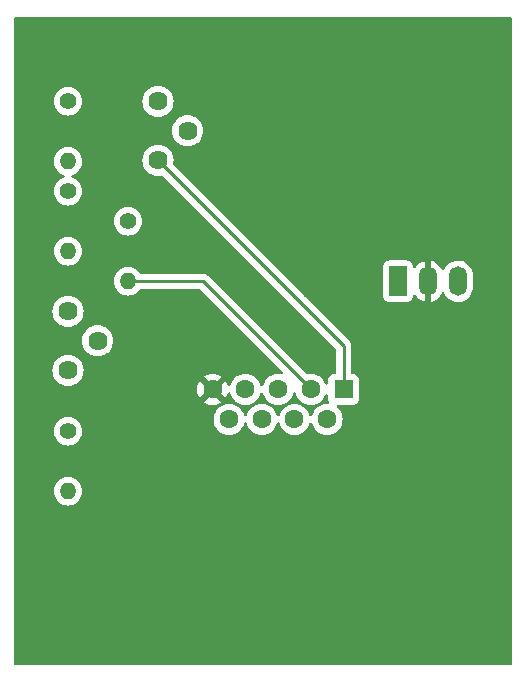
<source format=gbr>
%TF.GenerationSoftware,KiCad,Pcbnew,(6.0.5)*%
%TF.CreationDate,2022-06-27T13:36:48+02:00*%
%TF.ProjectId,luftTempProjekt,6c756674-5465-46d7-9050-726f6a656b74,rev?*%
%TF.SameCoordinates,Original*%
%TF.FileFunction,Copper,L2,Bot*%
%TF.FilePolarity,Positive*%
%FSLAX46Y46*%
G04 Gerber Fmt 4.6, Leading zero omitted, Abs format (unit mm)*
G04 Created by KiCad (PCBNEW (6.0.5)) date 2022-06-27 13:36:48*
%MOMM*%
%LPD*%
G01*
G04 APERTURE LIST*
%TA.AperFunction,ComponentPad*%
%ADD10C,1.400000*%
%TD*%
%TA.AperFunction,ComponentPad*%
%ADD11O,1.400000X1.400000*%
%TD*%
%TA.AperFunction,ComponentPad*%
%ADD12C,1.620000*%
%TD*%
%TA.AperFunction,ComponentPad*%
%ADD13R,1.500000X2.500000*%
%TD*%
%TA.AperFunction,ComponentPad*%
%ADD14O,1.500000X2.500000*%
%TD*%
%TA.AperFunction,ComponentPad*%
%ADD15R,1.600000X1.600000*%
%TD*%
%TA.AperFunction,ComponentPad*%
%ADD16C,1.600000*%
%TD*%
%TA.AperFunction,Conductor*%
%ADD17C,0.250000*%
%TD*%
G04 APERTURE END LIST*
D10*
%TO.P,R2,1*%
%TO.N,Net-(R1-Pad2)*%
X121920000Y-83820000D03*
D11*
%TO.P,R2,2*%
%TO.N,Net-(R2-Pad2)*%
X121920000Y-88900000D03*
%TD*%
D10*
%TO.P,R1,1*%
%TO.N,+12V*%
X121920000Y-76200000D03*
D11*
%TO.P,R1,2*%
%TO.N,Net-(R1-Pad2)*%
X121920000Y-81280000D03*
%TD*%
D12*
%TO.P,RV1,1,1*%
%TO.N,Net-(R2-Pad2)*%
X121920000Y-93980000D03*
%TO.P,RV1,2,2*%
%TO.N,Net-(RV1-Pad2)*%
X124420000Y-96480000D03*
%TO.P,RV1,3,3*%
%TO.N,Net-(R3-Pad1)*%
X121920000Y-98980000D03*
%TD*%
D13*
%TO.P,U2,1,Vin*%
%TO.N,+12V*%
X149860000Y-91440000D03*
D14*
%TO.P,U2,2,GND*%
%TO.N,GND*%
X152400000Y-91440000D03*
%TO.P,U2,3,Vout*%
%TO.N,Net-(J4-Pad3)*%
X154940000Y-91440000D03*
%TD*%
D12*
%TO.P,Q1,1,C*%
%TO.N,+12V*%
X129540000Y-76200000D03*
%TO.P,Q1,2,B*%
%TO.N,Net-(Q1-Pad2)*%
X132040000Y-78700000D03*
%TO.P,Q1,3,E*%
%TO.N,Net-(J4-Pad1)*%
X129540000Y-81200000D03*
%TD*%
D10*
%TO.P,R4,1*%
%TO.N,Net-(J4-Pad1)*%
X127000000Y-86360000D03*
D11*
%TO.P,R4,2*%
%TO.N,Net-(J4-Pad2)*%
X127000000Y-91440000D03*
%TD*%
D10*
%TO.P,R3,1*%
%TO.N,Net-(R3-Pad1)*%
X121920000Y-104140000D03*
D11*
%TO.P,R3,2*%
%TO.N,Net-(J4-Pad7)*%
X121920000Y-109220000D03*
%TD*%
D15*
%TO.P,J4,1,1*%
%TO.N,Net-(J4-Pad1)*%
X145250000Y-100589669D03*
D16*
%TO.P,J4,2,2*%
%TO.N,Net-(J4-Pad2)*%
X142480000Y-100589669D03*
%TO.P,J4,3,3*%
%TO.N,Net-(J4-Pad3)*%
X139710000Y-100589669D03*
%TO.P,J4,4,4*%
%TO.N,unconnected-(J4-Pad4)*%
X136940000Y-100589669D03*
%TO.P,J4,5,5*%
%TO.N,GND*%
X134170000Y-100589669D03*
%TO.P,J4,6,6*%
%TO.N,+12V*%
X143865000Y-103129669D03*
%TO.P,J4,7,7*%
%TO.N,Net-(J4-Pad7)*%
X141095000Y-103129669D03*
%TO.P,J4,8,8*%
%TO.N,unconnected-(J4-Pad8)*%
X138325000Y-103129669D03*
%TO.P,J4,9,9*%
%TO.N,unconnected-(J4-Pad9)*%
X135555000Y-103129669D03*
%TD*%
D17*
%TO.N,Net-(J4-Pad1)*%
X145250000Y-100589669D02*
X145250000Y-96910000D01*
X145250000Y-96910000D02*
X129540000Y-81200000D01*
%TO.N,Net-(J4-Pad2)*%
X142480000Y-100589669D02*
X133330331Y-91440000D01*
X133330331Y-91440000D02*
X127000000Y-91440000D01*
%TD*%
%TA.AperFunction,Conductor*%
%TO.N,GND*%
G36*
X159453621Y-69108502D02*
G01*
X159500114Y-69162158D01*
X159511500Y-69214500D01*
X159511500Y-123825500D01*
X159491498Y-123893621D01*
X159437842Y-123940114D01*
X159385500Y-123951500D01*
X117474500Y-123951500D01*
X117406379Y-123931498D01*
X117359886Y-123877842D01*
X117348500Y-123825500D01*
X117348500Y-109220000D01*
X120706884Y-109220000D01*
X120725314Y-109430655D01*
X120780044Y-109634910D01*
X120869411Y-109826558D01*
X120990699Y-109999776D01*
X121140224Y-110149301D01*
X121313442Y-110270589D01*
X121318420Y-110272910D01*
X121318423Y-110272912D01*
X121500108Y-110357633D01*
X121505090Y-110359956D01*
X121510398Y-110361378D01*
X121510400Y-110361379D01*
X121704030Y-110413262D01*
X121704032Y-110413262D01*
X121709345Y-110414686D01*
X121920000Y-110433116D01*
X122130655Y-110414686D01*
X122135968Y-110413262D01*
X122135970Y-110413262D01*
X122329600Y-110361379D01*
X122329602Y-110361378D01*
X122334910Y-110359956D01*
X122339892Y-110357633D01*
X122521577Y-110272912D01*
X122521580Y-110272910D01*
X122526558Y-110270589D01*
X122699776Y-110149301D01*
X122849301Y-109999776D01*
X122970589Y-109826558D01*
X123059956Y-109634910D01*
X123114686Y-109430655D01*
X123133116Y-109220000D01*
X123114686Y-109009345D01*
X123059956Y-108805090D01*
X122970589Y-108613442D01*
X122849301Y-108440224D01*
X122699776Y-108290699D01*
X122526558Y-108169411D01*
X122521580Y-108167090D01*
X122521577Y-108167088D01*
X122339892Y-108082367D01*
X122339891Y-108082366D01*
X122334910Y-108080044D01*
X122329602Y-108078622D01*
X122329600Y-108078621D01*
X122135970Y-108026738D01*
X122135968Y-108026738D01*
X122130655Y-108025314D01*
X121920000Y-108006884D01*
X121709345Y-108025314D01*
X121704032Y-108026738D01*
X121704030Y-108026738D01*
X121510400Y-108078621D01*
X121510398Y-108078622D01*
X121505090Y-108080044D01*
X121500109Y-108082366D01*
X121500108Y-108082367D01*
X121318423Y-108167088D01*
X121318420Y-108167090D01*
X121313442Y-108169411D01*
X121140224Y-108290699D01*
X120990699Y-108440224D01*
X120869411Y-108613442D01*
X120780044Y-108805090D01*
X120725314Y-109009345D01*
X120706884Y-109220000D01*
X117348500Y-109220000D01*
X117348500Y-104140000D01*
X120706884Y-104140000D01*
X120725314Y-104350655D01*
X120726738Y-104355968D01*
X120726738Y-104355970D01*
X120750103Y-104443167D01*
X120780044Y-104554910D01*
X120869411Y-104746558D01*
X120990699Y-104919776D01*
X121140224Y-105069301D01*
X121313442Y-105190589D01*
X121318420Y-105192910D01*
X121318423Y-105192912D01*
X121500108Y-105277633D01*
X121505090Y-105279956D01*
X121510398Y-105281378D01*
X121510400Y-105281379D01*
X121704030Y-105333262D01*
X121704032Y-105333262D01*
X121709345Y-105334686D01*
X121920000Y-105353116D01*
X122130655Y-105334686D01*
X122135968Y-105333262D01*
X122135970Y-105333262D01*
X122329600Y-105281379D01*
X122329602Y-105281378D01*
X122334910Y-105279956D01*
X122339892Y-105277633D01*
X122521577Y-105192912D01*
X122521580Y-105192910D01*
X122526558Y-105190589D01*
X122699776Y-105069301D01*
X122849301Y-104919776D01*
X122970589Y-104746558D01*
X123059956Y-104554910D01*
X123089898Y-104443167D01*
X123113262Y-104355970D01*
X123113262Y-104355968D01*
X123114686Y-104350655D01*
X123133116Y-104140000D01*
X123114686Y-103929345D01*
X123059956Y-103725090D01*
X122970589Y-103533442D01*
X122849301Y-103360224D01*
X122699776Y-103210699D01*
X122526558Y-103089411D01*
X122521580Y-103087090D01*
X122521577Y-103087088D01*
X122339892Y-103002367D01*
X122339891Y-103002366D01*
X122334910Y-103000044D01*
X122329602Y-102998622D01*
X122329600Y-102998621D01*
X122135970Y-102946738D01*
X122135968Y-102946738D01*
X122130655Y-102945314D01*
X121920000Y-102926884D01*
X121709345Y-102945314D01*
X121704032Y-102946738D01*
X121704030Y-102946738D01*
X121510400Y-102998621D01*
X121510398Y-102998622D01*
X121505090Y-103000044D01*
X121500109Y-103002366D01*
X121500108Y-103002367D01*
X121318423Y-103087088D01*
X121318420Y-103087090D01*
X121313442Y-103089411D01*
X121140224Y-103210699D01*
X120990699Y-103360224D01*
X120869411Y-103533442D01*
X120780044Y-103725090D01*
X120725314Y-103929345D01*
X120706884Y-104140000D01*
X117348500Y-104140000D01*
X117348500Y-101675731D01*
X133448493Y-101675731D01*
X133457789Y-101687746D01*
X133508994Y-101723600D01*
X133518489Y-101729083D01*
X133715947Y-101821159D01*
X133726239Y-101824905D01*
X133936688Y-101881294D01*
X133947481Y-101883197D01*
X134164525Y-101902186D01*
X134175475Y-101902186D01*
X134392519Y-101883197D01*
X134403312Y-101881294D01*
X134613761Y-101824905D01*
X134624053Y-101821159D01*
X134821511Y-101729083D01*
X134831006Y-101723600D01*
X134883048Y-101687160D01*
X134891424Y-101676681D01*
X134884356Y-101663235D01*
X134182812Y-100961691D01*
X134168868Y-100954077D01*
X134167035Y-100954208D01*
X134160420Y-100958459D01*
X133454923Y-101663956D01*
X133448493Y-101675731D01*
X117348500Y-101675731D01*
X117348500Y-100595144D01*
X132857483Y-100595144D01*
X132876472Y-100812188D01*
X132878375Y-100822981D01*
X132934764Y-101033430D01*
X132938510Y-101043722D01*
X133030586Y-101241180D01*
X133036069Y-101250675D01*
X133072509Y-101302717D01*
X133082988Y-101311093D01*
X133096434Y-101304025D01*
X133797978Y-100602481D01*
X133805592Y-100588537D01*
X133805461Y-100586704D01*
X133801210Y-100580089D01*
X133095713Y-99874592D01*
X133083938Y-99868162D01*
X133071923Y-99877458D01*
X133036069Y-99928663D01*
X133030586Y-99938158D01*
X132938510Y-100135616D01*
X132934764Y-100145908D01*
X132878375Y-100356357D01*
X132876472Y-100367150D01*
X132857483Y-100584194D01*
X132857483Y-100595144D01*
X117348500Y-100595144D01*
X117348500Y-98980000D01*
X120596464Y-98980000D01*
X120616571Y-99209830D01*
X120676283Y-99432676D01*
X120685362Y-99452146D01*
X120771458Y-99636781D01*
X120771461Y-99636786D01*
X120773784Y-99641768D01*
X120906113Y-99830753D01*
X121069247Y-99993887D01*
X121073755Y-99997044D01*
X121073758Y-99997046D01*
X121152630Y-100052272D01*
X121258232Y-100126216D01*
X121263214Y-100128539D01*
X121263219Y-100128542D01*
X121360611Y-100173956D01*
X121467324Y-100223717D01*
X121690170Y-100283429D01*
X121920000Y-100303536D01*
X122149830Y-100283429D01*
X122372676Y-100223717D01*
X122479389Y-100173956D01*
X122576781Y-100128542D01*
X122576786Y-100128539D01*
X122581768Y-100126216D01*
X122687370Y-100052272D01*
X122766242Y-99997046D01*
X122766245Y-99997044D01*
X122770753Y-99993887D01*
X122933887Y-99830753D01*
X123066216Y-99641768D01*
X123068539Y-99636786D01*
X123068542Y-99636781D01*
X123131085Y-99502657D01*
X133448576Y-99502657D01*
X133455644Y-99516103D01*
X134157188Y-100217647D01*
X134171132Y-100225261D01*
X134172965Y-100225130D01*
X134179580Y-100220879D01*
X134885077Y-99515382D01*
X134891507Y-99503607D01*
X134882211Y-99491592D01*
X134831006Y-99455738D01*
X134821511Y-99450255D01*
X134624053Y-99358179D01*
X134613761Y-99354433D01*
X134403312Y-99298044D01*
X134392519Y-99296141D01*
X134175475Y-99277152D01*
X134164525Y-99277152D01*
X133947481Y-99296141D01*
X133936688Y-99298044D01*
X133726239Y-99354433D01*
X133715947Y-99358179D01*
X133518489Y-99450255D01*
X133508994Y-99455738D01*
X133456952Y-99492178D01*
X133448576Y-99502657D01*
X123131085Y-99502657D01*
X123154638Y-99452146D01*
X123163717Y-99432676D01*
X123223429Y-99209830D01*
X123243536Y-98980000D01*
X123223429Y-98750170D01*
X123163717Y-98527324D01*
X123118128Y-98429558D01*
X123068542Y-98323219D01*
X123068539Y-98323214D01*
X123066216Y-98318232D01*
X122933887Y-98129247D01*
X122770753Y-97966113D01*
X122766245Y-97962956D01*
X122766242Y-97962954D01*
X122687370Y-97907728D01*
X122581768Y-97833784D01*
X122576786Y-97831461D01*
X122576781Y-97831458D01*
X122470442Y-97781872D01*
X122372676Y-97736283D01*
X122149830Y-97676571D01*
X121920000Y-97656464D01*
X121690170Y-97676571D01*
X121467324Y-97736283D01*
X121369558Y-97781872D01*
X121263219Y-97831458D01*
X121263214Y-97831461D01*
X121258232Y-97833784D01*
X121152630Y-97907728D01*
X121073758Y-97962954D01*
X121073755Y-97962956D01*
X121069247Y-97966113D01*
X120906113Y-98129247D01*
X120773784Y-98318232D01*
X120771461Y-98323214D01*
X120771458Y-98323219D01*
X120721872Y-98429558D01*
X120676283Y-98527324D01*
X120616571Y-98750170D01*
X120596464Y-98980000D01*
X117348500Y-98980000D01*
X117348500Y-96480000D01*
X123096464Y-96480000D01*
X123116571Y-96709830D01*
X123176283Y-96932676D01*
X123202439Y-96988767D01*
X123271458Y-97136781D01*
X123271461Y-97136786D01*
X123273784Y-97141768D01*
X123406113Y-97330753D01*
X123569247Y-97493887D01*
X123573755Y-97497044D01*
X123573758Y-97497046D01*
X123652630Y-97552272D01*
X123758232Y-97626216D01*
X123763214Y-97628539D01*
X123763219Y-97628542D01*
X123823099Y-97656464D01*
X123967324Y-97723717D01*
X124190170Y-97783429D01*
X124420000Y-97803536D01*
X124649830Y-97783429D01*
X124872676Y-97723717D01*
X125016901Y-97656464D01*
X125076781Y-97628542D01*
X125076786Y-97628539D01*
X125081768Y-97626216D01*
X125187370Y-97552272D01*
X125266242Y-97497046D01*
X125266245Y-97497044D01*
X125270753Y-97493887D01*
X125433887Y-97330753D01*
X125566216Y-97141768D01*
X125568539Y-97136786D01*
X125568542Y-97136781D01*
X125637561Y-96988767D01*
X125663717Y-96932676D01*
X125723429Y-96709830D01*
X125743536Y-96480000D01*
X125723429Y-96250170D01*
X125663717Y-96027324D01*
X125618128Y-95929558D01*
X125568542Y-95823219D01*
X125568539Y-95823214D01*
X125566216Y-95818232D01*
X125433887Y-95629247D01*
X125270753Y-95466113D01*
X125266245Y-95462956D01*
X125266242Y-95462954D01*
X125187370Y-95407728D01*
X125081768Y-95333784D01*
X125076786Y-95331461D01*
X125076781Y-95331458D01*
X124970442Y-95281872D01*
X124872676Y-95236283D01*
X124649830Y-95176571D01*
X124420000Y-95156464D01*
X124190170Y-95176571D01*
X123967324Y-95236283D01*
X123869558Y-95281872D01*
X123763219Y-95331458D01*
X123763214Y-95331461D01*
X123758232Y-95333784D01*
X123652630Y-95407728D01*
X123573758Y-95462954D01*
X123573755Y-95462956D01*
X123569247Y-95466113D01*
X123406113Y-95629247D01*
X123273784Y-95818232D01*
X123271461Y-95823214D01*
X123271458Y-95823219D01*
X123221872Y-95929558D01*
X123176283Y-96027324D01*
X123116571Y-96250170D01*
X123096464Y-96480000D01*
X117348500Y-96480000D01*
X117348500Y-93980000D01*
X120596464Y-93980000D01*
X120616571Y-94209830D01*
X120676283Y-94432676D01*
X120678608Y-94437661D01*
X120771458Y-94636781D01*
X120771461Y-94636786D01*
X120773784Y-94641768D01*
X120906113Y-94830753D01*
X121069247Y-94993887D01*
X121073755Y-94997044D01*
X121073758Y-94997046D01*
X121152630Y-95052272D01*
X121258232Y-95126216D01*
X121263214Y-95128539D01*
X121263219Y-95128542D01*
X121323099Y-95156464D01*
X121467324Y-95223717D01*
X121690170Y-95283429D01*
X121920000Y-95303536D01*
X122149830Y-95283429D01*
X122372676Y-95223717D01*
X122516901Y-95156464D01*
X122576781Y-95128542D01*
X122576786Y-95128539D01*
X122581768Y-95126216D01*
X122687370Y-95052272D01*
X122766242Y-94997046D01*
X122766245Y-94997044D01*
X122770753Y-94993887D01*
X122933887Y-94830753D01*
X123066216Y-94641768D01*
X123068539Y-94636786D01*
X123068542Y-94636781D01*
X123161392Y-94437661D01*
X123163717Y-94432676D01*
X123223429Y-94209830D01*
X123243536Y-93980000D01*
X123223429Y-93750170D01*
X123163717Y-93527324D01*
X123118128Y-93429558D01*
X123068542Y-93323219D01*
X123068539Y-93323214D01*
X123066216Y-93318232D01*
X122967078Y-93176649D01*
X122937046Y-93133758D01*
X122937044Y-93133755D01*
X122933887Y-93129247D01*
X122770753Y-92966113D01*
X122766245Y-92962956D01*
X122766242Y-92962954D01*
X122633665Y-92870123D01*
X122581768Y-92833784D01*
X122576786Y-92831461D01*
X122576781Y-92831458D01*
X122444041Y-92769561D01*
X122372676Y-92736283D01*
X122149830Y-92676571D01*
X121920000Y-92656464D01*
X121690170Y-92676571D01*
X121467324Y-92736283D01*
X121395959Y-92769561D01*
X121263219Y-92831458D01*
X121263214Y-92831461D01*
X121258232Y-92833784D01*
X121206335Y-92870123D01*
X121073758Y-92962954D01*
X121073755Y-92962956D01*
X121069247Y-92966113D01*
X120906113Y-93129247D01*
X120902956Y-93133755D01*
X120902954Y-93133758D01*
X120872922Y-93176649D01*
X120773784Y-93318232D01*
X120771461Y-93323214D01*
X120771458Y-93323219D01*
X120721872Y-93429558D01*
X120676283Y-93527324D01*
X120616571Y-93750170D01*
X120596464Y-93980000D01*
X117348500Y-93980000D01*
X117348500Y-91440000D01*
X125786884Y-91440000D01*
X125805314Y-91650655D01*
X125860044Y-91854910D01*
X125862366Y-91859891D01*
X125862367Y-91859892D01*
X125940012Y-92026401D01*
X125949411Y-92046558D01*
X126070699Y-92219776D01*
X126220224Y-92369301D01*
X126393442Y-92490589D01*
X126398420Y-92492910D01*
X126398423Y-92492912D01*
X126580108Y-92577633D01*
X126585090Y-92579956D01*
X126590398Y-92581378D01*
X126590400Y-92581379D01*
X126784030Y-92633262D01*
X126784032Y-92633262D01*
X126789345Y-92634686D01*
X127000000Y-92653116D01*
X127210655Y-92634686D01*
X127215968Y-92633262D01*
X127215970Y-92633262D01*
X127409600Y-92581379D01*
X127409602Y-92581378D01*
X127414910Y-92579956D01*
X127419892Y-92577633D01*
X127601577Y-92492912D01*
X127601580Y-92492910D01*
X127606558Y-92490589D01*
X127779776Y-92369301D01*
X127929301Y-92219776D01*
X127994102Y-92127230D01*
X128049559Y-92082901D01*
X128097315Y-92073500D01*
X133015737Y-92073500D01*
X133083858Y-92093502D01*
X133104832Y-92110405D01*
X140087056Y-99092629D01*
X140121082Y-99154941D01*
X140116017Y-99225756D01*
X140073470Y-99282592D01*
X140006950Y-99307403D01*
X139965350Y-99303431D01*
X139943402Y-99297550D01*
X139943400Y-99297550D01*
X139938087Y-99296126D01*
X139710000Y-99276171D01*
X139481913Y-99296126D01*
X139476600Y-99297550D01*
X139476598Y-99297550D01*
X139266067Y-99353962D01*
X139266065Y-99353963D01*
X139260757Y-99355385D01*
X139255776Y-99357708D01*
X139255775Y-99357708D01*
X139058238Y-99449820D01*
X139058233Y-99449823D01*
X139053251Y-99452146D01*
X138996080Y-99492178D01*
X138870211Y-99580312D01*
X138870208Y-99580314D01*
X138865700Y-99583471D01*
X138703802Y-99745369D01*
X138572477Y-99932920D01*
X138570154Y-99937902D01*
X138570151Y-99937907D01*
X138478039Y-100135444D01*
X138475716Y-100140426D01*
X138474294Y-100145733D01*
X138474293Y-100145736D01*
X138446707Y-100248688D01*
X138409755Y-100309311D01*
X138345894Y-100340332D01*
X138275400Y-100331904D01*
X138220653Y-100286701D01*
X138203293Y-100248688D01*
X138175707Y-100145736D01*
X138175706Y-100145733D01*
X138174284Y-100140426D01*
X138171961Y-100135444D01*
X138079849Y-99937907D01*
X138079846Y-99937902D01*
X138077523Y-99932920D01*
X137946198Y-99745369D01*
X137784300Y-99583471D01*
X137779792Y-99580314D01*
X137779789Y-99580312D01*
X137653920Y-99492178D01*
X137596749Y-99452146D01*
X137591767Y-99449823D01*
X137591762Y-99449820D01*
X137394225Y-99357708D01*
X137394224Y-99357708D01*
X137389243Y-99355385D01*
X137383935Y-99353963D01*
X137383933Y-99353962D01*
X137173402Y-99297550D01*
X137173400Y-99297550D01*
X137168087Y-99296126D01*
X136940000Y-99276171D01*
X136711913Y-99296126D01*
X136706600Y-99297550D01*
X136706598Y-99297550D01*
X136496067Y-99353962D01*
X136496065Y-99353963D01*
X136490757Y-99355385D01*
X136485776Y-99357708D01*
X136485775Y-99357708D01*
X136288238Y-99449820D01*
X136288233Y-99449823D01*
X136283251Y-99452146D01*
X136226080Y-99492178D01*
X136100211Y-99580312D01*
X136100208Y-99580314D01*
X136095700Y-99583471D01*
X135933802Y-99745369D01*
X135802477Y-99932920D01*
X135800154Y-99937902D01*
X135800151Y-99937907D01*
X135708039Y-100135444D01*
X135705716Y-100140426D01*
X135704294Y-100145733D01*
X135676448Y-100249655D01*
X135639496Y-100310277D01*
X135575635Y-100341299D01*
X135505141Y-100332870D01*
X135450394Y-100287667D01*
X135433034Y-100249654D01*
X135405236Y-100145908D01*
X135401490Y-100135616D01*
X135309414Y-99938158D01*
X135303931Y-99928663D01*
X135267491Y-99876621D01*
X135257012Y-99868245D01*
X135243566Y-99875313D01*
X134542022Y-100576857D01*
X134534408Y-100590801D01*
X134534539Y-100592634D01*
X134538790Y-100599249D01*
X135244287Y-101304746D01*
X135256062Y-101311176D01*
X135268077Y-101301880D01*
X135303931Y-101250675D01*
X135309414Y-101241180D01*
X135401490Y-101043722D01*
X135405236Y-101033430D01*
X135433034Y-100929684D01*
X135469985Y-100869061D01*
X135533846Y-100838040D01*
X135604340Y-100846468D01*
X135659088Y-100891671D01*
X135676448Y-100929683D01*
X135705716Y-101038912D01*
X135708039Y-101043893D01*
X135708039Y-101043894D01*
X135800151Y-101241431D01*
X135800154Y-101241436D01*
X135802477Y-101246418D01*
X135933802Y-101433969D01*
X136095700Y-101595867D01*
X136100208Y-101599024D01*
X136100211Y-101599026D01*
X136163812Y-101643560D01*
X136283251Y-101727192D01*
X136288233Y-101729515D01*
X136288238Y-101729518D01*
X136476219Y-101817174D01*
X136490757Y-101823953D01*
X136496065Y-101825375D01*
X136496067Y-101825376D01*
X136706598Y-101881788D01*
X136706600Y-101881788D01*
X136711913Y-101883212D01*
X136940000Y-101903167D01*
X137168087Y-101883212D01*
X137173400Y-101881788D01*
X137173402Y-101881788D01*
X137383933Y-101825376D01*
X137383935Y-101825375D01*
X137389243Y-101823953D01*
X137403781Y-101817174D01*
X137591762Y-101729518D01*
X137591767Y-101729515D01*
X137596749Y-101727192D01*
X137716188Y-101643560D01*
X137779789Y-101599026D01*
X137779792Y-101599024D01*
X137784300Y-101595867D01*
X137946198Y-101433969D01*
X138077523Y-101246418D01*
X138079846Y-101241436D01*
X138079849Y-101241431D01*
X138171961Y-101043894D01*
X138171961Y-101043893D01*
X138174284Y-101038912D01*
X138194976Y-100961691D01*
X138203293Y-100930650D01*
X138240245Y-100870027D01*
X138304106Y-100839006D01*
X138374600Y-100847434D01*
X138429347Y-100892637D01*
X138446707Y-100930650D01*
X138455025Y-100961691D01*
X138475716Y-101038912D01*
X138478039Y-101043893D01*
X138478039Y-101043894D01*
X138570151Y-101241431D01*
X138570154Y-101241436D01*
X138572477Y-101246418D01*
X138703802Y-101433969D01*
X138865700Y-101595867D01*
X138870208Y-101599024D01*
X138870211Y-101599026D01*
X138933812Y-101643560D01*
X139053251Y-101727192D01*
X139058233Y-101729515D01*
X139058238Y-101729518D01*
X139246219Y-101817174D01*
X139260757Y-101823953D01*
X139266065Y-101825375D01*
X139266067Y-101825376D01*
X139476598Y-101881788D01*
X139476600Y-101881788D01*
X139481913Y-101883212D01*
X139710000Y-101903167D01*
X139938087Y-101883212D01*
X139943400Y-101881788D01*
X139943402Y-101881788D01*
X140153933Y-101825376D01*
X140153935Y-101825375D01*
X140159243Y-101823953D01*
X140173781Y-101817174D01*
X140361762Y-101729518D01*
X140361767Y-101729515D01*
X140366749Y-101727192D01*
X140486188Y-101643560D01*
X140549789Y-101599026D01*
X140549792Y-101599024D01*
X140554300Y-101595867D01*
X140716198Y-101433969D01*
X140847523Y-101246418D01*
X140849846Y-101241436D01*
X140849849Y-101241431D01*
X140941961Y-101043894D01*
X140941961Y-101043893D01*
X140944284Y-101038912D01*
X140964976Y-100961691D01*
X140973293Y-100930650D01*
X141010245Y-100870027D01*
X141074106Y-100839006D01*
X141144600Y-100847434D01*
X141199347Y-100892637D01*
X141216707Y-100930650D01*
X141225025Y-100961691D01*
X141245716Y-101038912D01*
X141248039Y-101043893D01*
X141248039Y-101043894D01*
X141340151Y-101241431D01*
X141340154Y-101241436D01*
X141342477Y-101246418D01*
X141473802Y-101433969D01*
X141635700Y-101595867D01*
X141640208Y-101599024D01*
X141640211Y-101599026D01*
X141703812Y-101643560D01*
X141823251Y-101727192D01*
X141828233Y-101729515D01*
X141828238Y-101729518D01*
X142016219Y-101817174D01*
X142030757Y-101823953D01*
X142036065Y-101825375D01*
X142036067Y-101825376D01*
X142246598Y-101881788D01*
X142246600Y-101881788D01*
X142251913Y-101883212D01*
X142480000Y-101903167D01*
X142708087Y-101883212D01*
X142713400Y-101881788D01*
X142713402Y-101881788D01*
X142923933Y-101825376D01*
X142923935Y-101825375D01*
X142929243Y-101823953D01*
X142943781Y-101817174D01*
X143131762Y-101729518D01*
X143131767Y-101729515D01*
X143136749Y-101727192D01*
X143256188Y-101643560D01*
X143319789Y-101599026D01*
X143319792Y-101599024D01*
X143324300Y-101595867D01*
X143486198Y-101433969D01*
X143617523Y-101246418D01*
X143619846Y-101241436D01*
X143619849Y-101241431D01*
X143701305Y-101066746D01*
X143748222Y-101013461D01*
X143816499Y-100994000D01*
X143884459Y-101014542D01*
X143930525Y-101068564D01*
X143941500Y-101119996D01*
X143941500Y-101437803D01*
X143948255Y-101499985D01*
X143951029Y-101507384D01*
X143984200Y-101595867D01*
X143998739Y-101634651D01*
X143999385Y-101636374D01*
X143999136Y-101636467D01*
X144013142Y-101700501D01*
X143988407Y-101767049D01*
X143931619Y-101809660D01*
X143876467Y-101817174D01*
X143870480Y-101816650D01*
X143870475Y-101816650D01*
X143865000Y-101816171D01*
X143636913Y-101836126D01*
X143631600Y-101837550D01*
X143631598Y-101837550D01*
X143421067Y-101893962D01*
X143421065Y-101893963D01*
X143415757Y-101895385D01*
X143410776Y-101897708D01*
X143410775Y-101897708D01*
X143213238Y-101989820D01*
X143213233Y-101989823D01*
X143208251Y-101992146D01*
X143109096Y-102061575D01*
X143025211Y-102120312D01*
X143025208Y-102120314D01*
X143020700Y-102123471D01*
X142858802Y-102285369D01*
X142727477Y-102472920D01*
X142725154Y-102477902D01*
X142725151Y-102477907D01*
X142633039Y-102675444D01*
X142630716Y-102680426D01*
X142629294Y-102685734D01*
X142629293Y-102685736D01*
X142601707Y-102788688D01*
X142564755Y-102849311D01*
X142500894Y-102880332D01*
X142430400Y-102871904D01*
X142375653Y-102826701D01*
X142358293Y-102788688D01*
X142330707Y-102685736D01*
X142330706Y-102685734D01*
X142329284Y-102680426D01*
X142326961Y-102675444D01*
X142234849Y-102477907D01*
X142234846Y-102477902D01*
X142232523Y-102472920D01*
X142101198Y-102285369D01*
X141939300Y-102123471D01*
X141934792Y-102120314D01*
X141934789Y-102120312D01*
X141850904Y-102061575D01*
X141751749Y-101992146D01*
X141746767Y-101989823D01*
X141746762Y-101989820D01*
X141549225Y-101897708D01*
X141549224Y-101897708D01*
X141544243Y-101895385D01*
X141538935Y-101893963D01*
X141538933Y-101893962D01*
X141328402Y-101837550D01*
X141328400Y-101837550D01*
X141323087Y-101836126D01*
X141095000Y-101816171D01*
X140866913Y-101836126D01*
X140861600Y-101837550D01*
X140861598Y-101837550D01*
X140651067Y-101893962D01*
X140651065Y-101893963D01*
X140645757Y-101895385D01*
X140640776Y-101897708D01*
X140640775Y-101897708D01*
X140443238Y-101989820D01*
X140443233Y-101989823D01*
X140438251Y-101992146D01*
X140339096Y-102061575D01*
X140255211Y-102120312D01*
X140255208Y-102120314D01*
X140250700Y-102123471D01*
X140088802Y-102285369D01*
X139957477Y-102472920D01*
X139955154Y-102477902D01*
X139955151Y-102477907D01*
X139863039Y-102675444D01*
X139860716Y-102680426D01*
X139859294Y-102685734D01*
X139859293Y-102685736D01*
X139831707Y-102788688D01*
X139794755Y-102849311D01*
X139730894Y-102880332D01*
X139660400Y-102871904D01*
X139605653Y-102826701D01*
X139588293Y-102788688D01*
X139560707Y-102685736D01*
X139560706Y-102685734D01*
X139559284Y-102680426D01*
X139556961Y-102675444D01*
X139464849Y-102477907D01*
X139464846Y-102477902D01*
X139462523Y-102472920D01*
X139331198Y-102285369D01*
X139169300Y-102123471D01*
X139164792Y-102120314D01*
X139164789Y-102120312D01*
X139080904Y-102061575D01*
X138981749Y-101992146D01*
X138976767Y-101989823D01*
X138976762Y-101989820D01*
X138779225Y-101897708D01*
X138779224Y-101897708D01*
X138774243Y-101895385D01*
X138768935Y-101893963D01*
X138768933Y-101893962D01*
X138558402Y-101837550D01*
X138558400Y-101837550D01*
X138553087Y-101836126D01*
X138325000Y-101816171D01*
X138096913Y-101836126D01*
X138091600Y-101837550D01*
X138091598Y-101837550D01*
X137881067Y-101893962D01*
X137881065Y-101893963D01*
X137875757Y-101895385D01*
X137870776Y-101897708D01*
X137870775Y-101897708D01*
X137673238Y-101989820D01*
X137673233Y-101989823D01*
X137668251Y-101992146D01*
X137569096Y-102061575D01*
X137485211Y-102120312D01*
X137485208Y-102120314D01*
X137480700Y-102123471D01*
X137318802Y-102285369D01*
X137187477Y-102472920D01*
X137185154Y-102477902D01*
X137185151Y-102477907D01*
X137093039Y-102675444D01*
X137090716Y-102680426D01*
X137089294Y-102685734D01*
X137089293Y-102685736D01*
X137061707Y-102788688D01*
X137024755Y-102849311D01*
X136960894Y-102880332D01*
X136890400Y-102871904D01*
X136835653Y-102826701D01*
X136818293Y-102788688D01*
X136790707Y-102685736D01*
X136790706Y-102685734D01*
X136789284Y-102680426D01*
X136786961Y-102675444D01*
X136694849Y-102477907D01*
X136694846Y-102477902D01*
X136692523Y-102472920D01*
X136561198Y-102285369D01*
X136399300Y-102123471D01*
X136394792Y-102120314D01*
X136394789Y-102120312D01*
X136310904Y-102061575D01*
X136211749Y-101992146D01*
X136206767Y-101989823D01*
X136206762Y-101989820D01*
X136009225Y-101897708D01*
X136009224Y-101897708D01*
X136004243Y-101895385D01*
X135998935Y-101893963D01*
X135998933Y-101893962D01*
X135788402Y-101837550D01*
X135788400Y-101837550D01*
X135783087Y-101836126D01*
X135555000Y-101816171D01*
X135326913Y-101836126D01*
X135321600Y-101837550D01*
X135321598Y-101837550D01*
X135111067Y-101893962D01*
X135111065Y-101893963D01*
X135105757Y-101895385D01*
X135100776Y-101897708D01*
X135100775Y-101897708D01*
X134903238Y-101989820D01*
X134903233Y-101989823D01*
X134898251Y-101992146D01*
X134799096Y-102061575D01*
X134715211Y-102120312D01*
X134715208Y-102120314D01*
X134710700Y-102123471D01*
X134548802Y-102285369D01*
X134417477Y-102472920D01*
X134415154Y-102477902D01*
X134415151Y-102477907D01*
X134323039Y-102675444D01*
X134320716Y-102680426D01*
X134261457Y-102901582D01*
X134241502Y-103129669D01*
X134261457Y-103357756D01*
X134320716Y-103578912D01*
X134323039Y-103583893D01*
X134323039Y-103583894D01*
X134415151Y-103781431D01*
X134415154Y-103781436D01*
X134417477Y-103786418D01*
X134548802Y-103973969D01*
X134710700Y-104135867D01*
X134715208Y-104139024D01*
X134715211Y-104139026D01*
X134793389Y-104193767D01*
X134898251Y-104267192D01*
X134903233Y-104269515D01*
X134903238Y-104269518D01*
X135065487Y-104345175D01*
X135105757Y-104363953D01*
X135111065Y-104365375D01*
X135111067Y-104365376D01*
X135321598Y-104421788D01*
X135321600Y-104421788D01*
X135326913Y-104423212D01*
X135555000Y-104443167D01*
X135783087Y-104423212D01*
X135788400Y-104421788D01*
X135788402Y-104421788D01*
X135998933Y-104365376D01*
X135998935Y-104365375D01*
X136004243Y-104363953D01*
X136044513Y-104345175D01*
X136206762Y-104269518D01*
X136206767Y-104269515D01*
X136211749Y-104267192D01*
X136316611Y-104193767D01*
X136394789Y-104139026D01*
X136394792Y-104139024D01*
X136399300Y-104135867D01*
X136561198Y-103973969D01*
X136692523Y-103786418D01*
X136694846Y-103781436D01*
X136694849Y-103781431D01*
X136786961Y-103583894D01*
X136786961Y-103583893D01*
X136789284Y-103578912D01*
X136818293Y-103470650D01*
X136855245Y-103410027D01*
X136919106Y-103379006D01*
X136989600Y-103387434D01*
X137044347Y-103432637D01*
X137061707Y-103470650D01*
X137090716Y-103578912D01*
X137093039Y-103583893D01*
X137093039Y-103583894D01*
X137185151Y-103781431D01*
X137185154Y-103781436D01*
X137187477Y-103786418D01*
X137318802Y-103973969D01*
X137480700Y-104135867D01*
X137485208Y-104139024D01*
X137485211Y-104139026D01*
X137563389Y-104193767D01*
X137668251Y-104267192D01*
X137673233Y-104269515D01*
X137673238Y-104269518D01*
X137835487Y-104345175D01*
X137875757Y-104363953D01*
X137881065Y-104365375D01*
X137881067Y-104365376D01*
X138091598Y-104421788D01*
X138091600Y-104421788D01*
X138096913Y-104423212D01*
X138325000Y-104443167D01*
X138553087Y-104423212D01*
X138558400Y-104421788D01*
X138558402Y-104421788D01*
X138768933Y-104365376D01*
X138768935Y-104365375D01*
X138774243Y-104363953D01*
X138814513Y-104345175D01*
X138976762Y-104269518D01*
X138976767Y-104269515D01*
X138981749Y-104267192D01*
X139086611Y-104193767D01*
X139164789Y-104139026D01*
X139164792Y-104139024D01*
X139169300Y-104135867D01*
X139331198Y-103973969D01*
X139462523Y-103786418D01*
X139464846Y-103781436D01*
X139464849Y-103781431D01*
X139556961Y-103583894D01*
X139556961Y-103583893D01*
X139559284Y-103578912D01*
X139588293Y-103470650D01*
X139625245Y-103410027D01*
X139689106Y-103379006D01*
X139759600Y-103387434D01*
X139814347Y-103432637D01*
X139831707Y-103470650D01*
X139860716Y-103578912D01*
X139863039Y-103583893D01*
X139863039Y-103583894D01*
X139955151Y-103781431D01*
X139955154Y-103781436D01*
X139957477Y-103786418D01*
X140088802Y-103973969D01*
X140250700Y-104135867D01*
X140255208Y-104139024D01*
X140255211Y-104139026D01*
X140333389Y-104193767D01*
X140438251Y-104267192D01*
X140443233Y-104269515D01*
X140443238Y-104269518D01*
X140605487Y-104345175D01*
X140645757Y-104363953D01*
X140651065Y-104365375D01*
X140651067Y-104365376D01*
X140861598Y-104421788D01*
X140861600Y-104421788D01*
X140866913Y-104423212D01*
X141095000Y-104443167D01*
X141323087Y-104423212D01*
X141328400Y-104421788D01*
X141328402Y-104421788D01*
X141538933Y-104365376D01*
X141538935Y-104365375D01*
X141544243Y-104363953D01*
X141584513Y-104345175D01*
X141746762Y-104269518D01*
X141746767Y-104269515D01*
X141751749Y-104267192D01*
X141856611Y-104193767D01*
X141934789Y-104139026D01*
X141934792Y-104139024D01*
X141939300Y-104135867D01*
X142101198Y-103973969D01*
X142232523Y-103786418D01*
X142234846Y-103781436D01*
X142234849Y-103781431D01*
X142326961Y-103583894D01*
X142326961Y-103583893D01*
X142329284Y-103578912D01*
X142358293Y-103470650D01*
X142395245Y-103410027D01*
X142459106Y-103379006D01*
X142529600Y-103387434D01*
X142584347Y-103432637D01*
X142601707Y-103470650D01*
X142630716Y-103578912D01*
X142633039Y-103583893D01*
X142633039Y-103583894D01*
X142725151Y-103781431D01*
X142725154Y-103781436D01*
X142727477Y-103786418D01*
X142858802Y-103973969D01*
X143020700Y-104135867D01*
X143025208Y-104139024D01*
X143025211Y-104139026D01*
X143103389Y-104193767D01*
X143208251Y-104267192D01*
X143213233Y-104269515D01*
X143213238Y-104269518D01*
X143375487Y-104345175D01*
X143415757Y-104363953D01*
X143421065Y-104365375D01*
X143421067Y-104365376D01*
X143631598Y-104421788D01*
X143631600Y-104421788D01*
X143636913Y-104423212D01*
X143865000Y-104443167D01*
X144093087Y-104423212D01*
X144098400Y-104421788D01*
X144098402Y-104421788D01*
X144308933Y-104365376D01*
X144308935Y-104365375D01*
X144314243Y-104363953D01*
X144354513Y-104345175D01*
X144516762Y-104269518D01*
X144516767Y-104269515D01*
X144521749Y-104267192D01*
X144626611Y-104193767D01*
X144704789Y-104139026D01*
X144704792Y-104139024D01*
X144709300Y-104135867D01*
X144871198Y-103973969D01*
X145002523Y-103786418D01*
X145004846Y-103781436D01*
X145004849Y-103781431D01*
X145096961Y-103583894D01*
X145096961Y-103583893D01*
X145099284Y-103578912D01*
X145158543Y-103357756D01*
X145178498Y-103129669D01*
X145158543Y-102901582D01*
X145099284Y-102680426D01*
X145096961Y-102675444D01*
X145004849Y-102477907D01*
X145004846Y-102477902D01*
X145002523Y-102472920D01*
X144871198Y-102285369D01*
X144709300Y-102123471D01*
X144705159Y-102120572D01*
X144665912Y-102061575D01*
X144664790Y-101990587D01*
X144702224Y-101930261D01*
X144766330Y-101899751D01*
X144786232Y-101898169D01*
X146098134Y-101898169D01*
X146160316Y-101891414D01*
X146296705Y-101840284D01*
X146413261Y-101752930D01*
X146500615Y-101636374D01*
X146551745Y-101499985D01*
X146558500Y-101437803D01*
X146558500Y-99741535D01*
X146551745Y-99679353D01*
X146500615Y-99542964D01*
X146413261Y-99426408D01*
X146296705Y-99339054D01*
X146160316Y-99287924D01*
X146098134Y-99281169D01*
X146009500Y-99281169D01*
X145941379Y-99261167D01*
X145894886Y-99207511D01*
X145883500Y-99155169D01*
X145883500Y-96988767D01*
X145884027Y-96977584D01*
X145885702Y-96970091D01*
X145883562Y-96902014D01*
X145883500Y-96898055D01*
X145883500Y-96870144D01*
X145882995Y-96866144D01*
X145882062Y-96854301D01*
X145880922Y-96818030D01*
X145880673Y-96810111D01*
X145875021Y-96790657D01*
X145871013Y-96771300D01*
X145869468Y-96759070D01*
X145869468Y-96759069D01*
X145868474Y-96751203D01*
X145865555Y-96743830D01*
X145852196Y-96710088D01*
X145848351Y-96698858D01*
X145838229Y-96664017D01*
X145838229Y-96664016D01*
X145836018Y-96656407D01*
X145831985Y-96649588D01*
X145831983Y-96649583D01*
X145825707Y-96638972D01*
X145817012Y-96621224D01*
X145809552Y-96602383D01*
X145783564Y-96566613D01*
X145777048Y-96556693D01*
X145758580Y-96525465D01*
X145758578Y-96525462D01*
X145754542Y-96518638D01*
X145740221Y-96504317D01*
X145727380Y-96489283D01*
X145724613Y-96485475D01*
X145715472Y-96472893D01*
X145681395Y-96444702D01*
X145672616Y-96436712D01*
X141974038Y-92738134D01*
X148601500Y-92738134D01*
X148608255Y-92800316D01*
X148659385Y-92936705D01*
X148746739Y-93053261D01*
X148863295Y-93140615D01*
X148999684Y-93191745D01*
X149061866Y-93198500D01*
X150658134Y-93198500D01*
X150720316Y-93191745D01*
X150856705Y-93140615D01*
X150973261Y-93053261D01*
X151060615Y-92936705D01*
X151111745Y-92800316D01*
X151118500Y-92738134D01*
X151118500Y-92703823D01*
X151138502Y-92635702D01*
X151192158Y-92589209D01*
X151262432Y-92579105D01*
X151327012Y-92608599D01*
X151346823Y-92630297D01*
X151440575Y-92760767D01*
X151447883Y-92769233D01*
X151601082Y-92917692D01*
X151609779Y-92924735D01*
X151786844Y-93043719D01*
X151796642Y-93049105D01*
X151991990Y-93134857D01*
X152002582Y-93138422D01*
X152128384Y-93168624D01*
X152142470Y-93167919D01*
X152146000Y-93159040D01*
X152146000Y-93158411D01*
X152654000Y-93158411D01*
X152658105Y-93172393D01*
X152667728Y-93173886D01*
X152667973Y-93173834D01*
X152871883Y-93111102D01*
X152882229Y-93106881D01*
X153071814Y-93009029D01*
X153081245Y-93003043D01*
X153250501Y-92873168D01*
X153258724Y-92865607D01*
X153402312Y-92707806D01*
X153409067Y-92698906D01*
X153522434Y-92518185D01*
X153527511Y-92508219D01*
X153552667Y-92445642D01*
X153596633Y-92389897D01*
X153663758Y-92366772D01*
X153732729Y-92383609D01*
X153783300Y-92438393D01*
X153852378Y-92583218D01*
X153983471Y-92765654D01*
X153987503Y-92769561D01*
X154140362Y-92917692D01*
X154144799Y-92921992D01*
X154331262Y-93047290D01*
X154536967Y-93137588D01*
X154542418Y-93138897D01*
X154542422Y-93138898D01*
X154749954Y-93188722D01*
X154755411Y-93190032D01*
X154839475Y-93194879D01*
X154974083Y-93202640D01*
X154974086Y-93202640D01*
X154979690Y-93202963D01*
X155202715Y-93175975D01*
X155417435Y-93109918D01*
X155422415Y-93107348D01*
X155422419Y-93107346D01*
X155612081Y-93009454D01*
X155612082Y-93009454D01*
X155617064Y-93006882D01*
X155795292Y-92870123D01*
X155946485Y-92703964D01*
X155963669Y-92676571D01*
X156062885Y-92518405D01*
X156065864Y-92513656D01*
X156149656Y-92305217D01*
X156195213Y-92085233D01*
X156198500Y-92028225D01*
X156198500Y-90883001D01*
X156197382Y-90870467D01*
X156184116Y-90721833D01*
X156183617Y-90716238D01*
X156124337Y-90499549D01*
X156027622Y-90296782D01*
X155896529Y-90114346D01*
X155819765Y-90039956D01*
X155739229Y-89961911D01*
X155739226Y-89961909D01*
X155735201Y-89958008D01*
X155548738Y-89832710D01*
X155343033Y-89742412D01*
X155337582Y-89741103D01*
X155337578Y-89741102D01*
X155130046Y-89691278D01*
X155130045Y-89691278D01*
X155124589Y-89689968D01*
X155040525Y-89685121D01*
X154905917Y-89677360D01*
X154905914Y-89677360D01*
X154900310Y-89677037D01*
X154677285Y-89704025D01*
X154462565Y-89770082D01*
X154457585Y-89772652D01*
X154457581Y-89772654D01*
X154267919Y-89870546D01*
X154262936Y-89873118D01*
X154084708Y-90009877D01*
X153933515Y-90176036D01*
X153930537Y-90180783D01*
X153930535Y-90180786D01*
X153854596Y-90301844D01*
X153814136Y-90366344D01*
X153786786Y-90434378D01*
X153742822Y-90490120D01*
X153675697Y-90513245D01*
X153606726Y-90496408D01*
X153556155Y-90441624D01*
X153489603Y-90302097D01*
X153483918Y-90292484D01*
X153359425Y-90119233D01*
X153352117Y-90110767D01*
X153198918Y-89962308D01*
X153190221Y-89955265D01*
X153013156Y-89836281D01*
X153003358Y-89830895D01*
X152808010Y-89745143D01*
X152797418Y-89741578D01*
X152671616Y-89711376D01*
X152657530Y-89712081D01*
X152654000Y-89720960D01*
X152654000Y-93158411D01*
X152146000Y-93158411D01*
X152146000Y-89721589D01*
X152141895Y-89707607D01*
X152132272Y-89706114D01*
X152132027Y-89706166D01*
X151928117Y-89768898D01*
X151917771Y-89773119D01*
X151728186Y-89870971D01*
X151718755Y-89876957D01*
X151549499Y-90006832D01*
X151541276Y-90014393D01*
X151397688Y-90172194D01*
X151390936Y-90181089D01*
X151351237Y-90244375D01*
X151298093Y-90291452D01*
X151227934Y-90302324D01*
X151163035Y-90273540D01*
X151124000Y-90214237D01*
X151118500Y-90177418D01*
X151118500Y-90141866D01*
X151111745Y-90079684D01*
X151060615Y-89943295D01*
X150973261Y-89826739D01*
X150856705Y-89739385D01*
X150720316Y-89688255D01*
X150658134Y-89681500D01*
X149061866Y-89681500D01*
X148999684Y-89688255D01*
X148863295Y-89739385D01*
X148746739Y-89826739D01*
X148659385Y-89943295D01*
X148608255Y-90079684D01*
X148601500Y-90141866D01*
X148601500Y-92738134D01*
X141974038Y-92738134D01*
X130857318Y-81621413D01*
X130823292Y-81559101D01*
X130824706Y-81499708D01*
X130842005Y-81435147D01*
X130842006Y-81435140D01*
X130843429Y-81429830D01*
X130863536Y-81200000D01*
X130843429Y-80970170D01*
X130783717Y-80747324D01*
X130738128Y-80649558D01*
X130688542Y-80543219D01*
X130688539Y-80543214D01*
X130686216Y-80538232D01*
X130553887Y-80349247D01*
X130390753Y-80186113D01*
X130386245Y-80182956D01*
X130386242Y-80182954D01*
X130246113Y-80084835D01*
X130201768Y-80053784D01*
X130196786Y-80051461D01*
X130196781Y-80051458D01*
X130090442Y-80001872D01*
X129992676Y-79956283D01*
X129769830Y-79896571D01*
X129540000Y-79876464D01*
X129310170Y-79896571D01*
X129087324Y-79956283D01*
X128989558Y-80001872D01*
X128883219Y-80051458D01*
X128883214Y-80051461D01*
X128878232Y-80053784D01*
X128833887Y-80084835D01*
X128693758Y-80182954D01*
X128693755Y-80182956D01*
X128689247Y-80186113D01*
X128526113Y-80349247D01*
X128393784Y-80538232D01*
X128391461Y-80543214D01*
X128391458Y-80543219D01*
X128341872Y-80649558D01*
X128296283Y-80747324D01*
X128236571Y-80970170D01*
X128216464Y-81200000D01*
X128236571Y-81429830D01*
X128296283Y-81652676D01*
X128298608Y-81657661D01*
X128391458Y-81856781D01*
X128391461Y-81856786D01*
X128393784Y-81861768D01*
X128526113Y-82050753D01*
X128689247Y-82213887D01*
X128693755Y-82217044D01*
X128693758Y-82217046D01*
X128772630Y-82272272D01*
X128878232Y-82346216D01*
X128883214Y-82348539D01*
X128883219Y-82348542D01*
X128989558Y-82398128D01*
X129087324Y-82443717D01*
X129310170Y-82503429D01*
X129540000Y-82523536D01*
X129769830Y-82503429D01*
X129839707Y-82484705D01*
X129910684Y-82486395D01*
X129961413Y-82517317D01*
X137270834Y-89826739D01*
X144579595Y-97135500D01*
X144613621Y-97197812D01*
X144616500Y-97224595D01*
X144616500Y-99155169D01*
X144596498Y-99223290D01*
X144542842Y-99269783D01*
X144490500Y-99281169D01*
X144401866Y-99281169D01*
X144339684Y-99287924D01*
X144203295Y-99339054D01*
X144086739Y-99426408D01*
X143999385Y-99542964D01*
X143948255Y-99679353D01*
X143941500Y-99741535D01*
X143941500Y-100059342D01*
X143921498Y-100127463D01*
X143867842Y-100173956D01*
X143797568Y-100184060D01*
X143732988Y-100154566D01*
X143701305Y-100112592D01*
X143619849Y-99937907D01*
X143619846Y-99937902D01*
X143617523Y-99932920D01*
X143486198Y-99745369D01*
X143324300Y-99583471D01*
X143319792Y-99580314D01*
X143319789Y-99580312D01*
X143193920Y-99492178D01*
X143136749Y-99452146D01*
X143131767Y-99449823D01*
X143131762Y-99449820D01*
X142934225Y-99357708D01*
X142934224Y-99357708D01*
X142929243Y-99355385D01*
X142923935Y-99353963D01*
X142923933Y-99353962D01*
X142713402Y-99297550D01*
X142713400Y-99297550D01*
X142708087Y-99296126D01*
X142480000Y-99276171D01*
X142251913Y-99296126D01*
X142246602Y-99297549D01*
X142246591Y-99297551D01*
X142188459Y-99313128D01*
X142117483Y-99311439D01*
X142066752Y-99280517D01*
X137964230Y-95177994D01*
X133833983Y-91047747D01*
X133826443Y-91039461D01*
X133822331Y-91032982D01*
X133808622Y-91020108D01*
X133772680Y-90986357D01*
X133769838Y-90983602D01*
X133750101Y-90963865D01*
X133746904Y-90961385D01*
X133737882Y-90953680D01*
X133711431Y-90928841D01*
X133705652Y-90923414D01*
X133698706Y-90919595D01*
X133698703Y-90919593D01*
X133687897Y-90913652D01*
X133671378Y-90902801D01*
X133670914Y-90902441D01*
X133655372Y-90890386D01*
X133648103Y-90887241D01*
X133648099Y-90887238D01*
X133614794Y-90872826D01*
X133604144Y-90867609D01*
X133565391Y-90846305D01*
X133545768Y-90841267D01*
X133527065Y-90834863D01*
X133515751Y-90829967D01*
X133515750Y-90829967D01*
X133508476Y-90826819D01*
X133500653Y-90825580D01*
X133500643Y-90825577D01*
X133464807Y-90819901D01*
X133453187Y-90817495D01*
X133418042Y-90808472D01*
X133418041Y-90808472D01*
X133410361Y-90806500D01*
X133390107Y-90806500D01*
X133370396Y-90804949D01*
X133358217Y-90803020D01*
X133350388Y-90801780D01*
X133342496Y-90802526D01*
X133306370Y-90805941D01*
X133294512Y-90806500D01*
X128097315Y-90806500D01*
X128029194Y-90786498D01*
X127994102Y-90752770D01*
X127932460Y-90664736D01*
X127929301Y-90660224D01*
X127779776Y-90510699D01*
X127606558Y-90389411D01*
X127601580Y-90387090D01*
X127601577Y-90387088D01*
X127419892Y-90302367D01*
X127419891Y-90302366D01*
X127414910Y-90300044D01*
X127409602Y-90298622D01*
X127409600Y-90298621D01*
X127215970Y-90246738D01*
X127215968Y-90246738D01*
X127210655Y-90245314D01*
X127000000Y-90226884D01*
X126789345Y-90245314D01*
X126784032Y-90246738D01*
X126784030Y-90246738D01*
X126590400Y-90298621D01*
X126590398Y-90298622D01*
X126585090Y-90300044D01*
X126580109Y-90302366D01*
X126580108Y-90302367D01*
X126398423Y-90387088D01*
X126398420Y-90387090D01*
X126393442Y-90389411D01*
X126220224Y-90510699D01*
X126070699Y-90660224D01*
X125949411Y-90833442D01*
X125947090Y-90838420D01*
X125947088Y-90838423D01*
X125862367Y-91020108D01*
X125860044Y-91025090D01*
X125805314Y-91229345D01*
X125786884Y-91440000D01*
X117348500Y-91440000D01*
X117348500Y-88900000D01*
X120706884Y-88900000D01*
X120725314Y-89110655D01*
X120780044Y-89314910D01*
X120869411Y-89506558D01*
X120990699Y-89679776D01*
X121140224Y-89829301D01*
X121313442Y-89950589D01*
X121318420Y-89952910D01*
X121318423Y-89952912D01*
X121434055Y-90006832D01*
X121505090Y-90039956D01*
X121510398Y-90041378D01*
X121510400Y-90041379D01*
X121704030Y-90093262D01*
X121704032Y-90093262D01*
X121709345Y-90094686D01*
X121920000Y-90113116D01*
X122130655Y-90094686D01*
X122135968Y-90093262D01*
X122135970Y-90093262D01*
X122329600Y-90041379D01*
X122329602Y-90041378D01*
X122334910Y-90039956D01*
X122405945Y-90006832D01*
X122521577Y-89952912D01*
X122521580Y-89952910D01*
X122526558Y-89950589D01*
X122699776Y-89829301D01*
X122849301Y-89679776D01*
X122970589Y-89506558D01*
X123059956Y-89314910D01*
X123114686Y-89110655D01*
X123133116Y-88900000D01*
X123114686Y-88689345D01*
X123059956Y-88485090D01*
X122970589Y-88293442D01*
X122849301Y-88120224D01*
X122699776Y-87970699D01*
X122526558Y-87849411D01*
X122521580Y-87847090D01*
X122521577Y-87847088D01*
X122339892Y-87762367D01*
X122339891Y-87762366D01*
X122334910Y-87760044D01*
X122329602Y-87758622D01*
X122329600Y-87758621D01*
X122135970Y-87706738D01*
X122135968Y-87706738D01*
X122130655Y-87705314D01*
X121920000Y-87686884D01*
X121709345Y-87705314D01*
X121704032Y-87706738D01*
X121704030Y-87706738D01*
X121510400Y-87758621D01*
X121510398Y-87758622D01*
X121505090Y-87760044D01*
X121500109Y-87762366D01*
X121500108Y-87762367D01*
X121318423Y-87847088D01*
X121318420Y-87847090D01*
X121313442Y-87849411D01*
X121140224Y-87970699D01*
X120990699Y-88120224D01*
X120869411Y-88293442D01*
X120780044Y-88485090D01*
X120725314Y-88689345D01*
X120706884Y-88900000D01*
X117348500Y-88900000D01*
X117348500Y-86360000D01*
X125786884Y-86360000D01*
X125805314Y-86570655D01*
X125860044Y-86774910D01*
X125949411Y-86966558D01*
X126070699Y-87139776D01*
X126220224Y-87289301D01*
X126393442Y-87410589D01*
X126398420Y-87412910D01*
X126398423Y-87412912D01*
X126580108Y-87497633D01*
X126585090Y-87499956D01*
X126590398Y-87501378D01*
X126590400Y-87501379D01*
X126784030Y-87553262D01*
X126784032Y-87553262D01*
X126789345Y-87554686D01*
X127000000Y-87573116D01*
X127210655Y-87554686D01*
X127215968Y-87553262D01*
X127215970Y-87553262D01*
X127409600Y-87501379D01*
X127409602Y-87501378D01*
X127414910Y-87499956D01*
X127419892Y-87497633D01*
X127601577Y-87412912D01*
X127601580Y-87412910D01*
X127606558Y-87410589D01*
X127779776Y-87289301D01*
X127929301Y-87139776D01*
X128050589Y-86966558D01*
X128139956Y-86774910D01*
X128194686Y-86570655D01*
X128213116Y-86360000D01*
X128194686Y-86149345D01*
X128139956Y-85945090D01*
X128050589Y-85753442D01*
X127929301Y-85580224D01*
X127779776Y-85430699D01*
X127606558Y-85309411D01*
X127601580Y-85307090D01*
X127601577Y-85307088D01*
X127419892Y-85222367D01*
X127419891Y-85222366D01*
X127414910Y-85220044D01*
X127409602Y-85218622D01*
X127409600Y-85218621D01*
X127215970Y-85166738D01*
X127215968Y-85166738D01*
X127210655Y-85165314D01*
X127000000Y-85146884D01*
X126789345Y-85165314D01*
X126784032Y-85166738D01*
X126784030Y-85166738D01*
X126590400Y-85218621D01*
X126590398Y-85218622D01*
X126585090Y-85220044D01*
X126580109Y-85222366D01*
X126580108Y-85222367D01*
X126398423Y-85307088D01*
X126398420Y-85307090D01*
X126393442Y-85309411D01*
X126220224Y-85430699D01*
X126070699Y-85580224D01*
X125949411Y-85753442D01*
X125860044Y-85945090D01*
X125805314Y-86149345D01*
X125786884Y-86360000D01*
X117348500Y-86360000D01*
X117348500Y-83820000D01*
X120706884Y-83820000D01*
X120725314Y-84030655D01*
X120780044Y-84234910D01*
X120869411Y-84426558D01*
X120990699Y-84599776D01*
X121140224Y-84749301D01*
X121313442Y-84870589D01*
X121318420Y-84872910D01*
X121318423Y-84872912D01*
X121500108Y-84957633D01*
X121505090Y-84959956D01*
X121510398Y-84961378D01*
X121510400Y-84961379D01*
X121704030Y-85013262D01*
X121704032Y-85013262D01*
X121709345Y-85014686D01*
X121920000Y-85033116D01*
X122130655Y-85014686D01*
X122135968Y-85013262D01*
X122135970Y-85013262D01*
X122329600Y-84961379D01*
X122329602Y-84961378D01*
X122334910Y-84959956D01*
X122339892Y-84957633D01*
X122521577Y-84872912D01*
X122521580Y-84872910D01*
X122526558Y-84870589D01*
X122699776Y-84749301D01*
X122849301Y-84599776D01*
X122970589Y-84426558D01*
X123059956Y-84234910D01*
X123114686Y-84030655D01*
X123133116Y-83820000D01*
X123114686Y-83609345D01*
X123059956Y-83405090D01*
X122970589Y-83213442D01*
X122849301Y-83040224D01*
X122699776Y-82890699D01*
X122526558Y-82769411D01*
X122521580Y-82767090D01*
X122521577Y-82767088D01*
X122339892Y-82682367D01*
X122339891Y-82682366D01*
X122334910Y-82680044D01*
X122329602Y-82678622D01*
X122329600Y-82678621D01*
X122303796Y-82671707D01*
X122243173Y-82634755D01*
X122212152Y-82570894D01*
X122220580Y-82500400D01*
X122265783Y-82445653D01*
X122303796Y-82428293D01*
X122329600Y-82421379D01*
X122329602Y-82421378D01*
X122334910Y-82419956D01*
X122493046Y-82346216D01*
X122521577Y-82332912D01*
X122521580Y-82332910D01*
X122526558Y-82330589D01*
X122699776Y-82209301D01*
X122849301Y-82059776D01*
X122970589Y-81886558D01*
X122984475Y-81856781D01*
X123057633Y-81699892D01*
X123057634Y-81699891D01*
X123059956Y-81694910D01*
X123079650Y-81621413D01*
X123113262Y-81495970D01*
X123113262Y-81495968D01*
X123114686Y-81490655D01*
X123133116Y-81280000D01*
X123114686Y-81069345D01*
X123059956Y-80865090D01*
X123057633Y-80860108D01*
X122972912Y-80678423D01*
X122972910Y-80678420D01*
X122970589Y-80673442D01*
X122849301Y-80500224D01*
X122699776Y-80350699D01*
X122526558Y-80229411D01*
X122521580Y-80227090D01*
X122521577Y-80227088D01*
X122339892Y-80142367D01*
X122339891Y-80142366D01*
X122334910Y-80140044D01*
X122329602Y-80138622D01*
X122329600Y-80138621D01*
X122135970Y-80086738D01*
X122135968Y-80086738D01*
X122130655Y-80085314D01*
X121920000Y-80066884D01*
X121709345Y-80085314D01*
X121704032Y-80086738D01*
X121704030Y-80086738D01*
X121510400Y-80138621D01*
X121510398Y-80138622D01*
X121505090Y-80140044D01*
X121500109Y-80142366D01*
X121500108Y-80142367D01*
X121318423Y-80227088D01*
X121318420Y-80227090D01*
X121313442Y-80229411D01*
X121140224Y-80350699D01*
X120990699Y-80500224D01*
X120869411Y-80673442D01*
X120867090Y-80678420D01*
X120867088Y-80678423D01*
X120782367Y-80860108D01*
X120780044Y-80865090D01*
X120725314Y-81069345D01*
X120706884Y-81280000D01*
X120725314Y-81490655D01*
X120726738Y-81495968D01*
X120726738Y-81495970D01*
X120760351Y-81621413D01*
X120780044Y-81694910D01*
X120782366Y-81699891D01*
X120782367Y-81699892D01*
X120855526Y-81856781D01*
X120869411Y-81886558D01*
X120990699Y-82059776D01*
X121140224Y-82209301D01*
X121313442Y-82330589D01*
X121318420Y-82332910D01*
X121318423Y-82332912D01*
X121346954Y-82346216D01*
X121505090Y-82419956D01*
X121510398Y-82421378D01*
X121510400Y-82421379D01*
X121536204Y-82428293D01*
X121596827Y-82465245D01*
X121627848Y-82529106D01*
X121619420Y-82599600D01*
X121574217Y-82654347D01*
X121536204Y-82671707D01*
X121510400Y-82678621D01*
X121510398Y-82678622D01*
X121505090Y-82680044D01*
X121500109Y-82682366D01*
X121500108Y-82682367D01*
X121318423Y-82767088D01*
X121318420Y-82767090D01*
X121313442Y-82769411D01*
X121140224Y-82890699D01*
X120990699Y-83040224D01*
X120869411Y-83213442D01*
X120780044Y-83405090D01*
X120725314Y-83609345D01*
X120706884Y-83820000D01*
X117348500Y-83820000D01*
X117348500Y-78700000D01*
X130716464Y-78700000D01*
X130736571Y-78929830D01*
X130796283Y-79152676D01*
X130798608Y-79157661D01*
X130891458Y-79356781D01*
X130891461Y-79356786D01*
X130893784Y-79361768D01*
X131026113Y-79550753D01*
X131189247Y-79713887D01*
X131193755Y-79717044D01*
X131193758Y-79717046D01*
X131272630Y-79772272D01*
X131378232Y-79846216D01*
X131383214Y-79848539D01*
X131383219Y-79848542D01*
X131443099Y-79876464D01*
X131587324Y-79943717D01*
X131810170Y-80003429D01*
X132040000Y-80023536D01*
X132269830Y-80003429D01*
X132492676Y-79943717D01*
X132636901Y-79876464D01*
X132696781Y-79848542D01*
X132696786Y-79848539D01*
X132701768Y-79846216D01*
X132807370Y-79772272D01*
X132886242Y-79717046D01*
X132886245Y-79717044D01*
X132890753Y-79713887D01*
X133053887Y-79550753D01*
X133186216Y-79361768D01*
X133188539Y-79356786D01*
X133188542Y-79356781D01*
X133281392Y-79157661D01*
X133283717Y-79152676D01*
X133343429Y-78929830D01*
X133363536Y-78700000D01*
X133343429Y-78470170D01*
X133283717Y-78247324D01*
X133238128Y-78149558D01*
X133188542Y-78043219D01*
X133188539Y-78043214D01*
X133186216Y-78038232D01*
X133053887Y-77849247D01*
X132890753Y-77686113D01*
X132886245Y-77682956D01*
X132886242Y-77682954D01*
X132807370Y-77627728D01*
X132701768Y-77553784D01*
X132696786Y-77551461D01*
X132696781Y-77551458D01*
X132590442Y-77501872D01*
X132492676Y-77456283D01*
X132269830Y-77396571D01*
X132040000Y-77376464D01*
X131810170Y-77396571D01*
X131587324Y-77456283D01*
X131489558Y-77501872D01*
X131383219Y-77551458D01*
X131383214Y-77551461D01*
X131378232Y-77553784D01*
X131272630Y-77627728D01*
X131193758Y-77682954D01*
X131193755Y-77682956D01*
X131189247Y-77686113D01*
X131026113Y-77849247D01*
X130893784Y-78038232D01*
X130891461Y-78043214D01*
X130891458Y-78043219D01*
X130841872Y-78149558D01*
X130796283Y-78247324D01*
X130736571Y-78470170D01*
X130716464Y-78700000D01*
X117348500Y-78700000D01*
X117348500Y-76200000D01*
X120706884Y-76200000D01*
X120725314Y-76410655D01*
X120780044Y-76614910D01*
X120782366Y-76619891D01*
X120782367Y-76619892D01*
X120797655Y-76652676D01*
X120869411Y-76806558D01*
X120990699Y-76979776D01*
X121140224Y-77129301D01*
X121313442Y-77250589D01*
X121318420Y-77252910D01*
X121318423Y-77252912D01*
X121500108Y-77337633D01*
X121505090Y-77339956D01*
X121510398Y-77341378D01*
X121510400Y-77341379D01*
X121704030Y-77393262D01*
X121704032Y-77393262D01*
X121709345Y-77394686D01*
X121920000Y-77413116D01*
X122130655Y-77394686D01*
X122135968Y-77393262D01*
X122135970Y-77393262D01*
X122329600Y-77341379D01*
X122329602Y-77341378D01*
X122334910Y-77339956D01*
X122339892Y-77337633D01*
X122521577Y-77252912D01*
X122521580Y-77252910D01*
X122526558Y-77250589D01*
X122699776Y-77129301D01*
X122849301Y-76979776D01*
X122970589Y-76806558D01*
X123042346Y-76652676D01*
X123057633Y-76619892D01*
X123057634Y-76619891D01*
X123059956Y-76614910D01*
X123114686Y-76410655D01*
X123133116Y-76200000D01*
X128216464Y-76200000D01*
X128236571Y-76429830D01*
X128296283Y-76652676D01*
X128298608Y-76657661D01*
X128391458Y-76856781D01*
X128391461Y-76856786D01*
X128393784Y-76861768D01*
X128526113Y-77050753D01*
X128689247Y-77213887D01*
X128693755Y-77217044D01*
X128693758Y-77217046D01*
X128737157Y-77247434D01*
X128878232Y-77346216D01*
X128883214Y-77348539D01*
X128883219Y-77348542D01*
X128943099Y-77376464D01*
X129087324Y-77443717D01*
X129310170Y-77503429D01*
X129540000Y-77523536D01*
X129769830Y-77503429D01*
X129992676Y-77443717D01*
X130136901Y-77376464D01*
X130196781Y-77348542D01*
X130196786Y-77348539D01*
X130201768Y-77346216D01*
X130342843Y-77247434D01*
X130386242Y-77217046D01*
X130386245Y-77217044D01*
X130390753Y-77213887D01*
X130553887Y-77050753D01*
X130686216Y-76861768D01*
X130688539Y-76856786D01*
X130688542Y-76856781D01*
X130781392Y-76657661D01*
X130783717Y-76652676D01*
X130843429Y-76429830D01*
X130863536Y-76200000D01*
X130843429Y-75970170D01*
X130783717Y-75747324D01*
X130738128Y-75649558D01*
X130688542Y-75543219D01*
X130688539Y-75543214D01*
X130686216Y-75538232D01*
X130553887Y-75349247D01*
X130390753Y-75186113D01*
X130386245Y-75182956D01*
X130386242Y-75182954D01*
X130307370Y-75127728D01*
X130201768Y-75053784D01*
X130196786Y-75051461D01*
X130196781Y-75051458D01*
X130058300Y-74986884D01*
X129992676Y-74956283D01*
X129769830Y-74896571D01*
X129540000Y-74876464D01*
X129310170Y-74896571D01*
X129087324Y-74956283D01*
X129021700Y-74986884D01*
X128883219Y-75051458D01*
X128883214Y-75051461D01*
X128878232Y-75053784D01*
X128772630Y-75127728D01*
X128693758Y-75182954D01*
X128693755Y-75182956D01*
X128689247Y-75186113D01*
X128526113Y-75349247D01*
X128393784Y-75538232D01*
X128391461Y-75543214D01*
X128391458Y-75543219D01*
X128341872Y-75649558D01*
X128296283Y-75747324D01*
X128236571Y-75970170D01*
X128216464Y-76200000D01*
X123133116Y-76200000D01*
X123114686Y-75989345D01*
X123059956Y-75785090D01*
X123044822Y-75752635D01*
X122972912Y-75598423D01*
X122972910Y-75598420D01*
X122970589Y-75593442D01*
X122849301Y-75420224D01*
X122699776Y-75270699D01*
X122526558Y-75149411D01*
X122521580Y-75147090D01*
X122521577Y-75147088D01*
X122339892Y-75062367D01*
X122339891Y-75062366D01*
X122334910Y-75060044D01*
X122329602Y-75058622D01*
X122329600Y-75058621D01*
X122135970Y-75006738D01*
X122135968Y-75006738D01*
X122130655Y-75005314D01*
X121920000Y-74986884D01*
X121709345Y-75005314D01*
X121704032Y-75006738D01*
X121704030Y-75006738D01*
X121510400Y-75058621D01*
X121510398Y-75058622D01*
X121505090Y-75060044D01*
X121500109Y-75062366D01*
X121500108Y-75062367D01*
X121318423Y-75147088D01*
X121318420Y-75147090D01*
X121313442Y-75149411D01*
X121140224Y-75270699D01*
X120990699Y-75420224D01*
X120869411Y-75593442D01*
X120867090Y-75598420D01*
X120867088Y-75598423D01*
X120795178Y-75752635D01*
X120780044Y-75785090D01*
X120725314Y-75989345D01*
X120706884Y-76200000D01*
X117348500Y-76200000D01*
X117348500Y-69214500D01*
X117368502Y-69146379D01*
X117422158Y-69099886D01*
X117474500Y-69088500D01*
X159385500Y-69088500D01*
X159453621Y-69108502D01*
G37*
%TD.AperFunction*%
%TD*%
%TA.AperFunction,Conductor*%
%TO.N,GND*%
G36*
X159453621Y-69108502D02*
G01*
X159500114Y-69162158D01*
X159511500Y-69214500D01*
X159511500Y-123825500D01*
X159491498Y-123893621D01*
X159437842Y-123940114D01*
X159385500Y-123951500D01*
X117474500Y-123951500D01*
X117406379Y-123931498D01*
X117359886Y-123877842D01*
X117348500Y-123825500D01*
X117348500Y-109220000D01*
X120706884Y-109220000D01*
X120725314Y-109430655D01*
X120780044Y-109634910D01*
X120869411Y-109826558D01*
X120990699Y-109999776D01*
X121140224Y-110149301D01*
X121313442Y-110270589D01*
X121318420Y-110272910D01*
X121318423Y-110272912D01*
X121500108Y-110357633D01*
X121505090Y-110359956D01*
X121510398Y-110361378D01*
X121510400Y-110361379D01*
X121704030Y-110413262D01*
X121704032Y-110413262D01*
X121709345Y-110414686D01*
X121920000Y-110433116D01*
X122130655Y-110414686D01*
X122135968Y-110413262D01*
X122135970Y-110413262D01*
X122329600Y-110361379D01*
X122329602Y-110361378D01*
X122334910Y-110359956D01*
X122339892Y-110357633D01*
X122521577Y-110272912D01*
X122521580Y-110272910D01*
X122526558Y-110270589D01*
X122699776Y-110149301D01*
X122849301Y-109999776D01*
X122970589Y-109826558D01*
X123059956Y-109634910D01*
X123114686Y-109430655D01*
X123133116Y-109220000D01*
X123114686Y-109009345D01*
X123059956Y-108805090D01*
X122970589Y-108613442D01*
X122849301Y-108440224D01*
X122699776Y-108290699D01*
X122526558Y-108169411D01*
X122521580Y-108167090D01*
X122521577Y-108167088D01*
X122339892Y-108082367D01*
X122339891Y-108082366D01*
X122334910Y-108080044D01*
X122329602Y-108078622D01*
X122329600Y-108078621D01*
X122135970Y-108026738D01*
X122135968Y-108026738D01*
X122130655Y-108025314D01*
X121920000Y-108006884D01*
X121709345Y-108025314D01*
X121704032Y-108026738D01*
X121704030Y-108026738D01*
X121510400Y-108078621D01*
X121510398Y-108078622D01*
X121505090Y-108080044D01*
X121500109Y-108082366D01*
X121500108Y-108082367D01*
X121318423Y-108167088D01*
X121318420Y-108167090D01*
X121313442Y-108169411D01*
X121140224Y-108290699D01*
X120990699Y-108440224D01*
X120869411Y-108613442D01*
X120780044Y-108805090D01*
X120725314Y-109009345D01*
X120706884Y-109220000D01*
X117348500Y-109220000D01*
X117348500Y-104140000D01*
X120706884Y-104140000D01*
X120725314Y-104350655D01*
X120726738Y-104355968D01*
X120726738Y-104355970D01*
X120750103Y-104443167D01*
X120780044Y-104554910D01*
X120869411Y-104746558D01*
X120990699Y-104919776D01*
X121140224Y-105069301D01*
X121313442Y-105190589D01*
X121318420Y-105192910D01*
X121318423Y-105192912D01*
X121500108Y-105277633D01*
X121505090Y-105279956D01*
X121510398Y-105281378D01*
X121510400Y-105281379D01*
X121704030Y-105333262D01*
X121704032Y-105333262D01*
X121709345Y-105334686D01*
X121920000Y-105353116D01*
X122130655Y-105334686D01*
X122135968Y-105333262D01*
X122135970Y-105333262D01*
X122329600Y-105281379D01*
X122329602Y-105281378D01*
X122334910Y-105279956D01*
X122339892Y-105277633D01*
X122521577Y-105192912D01*
X122521580Y-105192910D01*
X122526558Y-105190589D01*
X122699776Y-105069301D01*
X122849301Y-104919776D01*
X122970589Y-104746558D01*
X123059956Y-104554910D01*
X123089898Y-104443167D01*
X123113262Y-104355970D01*
X123113262Y-104355968D01*
X123114686Y-104350655D01*
X123133116Y-104140000D01*
X123114686Y-103929345D01*
X123059956Y-103725090D01*
X122970589Y-103533442D01*
X122849301Y-103360224D01*
X122699776Y-103210699D01*
X122526558Y-103089411D01*
X122521580Y-103087090D01*
X122521577Y-103087088D01*
X122339892Y-103002367D01*
X122339891Y-103002366D01*
X122334910Y-103000044D01*
X122329602Y-102998622D01*
X122329600Y-102998621D01*
X122135970Y-102946738D01*
X122135968Y-102946738D01*
X122130655Y-102945314D01*
X121920000Y-102926884D01*
X121709345Y-102945314D01*
X121704032Y-102946738D01*
X121704030Y-102946738D01*
X121510400Y-102998621D01*
X121510398Y-102998622D01*
X121505090Y-103000044D01*
X121500109Y-103002366D01*
X121500108Y-103002367D01*
X121318423Y-103087088D01*
X121318420Y-103087090D01*
X121313442Y-103089411D01*
X121140224Y-103210699D01*
X120990699Y-103360224D01*
X120869411Y-103533442D01*
X120780044Y-103725090D01*
X120725314Y-103929345D01*
X120706884Y-104140000D01*
X117348500Y-104140000D01*
X117348500Y-101675731D01*
X133448493Y-101675731D01*
X133457789Y-101687746D01*
X133508994Y-101723600D01*
X133518489Y-101729083D01*
X133715947Y-101821159D01*
X133726239Y-101824905D01*
X133936688Y-101881294D01*
X133947481Y-101883197D01*
X134164525Y-101902186D01*
X134175475Y-101902186D01*
X134392519Y-101883197D01*
X134403312Y-101881294D01*
X134613761Y-101824905D01*
X134624053Y-101821159D01*
X134821511Y-101729083D01*
X134831006Y-101723600D01*
X134883048Y-101687160D01*
X134891424Y-101676681D01*
X134884356Y-101663235D01*
X134182812Y-100961691D01*
X134168868Y-100954077D01*
X134167035Y-100954208D01*
X134160420Y-100958459D01*
X133454923Y-101663956D01*
X133448493Y-101675731D01*
X117348500Y-101675731D01*
X117348500Y-100595144D01*
X132857483Y-100595144D01*
X132876472Y-100812188D01*
X132878375Y-100822981D01*
X132934764Y-101033430D01*
X132938510Y-101043722D01*
X133030586Y-101241180D01*
X133036069Y-101250675D01*
X133072509Y-101302717D01*
X133082988Y-101311093D01*
X133096434Y-101304025D01*
X133797978Y-100602481D01*
X133805592Y-100588537D01*
X133805461Y-100586704D01*
X133801210Y-100580089D01*
X133095713Y-99874592D01*
X133083938Y-99868162D01*
X133071923Y-99877458D01*
X133036069Y-99928663D01*
X133030586Y-99938158D01*
X132938510Y-100135616D01*
X132934764Y-100145908D01*
X132878375Y-100356357D01*
X132876472Y-100367150D01*
X132857483Y-100584194D01*
X132857483Y-100595144D01*
X117348500Y-100595144D01*
X117348500Y-98980000D01*
X120596464Y-98980000D01*
X120616571Y-99209830D01*
X120676283Y-99432676D01*
X120685362Y-99452146D01*
X120771458Y-99636781D01*
X120771461Y-99636786D01*
X120773784Y-99641768D01*
X120906113Y-99830753D01*
X121069247Y-99993887D01*
X121073755Y-99997044D01*
X121073758Y-99997046D01*
X121152630Y-100052272D01*
X121258232Y-100126216D01*
X121263214Y-100128539D01*
X121263219Y-100128542D01*
X121360611Y-100173956D01*
X121467324Y-100223717D01*
X121690170Y-100283429D01*
X121920000Y-100303536D01*
X122149830Y-100283429D01*
X122372676Y-100223717D01*
X122479389Y-100173956D01*
X122576781Y-100128542D01*
X122576786Y-100128539D01*
X122581768Y-100126216D01*
X122687370Y-100052272D01*
X122766242Y-99997046D01*
X122766245Y-99997044D01*
X122770753Y-99993887D01*
X122933887Y-99830753D01*
X123066216Y-99641768D01*
X123068539Y-99636786D01*
X123068542Y-99636781D01*
X123131085Y-99502657D01*
X133448576Y-99502657D01*
X133455644Y-99516103D01*
X134157188Y-100217647D01*
X134171132Y-100225261D01*
X134172965Y-100225130D01*
X134179580Y-100220879D01*
X134885077Y-99515382D01*
X134891507Y-99503607D01*
X134882211Y-99491592D01*
X134831006Y-99455738D01*
X134821511Y-99450255D01*
X134624053Y-99358179D01*
X134613761Y-99354433D01*
X134403312Y-99298044D01*
X134392519Y-99296141D01*
X134175475Y-99277152D01*
X134164525Y-99277152D01*
X133947481Y-99296141D01*
X133936688Y-99298044D01*
X133726239Y-99354433D01*
X133715947Y-99358179D01*
X133518489Y-99450255D01*
X133508994Y-99455738D01*
X133456952Y-99492178D01*
X133448576Y-99502657D01*
X123131085Y-99502657D01*
X123154638Y-99452146D01*
X123163717Y-99432676D01*
X123223429Y-99209830D01*
X123243536Y-98980000D01*
X123223429Y-98750170D01*
X123163717Y-98527324D01*
X123118128Y-98429558D01*
X123068542Y-98323219D01*
X123068539Y-98323214D01*
X123066216Y-98318232D01*
X122933887Y-98129247D01*
X122770753Y-97966113D01*
X122766245Y-97962956D01*
X122766242Y-97962954D01*
X122687370Y-97907728D01*
X122581768Y-97833784D01*
X122576786Y-97831461D01*
X122576781Y-97831458D01*
X122470442Y-97781872D01*
X122372676Y-97736283D01*
X122149830Y-97676571D01*
X121920000Y-97656464D01*
X121690170Y-97676571D01*
X121467324Y-97736283D01*
X121369558Y-97781872D01*
X121263219Y-97831458D01*
X121263214Y-97831461D01*
X121258232Y-97833784D01*
X121152630Y-97907728D01*
X121073758Y-97962954D01*
X121073755Y-97962956D01*
X121069247Y-97966113D01*
X120906113Y-98129247D01*
X120773784Y-98318232D01*
X120771461Y-98323214D01*
X120771458Y-98323219D01*
X120721872Y-98429558D01*
X120676283Y-98527324D01*
X120616571Y-98750170D01*
X120596464Y-98980000D01*
X117348500Y-98980000D01*
X117348500Y-96480000D01*
X123096464Y-96480000D01*
X123116571Y-96709830D01*
X123176283Y-96932676D01*
X123202439Y-96988767D01*
X123271458Y-97136781D01*
X123271461Y-97136786D01*
X123273784Y-97141768D01*
X123406113Y-97330753D01*
X123569247Y-97493887D01*
X123573755Y-97497044D01*
X123573758Y-97497046D01*
X123652630Y-97552272D01*
X123758232Y-97626216D01*
X123763214Y-97628539D01*
X123763219Y-97628542D01*
X123823099Y-97656464D01*
X123967324Y-97723717D01*
X124190170Y-97783429D01*
X124420000Y-97803536D01*
X124649830Y-97783429D01*
X124872676Y-97723717D01*
X125016901Y-97656464D01*
X125076781Y-97628542D01*
X125076786Y-97628539D01*
X125081768Y-97626216D01*
X125187370Y-97552272D01*
X125266242Y-97497046D01*
X125266245Y-97497044D01*
X125270753Y-97493887D01*
X125433887Y-97330753D01*
X125566216Y-97141768D01*
X125568539Y-97136786D01*
X125568542Y-97136781D01*
X125637561Y-96988767D01*
X125663717Y-96932676D01*
X125723429Y-96709830D01*
X125743536Y-96480000D01*
X125723429Y-96250170D01*
X125663717Y-96027324D01*
X125618128Y-95929558D01*
X125568542Y-95823219D01*
X125568539Y-95823214D01*
X125566216Y-95818232D01*
X125433887Y-95629247D01*
X125270753Y-95466113D01*
X125266245Y-95462956D01*
X125266242Y-95462954D01*
X125187370Y-95407728D01*
X125081768Y-95333784D01*
X125076786Y-95331461D01*
X125076781Y-95331458D01*
X124970442Y-95281872D01*
X124872676Y-95236283D01*
X124649830Y-95176571D01*
X124420000Y-95156464D01*
X124190170Y-95176571D01*
X123967324Y-95236283D01*
X123869558Y-95281872D01*
X123763219Y-95331458D01*
X123763214Y-95331461D01*
X123758232Y-95333784D01*
X123652630Y-95407728D01*
X123573758Y-95462954D01*
X123573755Y-95462956D01*
X123569247Y-95466113D01*
X123406113Y-95629247D01*
X123273784Y-95818232D01*
X123271461Y-95823214D01*
X123271458Y-95823219D01*
X123221872Y-95929558D01*
X123176283Y-96027324D01*
X123116571Y-96250170D01*
X123096464Y-96480000D01*
X117348500Y-96480000D01*
X117348500Y-93980000D01*
X120596464Y-93980000D01*
X120616571Y-94209830D01*
X120676283Y-94432676D01*
X120678608Y-94437661D01*
X120771458Y-94636781D01*
X120771461Y-94636786D01*
X120773784Y-94641768D01*
X120906113Y-94830753D01*
X121069247Y-94993887D01*
X121073755Y-94997044D01*
X121073758Y-94997046D01*
X121152630Y-95052272D01*
X121258232Y-95126216D01*
X121263214Y-95128539D01*
X121263219Y-95128542D01*
X121323099Y-95156464D01*
X121467324Y-95223717D01*
X121690170Y-95283429D01*
X121920000Y-95303536D01*
X122149830Y-95283429D01*
X122372676Y-95223717D01*
X122516901Y-95156464D01*
X122576781Y-95128542D01*
X122576786Y-95128539D01*
X122581768Y-95126216D01*
X122687370Y-95052272D01*
X122766242Y-94997046D01*
X122766245Y-94997044D01*
X122770753Y-94993887D01*
X122933887Y-94830753D01*
X123066216Y-94641768D01*
X123068539Y-94636786D01*
X123068542Y-94636781D01*
X123161392Y-94437661D01*
X123163717Y-94432676D01*
X123223429Y-94209830D01*
X123243536Y-93980000D01*
X123223429Y-93750170D01*
X123163717Y-93527324D01*
X123118128Y-93429558D01*
X123068542Y-93323219D01*
X123068539Y-93323214D01*
X123066216Y-93318232D01*
X122967078Y-93176649D01*
X122937046Y-93133758D01*
X122937044Y-93133755D01*
X122933887Y-93129247D01*
X122770753Y-92966113D01*
X122766245Y-92962956D01*
X122766242Y-92962954D01*
X122633665Y-92870123D01*
X122581768Y-92833784D01*
X122576786Y-92831461D01*
X122576781Y-92831458D01*
X122444041Y-92769561D01*
X122372676Y-92736283D01*
X122149830Y-92676571D01*
X121920000Y-92656464D01*
X121690170Y-92676571D01*
X121467324Y-92736283D01*
X121395959Y-92769561D01*
X121263219Y-92831458D01*
X121263214Y-92831461D01*
X121258232Y-92833784D01*
X121206335Y-92870123D01*
X121073758Y-92962954D01*
X121073755Y-92962956D01*
X121069247Y-92966113D01*
X120906113Y-93129247D01*
X120902956Y-93133755D01*
X120902954Y-93133758D01*
X120872922Y-93176649D01*
X120773784Y-93318232D01*
X120771461Y-93323214D01*
X120771458Y-93323219D01*
X120721872Y-93429558D01*
X120676283Y-93527324D01*
X120616571Y-93750170D01*
X120596464Y-93980000D01*
X117348500Y-93980000D01*
X117348500Y-91440000D01*
X125786884Y-91440000D01*
X125805314Y-91650655D01*
X125860044Y-91854910D01*
X125862366Y-91859891D01*
X125862367Y-91859892D01*
X125940012Y-92026401D01*
X125949411Y-92046558D01*
X126070699Y-92219776D01*
X126220224Y-92369301D01*
X126393442Y-92490589D01*
X126398420Y-92492910D01*
X126398423Y-92492912D01*
X126580108Y-92577633D01*
X126585090Y-92579956D01*
X126590398Y-92581378D01*
X126590400Y-92581379D01*
X126784030Y-92633262D01*
X126784032Y-92633262D01*
X126789345Y-92634686D01*
X127000000Y-92653116D01*
X127210655Y-92634686D01*
X127215968Y-92633262D01*
X127215970Y-92633262D01*
X127409600Y-92581379D01*
X127409602Y-92581378D01*
X127414910Y-92579956D01*
X127419892Y-92577633D01*
X127601577Y-92492912D01*
X127601580Y-92492910D01*
X127606558Y-92490589D01*
X127779776Y-92369301D01*
X127929301Y-92219776D01*
X127994102Y-92127230D01*
X128049559Y-92082901D01*
X128097315Y-92073500D01*
X133015737Y-92073500D01*
X133083858Y-92093502D01*
X133104832Y-92110405D01*
X140087056Y-99092629D01*
X140121082Y-99154941D01*
X140116017Y-99225756D01*
X140073470Y-99282592D01*
X140006950Y-99307403D01*
X139965350Y-99303431D01*
X139943402Y-99297550D01*
X139943400Y-99297550D01*
X139938087Y-99296126D01*
X139710000Y-99276171D01*
X139481913Y-99296126D01*
X139476600Y-99297550D01*
X139476598Y-99297550D01*
X139266067Y-99353962D01*
X139266065Y-99353963D01*
X139260757Y-99355385D01*
X139255776Y-99357708D01*
X139255775Y-99357708D01*
X139058238Y-99449820D01*
X139058233Y-99449823D01*
X139053251Y-99452146D01*
X138996080Y-99492178D01*
X138870211Y-99580312D01*
X138870208Y-99580314D01*
X138865700Y-99583471D01*
X138703802Y-99745369D01*
X138572477Y-99932920D01*
X138570154Y-99937902D01*
X138570151Y-99937907D01*
X138478039Y-100135444D01*
X138475716Y-100140426D01*
X138474294Y-100145733D01*
X138474293Y-100145736D01*
X138446707Y-100248688D01*
X138409755Y-100309311D01*
X138345894Y-100340332D01*
X138275400Y-100331904D01*
X138220653Y-100286701D01*
X138203293Y-100248688D01*
X138175707Y-100145736D01*
X138175706Y-100145733D01*
X138174284Y-100140426D01*
X138171961Y-100135444D01*
X138079849Y-99937907D01*
X138079846Y-99937902D01*
X138077523Y-99932920D01*
X137946198Y-99745369D01*
X137784300Y-99583471D01*
X137779792Y-99580314D01*
X137779789Y-99580312D01*
X137653920Y-99492178D01*
X137596749Y-99452146D01*
X137591767Y-99449823D01*
X137591762Y-99449820D01*
X137394225Y-99357708D01*
X137394224Y-99357708D01*
X137389243Y-99355385D01*
X137383935Y-99353963D01*
X137383933Y-99353962D01*
X137173402Y-99297550D01*
X137173400Y-99297550D01*
X137168087Y-99296126D01*
X136940000Y-99276171D01*
X136711913Y-99296126D01*
X136706600Y-99297550D01*
X136706598Y-99297550D01*
X136496067Y-99353962D01*
X136496065Y-99353963D01*
X136490757Y-99355385D01*
X136485776Y-99357708D01*
X136485775Y-99357708D01*
X136288238Y-99449820D01*
X136288233Y-99449823D01*
X136283251Y-99452146D01*
X136226080Y-99492178D01*
X136100211Y-99580312D01*
X136100208Y-99580314D01*
X136095700Y-99583471D01*
X135933802Y-99745369D01*
X135802477Y-99932920D01*
X135800154Y-99937902D01*
X135800151Y-99937907D01*
X135708039Y-100135444D01*
X135705716Y-100140426D01*
X135704294Y-100145733D01*
X135676448Y-100249655D01*
X135639496Y-100310277D01*
X135575635Y-100341299D01*
X135505141Y-100332870D01*
X135450394Y-100287667D01*
X135433034Y-100249654D01*
X135405236Y-100145908D01*
X135401490Y-100135616D01*
X135309414Y-99938158D01*
X135303931Y-99928663D01*
X135267491Y-99876621D01*
X135257012Y-99868245D01*
X135243566Y-99875313D01*
X134542022Y-100576857D01*
X134534408Y-100590801D01*
X134534539Y-100592634D01*
X134538790Y-100599249D01*
X135244287Y-101304746D01*
X135256062Y-101311176D01*
X135268077Y-101301880D01*
X135303931Y-101250675D01*
X135309414Y-101241180D01*
X135401490Y-101043722D01*
X135405236Y-101033430D01*
X135433034Y-100929684D01*
X135469985Y-100869061D01*
X135533846Y-100838040D01*
X135604340Y-100846468D01*
X135659088Y-100891671D01*
X135676448Y-100929683D01*
X135705716Y-101038912D01*
X135708039Y-101043893D01*
X135708039Y-101043894D01*
X135800151Y-101241431D01*
X135800154Y-101241436D01*
X135802477Y-101246418D01*
X135933802Y-101433969D01*
X136095700Y-101595867D01*
X136100208Y-101599024D01*
X136100211Y-101599026D01*
X136163812Y-101643560D01*
X136283251Y-101727192D01*
X136288233Y-101729515D01*
X136288238Y-101729518D01*
X136476219Y-101817174D01*
X136490757Y-101823953D01*
X136496065Y-101825375D01*
X136496067Y-101825376D01*
X136706598Y-101881788D01*
X136706600Y-101881788D01*
X136711913Y-101883212D01*
X136940000Y-101903167D01*
X137168087Y-101883212D01*
X137173400Y-101881788D01*
X137173402Y-101881788D01*
X137383933Y-101825376D01*
X137383935Y-101825375D01*
X137389243Y-101823953D01*
X137403781Y-101817174D01*
X137591762Y-101729518D01*
X137591767Y-101729515D01*
X137596749Y-101727192D01*
X137716188Y-101643560D01*
X137779789Y-101599026D01*
X137779792Y-101599024D01*
X137784300Y-101595867D01*
X137946198Y-101433969D01*
X138077523Y-101246418D01*
X138079846Y-101241436D01*
X138079849Y-101241431D01*
X138171961Y-101043894D01*
X138171961Y-101043893D01*
X138174284Y-101038912D01*
X138194976Y-100961691D01*
X138203293Y-100930650D01*
X138240245Y-100870027D01*
X138304106Y-100839006D01*
X138374600Y-100847434D01*
X138429347Y-100892637D01*
X138446707Y-100930650D01*
X138455025Y-100961691D01*
X138475716Y-101038912D01*
X138478039Y-101043893D01*
X138478039Y-101043894D01*
X138570151Y-101241431D01*
X138570154Y-101241436D01*
X138572477Y-101246418D01*
X138703802Y-101433969D01*
X138865700Y-101595867D01*
X138870208Y-101599024D01*
X138870211Y-101599026D01*
X138933812Y-101643560D01*
X139053251Y-101727192D01*
X139058233Y-101729515D01*
X139058238Y-101729518D01*
X139246219Y-101817174D01*
X139260757Y-101823953D01*
X139266065Y-101825375D01*
X139266067Y-101825376D01*
X139476598Y-101881788D01*
X139476600Y-101881788D01*
X139481913Y-101883212D01*
X139710000Y-101903167D01*
X139938087Y-101883212D01*
X139943400Y-101881788D01*
X139943402Y-101881788D01*
X140153933Y-101825376D01*
X140153935Y-101825375D01*
X140159243Y-101823953D01*
X140173781Y-101817174D01*
X140361762Y-101729518D01*
X140361767Y-101729515D01*
X140366749Y-101727192D01*
X140486188Y-101643560D01*
X140549789Y-101599026D01*
X140549792Y-101599024D01*
X140554300Y-101595867D01*
X140716198Y-101433969D01*
X140847523Y-101246418D01*
X140849846Y-101241436D01*
X140849849Y-101241431D01*
X140941961Y-101043894D01*
X140941961Y-101043893D01*
X140944284Y-101038912D01*
X140964976Y-100961691D01*
X140973293Y-100930650D01*
X141010245Y-100870027D01*
X141074106Y-100839006D01*
X141144600Y-100847434D01*
X141199347Y-100892637D01*
X141216707Y-100930650D01*
X141225025Y-100961691D01*
X141245716Y-101038912D01*
X141248039Y-101043893D01*
X141248039Y-101043894D01*
X141340151Y-101241431D01*
X141340154Y-101241436D01*
X141342477Y-101246418D01*
X141473802Y-101433969D01*
X141635700Y-101595867D01*
X141640208Y-101599024D01*
X141640211Y-101599026D01*
X141703812Y-101643560D01*
X141823251Y-101727192D01*
X141828233Y-101729515D01*
X141828238Y-101729518D01*
X142016219Y-101817174D01*
X142030757Y-101823953D01*
X142036065Y-101825375D01*
X142036067Y-101825376D01*
X142246598Y-101881788D01*
X142246600Y-101881788D01*
X142251913Y-101883212D01*
X142480000Y-101903167D01*
X142708087Y-101883212D01*
X142713400Y-101881788D01*
X142713402Y-101881788D01*
X142923933Y-101825376D01*
X142923935Y-101825375D01*
X142929243Y-101823953D01*
X142943781Y-101817174D01*
X143131762Y-101729518D01*
X143131767Y-101729515D01*
X143136749Y-101727192D01*
X143256188Y-101643560D01*
X143319789Y-101599026D01*
X143319792Y-101599024D01*
X143324300Y-101595867D01*
X143486198Y-101433969D01*
X143617523Y-101246418D01*
X143619846Y-101241436D01*
X143619849Y-101241431D01*
X143701305Y-101066746D01*
X143748222Y-101013461D01*
X143816499Y-100994000D01*
X143884459Y-101014542D01*
X143930525Y-101068564D01*
X143941500Y-101119996D01*
X143941500Y-101437803D01*
X143948255Y-101499985D01*
X143951029Y-101507384D01*
X143984200Y-101595867D01*
X143998739Y-101634651D01*
X143999385Y-101636374D01*
X143999136Y-101636467D01*
X144013142Y-101700501D01*
X143988407Y-101767049D01*
X143931619Y-101809660D01*
X143876467Y-101817174D01*
X143870480Y-101816650D01*
X143870475Y-101816650D01*
X143865000Y-101816171D01*
X143636913Y-101836126D01*
X143631600Y-101837550D01*
X143631598Y-101837550D01*
X143421067Y-101893962D01*
X143421065Y-101893963D01*
X143415757Y-101895385D01*
X143410776Y-101897708D01*
X143410775Y-101897708D01*
X143213238Y-101989820D01*
X143213233Y-101989823D01*
X143208251Y-101992146D01*
X143109096Y-102061575D01*
X143025211Y-102120312D01*
X143025208Y-102120314D01*
X143020700Y-102123471D01*
X142858802Y-102285369D01*
X142727477Y-102472920D01*
X142725154Y-102477902D01*
X142725151Y-102477907D01*
X142633039Y-102675444D01*
X142630716Y-102680426D01*
X142629294Y-102685734D01*
X142629293Y-102685736D01*
X142601707Y-102788688D01*
X142564755Y-102849311D01*
X142500894Y-102880332D01*
X142430400Y-102871904D01*
X142375653Y-102826701D01*
X142358293Y-102788688D01*
X142330707Y-102685736D01*
X142330706Y-102685734D01*
X142329284Y-102680426D01*
X142326961Y-102675444D01*
X142234849Y-102477907D01*
X142234846Y-102477902D01*
X142232523Y-102472920D01*
X142101198Y-102285369D01*
X141939300Y-102123471D01*
X141934792Y-102120314D01*
X141934789Y-102120312D01*
X141850904Y-102061575D01*
X141751749Y-101992146D01*
X141746767Y-101989823D01*
X141746762Y-101989820D01*
X141549225Y-101897708D01*
X141549224Y-101897708D01*
X141544243Y-101895385D01*
X141538935Y-101893963D01*
X141538933Y-101893962D01*
X141328402Y-101837550D01*
X141328400Y-101837550D01*
X141323087Y-101836126D01*
X141095000Y-101816171D01*
X140866913Y-101836126D01*
X140861600Y-101837550D01*
X140861598Y-101837550D01*
X140651067Y-101893962D01*
X140651065Y-101893963D01*
X140645757Y-101895385D01*
X140640776Y-101897708D01*
X140640775Y-101897708D01*
X140443238Y-101989820D01*
X140443233Y-101989823D01*
X140438251Y-101992146D01*
X140339096Y-102061575D01*
X140255211Y-102120312D01*
X140255208Y-102120314D01*
X140250700Y-102123471D01*
X140088802Y-102285369D01*
X139957477Y-102472920D01*
X139955154Y-102477902D01*
X139955151Y-102477907D01*
X139863039Y-102675444D01*
X139860716Y-102680426D01*
X139859294Y-102685734D01*
X139859293Y-102685736D01*
X139831707Y-102788688D01*
X139794755Y-102849311D01*
X139730894Y-102880332D01*
X139660400Y-102871904D01*
X139605653Y-102826701D01*
X139588293Y-102788688D01*
X139560707Y-102685736D01*
X139560706Y-102685734D01*
X139559284Y-102680426D01*
X139556961Y-102675444D01*
X139464849Y-102477907D01*
X139464846Y-102477902D01*
X139462523Y-102472920D01*
X139331198Y-102285369D01*
X139169300Y-102123471D01*
X139164792Y-102120314D01*
X139164789Y-102120312D01*
X139080904Y-102061575D01*
X138981749Y-101992146D01*
X138976767Y-101989823D01*
X138976762Y-101989820D01*
X138779225Y-101897708D01*
X138779224Y-101897708D01*
X138774243Y-101895385D01*
X138768935Y-101893963D01*
X138768933Y-101893962D01*
X138558402Y-101837550D01*
X138558400Y-101837550D01*
X138553087Y-101836126D01*
X138325000Y-101816171D01*
X138096913Y-101836126D01*
X138091600Y-101837550D01*
X138091598Y-101837550D01*
X137881067Y-101893962D01*
X137881065Y-101893963D01*
X137875757Y-101895385D01*
X137870776Y-101897708D01*
X137870775Y-101897708D01*
X137673238Y-101989820D01*
X137673233Y-101989823D01*
X137668251Y-101992146D01*
X137569096Y-102061575D01*
X137485211Y-102120312D01*
X137485208Y-102120314D01*
X137480700Y-102123471D01*
X137318802Y-102285369D01*
X137187477Y-102472920D01*
X137185154Y-102477902D01*
X137185151Y-102477907D01*
X137093039Y-102675444D01*
X137090716Y-102680426D01*
X137089294Y-102685734D01*
X137089293Y-102685736D01*
X137061707Y-102788688D01*
X137024755Y-102849311D01*
X136960894Y-102880332D01*
X136890400Y-102871904D01*
X136835653Y-102826701D01*
X136818293Y-102788688D01*
X136790707Y-102685736D01*
X136790706Y-102685734D01*
X136789284Y-102680426D01*
X136786961Y-102675444D01*
X136694849Y-102477907D01*
X136694846Y-102477902D01*
X136692523Y-102472920D01*
X136561198Y-102285369D01*
X136399300Y-102123471D01*
X136394792Y-102120314D01*
X136394789Y-102120312D01*
X136310904Y-102061575D01*
X136211749Y-101992146D01*
X136206767Y-101989823D01*
X136206762Y-101989820D01*
X136009225Y-101897708D01*
X136009224Y-101897708D01*
X136004243Y-101895385D01*
X135998935Y-101893963D01*
X135998933Y-101893962D01*
X135788402Y-101837550D01*
X135788400Y-101837550D01*
X135783087Y-101836126D01*
X135555000Y-101816171D01*
X135326913Y-101836126D01*
X135321600Y-101837550D01*
X135321598Y-101837550D01*
X135111067Y-101893962D01*
X135111065Y-101893963D01*
X135105757Y-101895385D01*
X135100776Y-101897708D01*
X135100775Y-101897708D01*
X134903238Y-101989820D01*
X134903233Y-101989823D01*
X134898251Y-101992146D01*
X134799096Y-102061575D01*
X134715211Y-102120312D01*
X134715208Y-102120314D01*
X134710700Y-102123471D01*
X134548802Y-102285369D01*
X134417477Y-102472920D01*
X134415154Y-102477902D01*
X134415151Y-102477907D01*
X134323039Y-102675444D01*
X134320716Y-102680426D01*
X134261457Y-102901582D01*
X134241502Y-103129669D01*
X134261457Y-103357756D01*
X134320716Y-103578912D01*
X134323039Y-103583893D01*
X134323039Y-103583894D01*
X134415151Y-103781431D01*
X134415154Y-103781436D01*
X134417477Y-103786418D01*
X134548802Y-103973969D01*
X134710700Y-104135867D01*
X134715208Y-104139024D01*
X134715211Y-104139026D01*
X134793389Y-104193767D01*
X134898251Y-104267192D01*
X134903233Y-104269515D01*
X134903238Y-104269518D01*
X135065487Y-104345175D01*
X135105757Y-104363953D01*
X135111065Y-104365375D01*
X135111067Y-104365376D01*
X135321598Y-104421788D01*
X135321600Y-104421788D01*
X135326913Y-104423212D01*
X135555000Y-104443167D01*
X135783087Y-104423212D01*
X135788400Y-104421788D01*
X135788402Y-104421788D01*
X135998933Y-104365376D01*
X135998935Y-104365375D01*
X136004243Y-104363953D01*
X136044513Y-104345175D01*
X136206762Y-104269518D01*
X136206767Y-104269515D01*
X136211749Y-104267192D01*
X136316611Y-104193767D01*
X136394789Y-104139026D01*
X136394792Y-104139024D01*
X136399300Y-104135867D01*
X136561198Y-103973969D01*
X136692523Y-103786418D01*
X136694846Y-103781436D01*
X136694849Y-103781431D01*
X136786961Y-103583894D01*
X136786961Y-103583893D01*
X136789284Y-103578912D01*
X136818293Y-103470650D01*
X136855245Y-103410027D01*
X136919106Y-103379006D01*
X136989600Y-103387434D01*
X137044347Y-103432637D01*
X137061707Y-103470650D01*
X137090716Y-103578912D01*
X137093039Y-103583893D01*
X137093039Y-103583894D01*
X137185151Y-103781431D01*
X137185154Y-103781436D01*
X137187477Y-103786418D01*
X137318802Y-103973969D01*
X137480700Y-104135867D01*
X137485208Y-104139024D01*
X137485211Y-104139026D01*
X137563389Y-104193767D01*
X137668251Y-104267192D01*
X137673233Y-104269515D01*
X137673238Y-104269518D01*
X137835487Y-104345175D01*
X137875757Y-104363953D01*
X137881065Y-104365375D01*
X137881067Y-104365376D01*
X138091598Y-104421788D01*
X138091600Y-104421788D01*
X138096913Y-104423212D01*
X138325000Y-104443167D01*
X138553087Y-104423212D01*
X138558400Y-104421788D01*
X138558402Y-104421788D01*
X138768933Y-104365376D01*
X138768935Y-104365375D01*
X138774243Y-104363953D01*
X138814513Y-104345175D01*
X138976762Y-104269518D01*
X138976767Y-104269515D01*
X138981749Y-104267192D01*
X139086611Y-104193767D01*
X139164789Y-104139026D01*
X139164792Y-104139024D01*
X139169300Y-104135867D01*
X139331198Y-103973969D01*
X139462523Y-103786418D01*
X139464846Y-103781436D01*
X139464849Y-103781431D01*
X139556961Y-103583894D01*
X139556961Y-103583893D01*
X139559284Y-103578912D01*
X139588293Y-103470650D01*
X139625245Y-103410027D01*
X139689106Y-103379006D01*
X139759600Y-103387434D01*
X139814347Y-103432637D01*
X139831707Y-103470650D01*
X139860716Y-103578912D01*
X139863039Y-103583893D01*
X139863039Y-103583894D01*
X139955151Y-103781431D01*
X139955154Y-103781436D01*
X139957477Y-103786418D01*
X140088802Y-103973969D01*
X140250700Y-104135867D01*
X140255208Y-104139024D01*
X140255211Y-104139026D01*
X140333389Y-104193767D01*
X140438251Y-104267192D01*
X140443233Y-104269515D01*
X140443238Y-104269518D01*
X140605487Y-104345175D01*
X140645757Y-104363953D01*
X140651065Y-104365375D01*
X140651067Y-104365376D01*
X140861598Y-104421788D01*
X140861600Y-104421788D01*
X140866913Y-104423212D01*
X141095000Y-104443167D01*
X141323087Y-104423212D01*
X141328400Y-104421788D01*
X141328402Y-104421788D01*
X141538933Y-104365376D01*
X141538935Y-104365375D01*
X141544243Y-104363953D01*
X141584513Y-104345175D01*
X141746762Y-104269518D01*
X141746767Y-104269515D01*
X141751749Y-104267192D01*
X141856611Y-104193767D01*
X141934789Y-104139026D01*
X141934792Y-104139024D01*
X141939300Y-104135867D01*
X142101198Y-103973969D01*
X142232523Y-103786418D01*
X142234846Y-103781436D01*
X142234849Y-103781431D01*
X142326961Y-103583894D01*
X142326961Y-103583893D01*
X142329284Y-103578912D01*
X142358293Y-103470650D01*
X142395245Y-103410027D01*
X142459106Y-103379006D01*
X142529600Y-103387434D01*
X142584347Y-103432637D01*
X142601707Y-103470650D01*
X142630716Y-103578912D01*
X142633039Y-103583893D01*
X142633039Y-103583894D01*
X142725151Y-103781431D01*
X142725154Y-103781436D01*
X142727477Y-103786418D01*
X142858802Y-103973969D01*
X143020700Y-104135867D01*
X143025208Y-104139024D01*
X143025211Y-104139026D01*
X143103389Y-104193767D01*
X143208251Y-104267192D01*
X143213233Y-104269515D01*
X143213238Y-104269518D01*
X143375487Y-104345175D01*
X143415757Y-104363953D01*
X143421065Y-104365375D01*
X143421067Y-104365376D01*
X143631598Y-104421788D01*
X143631600Y-104421788D01*
X143636913Y-104423212D01*
X143865000Y-104443167D01*
X144093087Y-104423212D01*
X144098400Y-104421788D01*
X144098402Y-104421788D01*
X144308933Y-104365376D01*
X144308935Y-104365375D01*
X144314243Y-104363953D01*
X144354513Y-104345175D01*
X144516762Y-104269518D01*
X144516767Y-104269515D01*
X144521749Y-104267192D01*
X144626611Y-104193767D01*
X144704789Y-104139026D01*
X144704792Y-104139024D01*
X144709300Y-104135867D01*
X144871198Y-103973969D01*
X145002523Y-103786418D01*
X145004846Y-103781436D01*
X145004849Y-103781431D01*
X145096961Y-103583894D01*
X145096961Y-103583893D01*
X145099284Y-103578912D01*
X145158543Y-103357756D01*
X145178498Y-103129669D01*
X145158543Y-102901582D01*
X145099284Y-102680426D01*
X145096961Y-102675444D01*
X145004849Y-102477907D01*
X145004846Y-102477902D01*
X145002523Y-102472920D01*
X144871198Y-102285369D01*
X144709300Y-102123471D01*
X144705159Y-102120572D01*
X144665912Y-102061575D01*
X144664790Y-101990587D01*
X144702224Y-101930261D01*
X144766330Y-101899751D01*
X144786232Y-101898169D01*
X146098134Y-101898169D01*
X146160316Y-101891414D01*
X146296705Y-101840284D01*
X146413261Y-101752930D01*
X146500615Y-101636374D01*
X146551745Y-101499985D01*
X146558500Y-101437803D01*
X146558500Y-99741535D01*
X146551745Y-99679353D01*
X146500615Y-99542964D01*
X146413261Y-99426408D01*
X146296705Y-99339054D01*
X146160316Y-99287924D01*
X146098134Y-99281169D01*
X146009500Y-99281169D01*
X145941379Y-99261167D01*
X145894886Y-99207511D01*
X145883500Y-99155169D01*
X145883500Y-96988767D01*
X145884027Y-96977584D01*
X145885702Y-96970091D01*
X145883562Y-96902014D01*
X145883500Y-96898055D01*
X145883500Y-96870144D01*
X145882995Y-96866144D01*
X145882062Y-96854301D01*
X145880922Y-96818030D01*
X145880673Y-96810111D01*
X145875021Y-96790657D01*
X145871013Y-96771300D01*
X145869468Y-96759070D01*
X145869468Y-96759069D01*
X145868474Y-96751203D01*
X145865555Y-96743830D01*
X145852196Y-96710088D01*
X145848351Y-96698858D01*
X145838229Y-96664017D01*
X145838229Y-96664016D01*
X145836018Y-96656407D01*
X145831985Y-96649588D01*
X145831983Y-96649583D01*
X145825707Y-96638972D01*
X145817012Y-96621224D01*
X145809552Y-96602383D01*
X145783564Y-96566613D01*
X145777048Y-96556693D01*
X145758580Y-96525465D01*
X145758578Y-96525462D01*
X145754542Y-96518638D01*
X145740221Y-96504317D01*
X145727380Y-96489283D01*
X145724613Y-96485475D01*
X145715472Y-96472893D01*
X145681395Y-96444702D01*
X145672616Y-96436712D01*
X141974038Y-92738134D01*
X148601500Y-92738134D01*
X148608255Y-92800316D01*
X148659385Y-92936705D01*
X148746739Y-93053261D01*
X148863295Y-93140615D01*
X148999684Y-93191745D01*
X149061866Y-93198500D01*
X150658134Y-93198500D01*
X150720316Y-93191745D01*
X150856705Y-93140615D01*
X150973261Y-93053261D01*
X151060615Y-92936705D01*
X151111745Y-92800316D01*
X151118500Y-92738134D01*
X151118500Y-92703823D01*
X151138502Y-92635702D01*
X151192158Y-92589209D01*
X151262432Y-92579105D01*
X151327012Y-92608599D01*
X151346823Y-92630297D01*
X151440575Y-92760767D01*
X151447883Y-92769233D01*
X151601082Y-92917692D01*
X151609779Y-92924735D01*
X151786844Y-93043719D01*
X151796642Y-93049105D01*
X151991990Y-93134857D01*
X152002582Y-93138422D01*
X152128384Y-93168624D01*
X152142470Y-93167919D01*
X152146000Y-93159040D01*
X152146000Y-93158411D01*
X152654000Y-93158411D01*
X152658105Y-93172393D01*
X152667728Y-93173886D01*
X152667973Y-93173834D01*
X152871883Y-93111102D01*
X152882229Y-93106881D01*
X153071814Y-93009029D01*
X153081245Y-93003043D01*
X153250501Y-92873168D01*
X153258724Y-92865607D01*
X153402312Y-92707806D01*
X153409067Y-92698906D01*
X153522434Y-92518185D01*
X153527511Y-92508219D01*
X153552667Y-92445642D01*
X153596633Y-92389897D01*
X153663758Y-92366772D01*
X153732729Y-92383609D01*
X153783300Y-92438393D01*
X153852378Y-92583218D01*
X153983471Y-92765654D01*
X153987503Y-92769561D01*
X154140362Y-92917692D01*
X154144799Y-92921992D01*
X154331262Y-93047290D01*
X154536967Y-93137588D01*
X154542418Y-93138897D01*
X154542422Y-93138898D01*
X154749954Y-93188722D01*
X154755411Y-93190032D01*
X154839475Y-93194879D01*
X154974083Y-93202640D01*
X154974086Y-93202640D01*
X154979690Y-93202963D01*
X155202715Y-93175975D01*
X155417435Y-93109918D01*
X155422415Y-93107348D01*
X155422419Y-93107346D01*
X155612081Y-93009454D01*
X155612082Y-93009454D01*
X155617064Y-93006882D01*
X155795292Y-92870123D01*
X155946485Y-92703964D01*
X155963669Y-92676571D01*
X156062885Y-92518405D01*
X156065864Y-92513656D01*
X156149656Y-92305217D01*
X156195213Y-92085233D01*
X156198500Y-92028225D01*
X156198500Y-90883001D01*
X156197382Y-90870467D01*
X156184116Y-90721833D01*
X156183617Y-90716238D01*
X156124337Y-90499549D01*
X156027622Y-90296782D01*
X155896529Y-90114346D01*
X155819765Y-90039956D01*
X155739229Y-89961911D01*
X155739226Y-89961909D01*
X155735201Y-89958008D01*
X155548738Y-89832710D01*
X155343033Y-89742412D01*
X155337582Y-89741103D01*
X155337578Y-89741102D01*
X155130046Y-89691278D01*
X155130045Y-89691278D01*
X155124589Y-89689968D01*
X155040525Y-89685121D01*
X154905917Y-89677360D01*
X154905914Y-89677360D01*
X154900310Y-89677037D01*
X154677285Y-89704025D01*
X154462565Y-89770082D01*
X154457585Y-89772652D01*
X154457581Y-89772654D01*
X154267919Y-89870546D01*
X154262936Y-89873118D01*
X154084708Y-90009877D01*
X153933515Y-90176036D01*
X153930537Y-90180783D01*
X153930535Y-90180786D01*
X153854596Y-90301844D01*
X153814136Y-90366344D01*
X153786786Y-90434378D01*
X153742822Y-90490120D01*
X153675697Y-90513245D01*
X153606726Y-90496408D01*
X153556155Y-90441624D01*
X153489603Y-90302097D01*
X153483918Y-90292484D01*
X153359425Y-90119233D01*
X153352117Y-90110767D01*
X153198918Y-89962308D01*
X153190221Y-89955265D01*
X153013156Y-89836281D01*
X153003358Y-89830895D01*
X152808010Y-89745143D01*
X152797418Y-89741578D01*
X152671616Y-89711376D01*
X152657530Y-89712081D01*
X152654000Y-89720960D01*
X152654000Y-93158411D01*
X152146000Y-93158411D01*
X152146000Y-89721589D01*
X152141895Y-89707607D01*
X152132272Y-89706114D01*
X152132027Y-89706166D01*
X151928117Y-89768898D01*
X151917771Y-89773119D01*
X151728186Y-89870971D01*
X151718755Y-89876957D01*
X151549499Y-90006832D01*
X151541276Y-90014393D01*
X151397688Y-90172194D01*
X151390936Y-90181089D01*
X151351237Y-90244375D01*
X151298093Y-90291452D01*
X151227934Y-90302324D01*
X151163035Y-90273540D01*
X151124000Y-90214237D01*
X151118500Y-90177418D01*
X151118500Y-90141866D01*
X151111745Y-90079684D01*
X151060615Y-89943295D01*
X150973261Y-89826739D01*
X150856705Y-89739385D01*
X150720316Y-89688255D01*
X150658134Y-89681500D01*
X149061866Y-89681500D01*
X148999684Y-89688255D01*
X148863295Y-89739385D01*
X148746739Y-89826739D01*
X148659385Y-89943295D01*
X148608255Y-90079684D01*
X148601500Y-90141866D01*
X148601500Y-92738134D01*
X141974038Y-92738134D01*
X130857318Y-81621413D01*
X130823292Y-81559101D01*
X130824706Y-81499708D01*
X130842005Y-81435147D01*
X130842006Y-81435140D01*
X130843429Y-81429830D01*
X130863536Y-81200000D01*
X130843429Y-80970170D01*
X130783717Y-80747324D01*
X130738128Y-80649558D01*
X130688542Y-80543219D01*
X130688539Y-80543214D01*
X130686216Y-80538232D01*
X130553887Y-80349247D01*
X130390753Y-80186113D01*
X130386245Y-80182956D01*
X130386242Y-80182954D01*
X130246113Y-80084835D01*
X130201768Y-80053784D01*
X130196786Y-80051461D01*
X130196781Y-80051458D01*
X130090442Y-80001872D01*
X129992676Y-79956283D01*
X129769830Y-79896571D01*
X129540000Y-79876464D01*
X129310170Y-79896571D01*
X129087324Y-79956283D01*
X128989558Y-80001872D01*
X128883219Y-80051458D01*
X128883214Y-80051461D01*
X128878232Y-80053784D01*
X128833887Y-80084835D01*
X128693758Y-80182954D01*
X128693755Y-80182956D01*
X128689247Y-80186113D01*
X128526113Y-80349247D01*
X128393784Y-80538232D01*
X128391461Y-80543214D01*
X128391458Y-80543219D01*
X128341872Y-80649558D01*
X128296283Y-80747324D01*
X128236571Y-80970170D01*
X128216464Y-81200000D01*
X128236571Y-81429830D01*
X128296283Y-81652676D01*
X128298608Y-81657661D01*
X128391458Y-81856781D01*
X128391461Y-81856786D01*
X128393784Y-81861768D01*
X128526113Y-82050753D01*
X128689247Y-82213887D01*
X128693755Y-82217044D01*
X128693758Y-82217046D01*
X128772630Y-82272272D01*
X128878232Y-82346216D01*
X128883214Y-82348539D01*
X128883219Y-82348542D01*
X128989558Y-82398128D01*
X129087324Y-82443717D01*
X129310170Y-82503429D01*
X129540000Y-82523536D01*
X129769830Y-82503429D01*
X129839707Y-82484705D01*
X129910684Y-82486395D01*
X129961413Y-82517317D01*
X137270834Y-89826739D01*
X144579595Y-97135500D01*
X144613621Y-97197812D01*
X144616500Y-97224595D01*
X144616500Y-99155169D01*
X144596498Y-99223290D01*
X144542842Y-99269783D01*
X144490500Y-99281169D01*
X144401866Y-99281169D01*
X144339684Y-99287924D01*
X144203295Y-99339054D01*
X144086739Y-99426408D01*
X143999385Y-99542964D01*
X143948255Y-99679353D01*
X143941500Y-99741535D01*
X143941500Y-100059342D01*
X143921498Y-100127463D01*
X143867842Y-100173956D01*
X143797568Y-100184060D01*
X143732988Y-100154566D01*
X143701305Y-100112592D01*
X143619849Y-99937907D01*
X143619846Y-99937902D01*
X143617523Y-99932920D01*
X143486198Y-99745369D01*
X143324300Y-99583471D01*
X143319792Y-99580314D01*
X143319789Y-99580312D01*
X143193920Y-99492178D01*
X143136749Y-99452146D01*
X143131767Y-99449823D01*
X143131762Y-99449820D01*
X142934225Y-99357708D01*
X142934224Y-99357708D01*
X142929243Y-99355385D01*
X142923935Y-99353963D01*
X142923933Y-99353962D01*
X142713402Y-99297550D01*
X142713400Y-99297550D01*
X142708087Y-99296126D01*
X142480000Y-99276171D01*
X142251913Y-99296126D01*
X142246602Y-99297549D01*
X142246591Y-99297551D01*
X142188459Y-99313128D01*
X142117483Y-99311439D01*
X142066752Y-99280517D01*
X137964230Y-95177994D01*
X133833983Y-91047747D01*
X133826443Y-91039461D01*
X133822331Y-91032982D01*
X133808622Y-91020108D01*
X133772680Y-90986357D01*
X133769838Y-90983602D01*
X133750101Y-90963865D01*
X133746904Y-90961385D01*
X133737882Y-90953680D01*
X133711431Y-90928841D01*
X133705652Y-90923414D01*
X133698706Y-90919595D01*
X133698703Y-90919593D01*
X133687897Y-90913652D01*
X133671378Y-90902801D01*
X133670914Y-90902441D01*
X133655372Y-90890386D01*
X133648103Y-90887241D01*
X133648099Y-90887238D01*
X133614794Y-90872826D01*
X133604144Y-90867609D01*
X133565391Y-90846305D01*
X133545768Y-90841267D01*
X133527065Y-90834863D01*
X133515751Y-90829967D01*
X133515750Y-90829967D01*
X133508476Y-90826819D01*
X133500653Y-90825580D01*
X133500643Y-90825577D01*
X133464807Y-90819901D01*
X133453187Y-90817495D01*
X133418042Y-90808472D01*
X133418041Y-90808472D01*
X133410361Y-90806500D01*
X133390107Y-90806500D01*
X133370396Y-90804949D01*
X133358217Y-90803020D01*
X133350388Y-90801780D01*
X133342496Y-90802526D01*
X133306370Y-90805941D01*
X133294512Y-90806500D01*
X128097315Y-90806500D01*
X128029194Y-90786498D01*
X127994102Y-90752770D01*
X127932460Y-90664736D01*
X127929301Y-90660224D01*
X127779776Y-90510699D01*
X127606558Y-90389411D01*
X127601580Y-90387090D01*
X127601577Y-90387088D01*
X127419892Y-90302367D01*
X127419891Y-90302366D01*
X127414910Y-90300044D01*
X127409602Y-90298622D01*
X127409600Y-90298621D01*
X127215970Y-90246738D01*
X127215968Y-90246738D01*
X127210655Y-90245314D01*
X127000000Y-90226884D01*
X126789345Y-90245314D01*
X126784032Y-90246738D01*
X126784030Y-90246738D01*
X126590400Y-90298621D01*
X126590398Y-90298622D01*
X126585090Y-90300044D01*
X126580109Y-90302366D01*
X126580108Y-90302367D01*
X126398423Y-90387088D01*
X126398420Y-90387090D01*
X126393442Y-90389411D01*
X126220224Y-90510699D01*
X126070699Y-90660224D01*
X125949411Y-90833442D01*
X125947090Y-90838420D01*
X125947088Y-90838423D01*
X125862367Y-91020108D01*
X125860044Y-91025090D01*
X125805314Y-91229345D01*
X125786884Y-91440000D01*
X117348500Y-91440000D01*
X117348500Y-88900000D01*
X120706884Y-88900000D01*
X120725314Y-89110655D01*
X120780044Y-89314910D01*
X120869411Y-89506558D01*
X120990699Y-89679776D01*
X121140224Y-89829301D01*
X121313442Y-89950589D01*
X121318420Y-89952910D01*
X121318423Y-89952912D01*
X121434055Y-90006832D01*
X121505090Y-90039956D01*
X121510398Y-90041378D01*
X121510400Y-90041379D01*
X121704030Y-90093262D01*
X121704032Y-90093262D01*
X121709345Y-90094686D01*
X121920000Y-90113116D01*
X122130655Y-90094686D01*
X122135968Y-90093262D01*
X122135970Y-90093262D01*
X122329600Y-90041379D01*
X122329602Y-90041378D01*
X122334910Y-90039956D01*
X122405945Y-90006832D01*
X122521577Y-89952912D01*
X122521580Y-89952910D01*
X122526558Y-89950589D01*
X122699776Y-89829301D01*
X122849301Y-89679776D01*
X122970589Y-89506558D01*
X123059956Y-89314910D01*
X123114686Y-89110655D01*
X123133116Y-88900000D01*
X123114686Y-88689345D01*
X123059956Y-88485090D01*
X122970589Y-88293442D01*
X122849301Y-88120224D01*
X122699776Y-87970699D01*
X122526558Y-87849411D01*
X122521580Y-87847090D01*
X122521577Y-87847088D01*
X122339892Y-87762367D01*
X122339891Y-87762366D01*
X122334910Y-87760044D01*
X122329602Y-87758622D01*
X122329600Y-87758621D01*
X122135970Y-87706738D01*
X122135968Y-87706738D01*
X122130655Y-87705314D01*
X121920000Y-87686884D01*
X121709345Y-87705314D01*
X121704032Y-87706738D01*
X121704030Y-87706738D01*
X121510400Y-87758621D01*
X121510398Y-87758622D01*
X121505090Y-87760044D01*
X121500109Y-87762366D01*
X121500108Y-87762367D01*
X121318423Y-87847088D01*
X121318420Y-87847090D01*
X121313442Y-87849411D01*
X121140224Y-87970699D01*
X120990699Y-88120224D01*
X120869411Y-88293442D01*
X120780044Y-88485090D01*
X120725314Y-88689345D01*
X120706884Y-88900000D01*
X117348500Y-88900000D01*
X117348500Y-86360000D01*
X125786884Y-86360000D01*
X125805314Y-86570655D01*
X125860044Y-86774910D01*
X125949411Y-86966558D01*
X126070699Y-87139776D01*
X126220224Y-87289301D01*
X126393442Y-87410589D01*
X126398420Y-87412910D01*
X126398423Y-87412912D01*
X126580108Y-87497633D01*
X126585090Y-87499956D01*
X126590398Y-87501378D01*
X126590400Y-87501379D01*
X126784030Y-87553262D01*
X126784032Y-87553262D01*
X126789345Y-87554686D01*
X127000000Y-87573116D01*
X127210655Y-87554686D01*
X127215968Y-87553262D01*
X127215970Y-87553262D01*
X127409600Y-87501379D01*
X127409602Y-87501378D01*
X127414910Y-87499956D01*
X127419892Y-87497633D01*
X127601577Y-87412912D01*
X127601580Y-87412910D01*
X127606558Y-87410589D01*
X127779776Y-87289301D01*
X127929301Y-87139776D01*
X128050589Y-86966558D01*
X128139956Y-86774910D01*
X128194686Y-86570655D01*
X128213116Y-86360000D01*
X128194686Y-86149345D01*
X128139956Y-85945090D01*
X128050589Y-85753442D01*
X127929301Y-85580224D01*
X127779776Y-85430699D01*
X127606558Y-85309411D01*
X127601580Y-85307090D01*
X127601577Y-85307088D01*
X127419892Y-85222367D01*
X127419891Y-85222366D01*
X127414910Y-85220044D01*
X127409602Y-85218622D01*
X127409600Y-85218621D01*
X127215970Y-85166738D01*
X127215968Y-85166738D01*
X127210655Y-85165314D01*
X127000000Y-85146884D01*
X126789345Y-85165314D01*
X126784032Y-85166738D01*
X126784030Y-85166738D01*
X126590400Y-85218621D01*
X126590398Y-85218622D01*
X126585090Y-85220044D01*
X126580109Y-85222366D01*
X126580108Y-85222367D01*
X126398423Y-85307088D01*
X126398420Y-85307090D01*
X126393442Y-85309411D01*
X126220224Y-85430699D01*
X126070699Y-85580224D01*
X125949411Y-85753442D01*
X125860044Y-85945090D01*
X125805314Y-86149345D01*
X125786884Y-86360000D01*
X117348500Y-86360000D01*
X117348500Y-83820000D01*
X120706884Y-83820000D01*
X120725314Y-84030655D01*
X120780044Y-84234910D01*
X120869411Y-84426558D01*
X120990699Y-84599776D01*
X121140224Y-84749301D01*
X121313442Y-84870589D01*
X121318420Y-84872910D01*
X121318423Y-84872912D01*
X121500108Y-84957633D01*
X121505090Y-84959956D01*
X121510398Y-84961378D01*
X121510400Y-84961379D01*
X121704030Y-85013262D01*
X121704032Y-85013262D01*
X121709345Y-85014686D01*
X121920000Y-85033116D01*
X122130655Y-85014686D01*
X122135968Y-85013262D01*
X122135970Y-85013262D01*
X122329600Y-84961379D01*
X122329602Y-84961378D01*
X122334910Y-84959956D01*
X122339892Y-84957633D01*
X122521577Y-84872912D01*
X122521580Y-84872910D01*
X122526558Y-84870589D01*
X122699776Y-84749301D01*
X122849301Y-84599776D01*
X122970589Y-84426558D01*
X123059956Y-84234910D01*
X123114686Y-84030655D01*
X123133116Y-83820000D01*
X123114686Y-83609345D01*
X123059956Y-83405090D01*
X122970589Y-83213442D01*
X122849301Y-83040224D01*
X122699776Y-82890699D01*
X122526558Y-82769411D01*
X122521580Y-82767090D01*
X122521577Y-82767088D01*
X122339892Y-82682367D01*
X122339891Y-82682366D01*
X122334910Y-82680044D01*
X122329602Y-82678622D01*
X122329600Y-82678621D01*
X122303796Y-82671707D01*
X122243173Y-82634755D01*
X122212152Y-82570894D01*
X122220580Y-82500400D01*
X122265783Y-82445653D01*
X122303796Y-82428293D01*
X122329600Y-82421379D01*
X122329602Y-82421378D01*
X122334910Y-82419956D01*
X122493046Y-82346216D01*
X122521577Y-82332912D01*
X122521580Y-82332910D01*
X122526558Y-82330589D01*
X122699776Y-82209301D01*
X122849301Y-82059776D01*
X122970589Y-81886558D01*
X122984475Y-81856781D01*
X123057633Y-81699892D01*
X123057634Y-81699891D01*
X123059956Y-81694910D01*
X123079650Y-81621413D01*
X123113262Y-81495970D01*
X123113262Y-81495968D01*
X123114686Y-81490655D01*
X123133116Y-81280000D01*
X123114686Y-81069345D01*
X123059956Y-80865090D01*
X123057633Y-80860108D01*
X122972912Y-80678423D01*
X122972910Y-80678420D01*
X122970589Y-80673442D01*
X122849301Y-80500224D01*
X122699776Y-80350699D01*
X122526558Y-80229411D01*
X122521580Y-80227090D01*
X122521577Y-80227088D01*
X122339892Y-80142367D01*
X122339891Y-80142366D01*
X122334910Y-80140044D01*
X122329602Y-80138622D01*
X122329600Y-80138621D01*
X122135970Y-80086738D01*
X122135968Y-80086738D01*
X122130655Y-80085314D01*
X121920000Y-80066884D01*
X121709345Y-80085314D01*
X121704032Y-80086738D01*
X121704030Y-80086738D01*
X121510400Y-80138621D01*
X121510398Y-80138622D01*
X121505090Y-80140044D01*
X121500109Y-80142366D01*
X121500108Y-80142367D01*
X121318423Y-80227088D01*
X121318420Y-80227090D01*
X121313442Y-80229411D01*
X121140224Y-80350699D01*
X120990699Y-80500224D01*
X120869411Y-80673442D01*
X120867090Y-80678420D01*
X120867088Y-80678423D01*
X120782367Y-80860108D01*
X120780044Y-80865090D01*
X120725314Y-81069345D01*
X120706884Y-81280000D01*
X120725314Y-81490655D01*
X120726738Y-81495968D01*
X120726738Y-81495970D01*
X120760351Y-81621413D01*
X120780044Y-81694910D01*
X120782366Y-81699891D01*
X120782367Y-81699892D01*
X120855526Y-81856781D01*
X120869411Y-81886558D01*
X120990699Y-82059776D01*
X121140224Y-82209301D01*
X121313442Y-82330589D01*
X121318420Y-82332910D01*
X121318423Y-82332912D01*
X121346954Y-82346216D01*
X121505090Y-82419956D01*
X121510398Y-82421378D01*
X121510400Y-82421379D01*
X121536204Y-82428293D01*
X121596827Y-82465245D01*
X121627848Y-82529106D01*
X121619420Y-82599600D01*
X121574217Y-82654347D01*
X121536204Y-82671707D01*
X121510400Y-82678621D01*
X121510398Y-82678622D01*
X121505090Y-82680044D01*
X121500109Y-82682366D01*
X121500108Y-82682367D01*
X121318423Y-82767088D01*
X121318420Y-82767090D01*
X121313442Y-82769411D01*
X121140224Y-82890699D01*
X120990699Y-83040224D01*
X120869411Y-83213442D01*
X120780044Y-83405090D01*
X120725314Y-83609345D01*
X120706884Y-83820000D01*
X117348500Y-83820000D01*
X117348500Y-78700000D01*
X130716464Y-78700000D01*
X130736571Y-78929830D01*
X130796283Y-79152676D01*
X130798608Y-79157661D01*
X130891458Y-79356781D01*
X130891461Y-79356786D01*
X130893784Y-79361768D01*
X131026113Y-79550753D01*
X131189247Y-79713887D01*
X131193755Y-79717044D01*
X131193758Y-79717046D01*
X131272630Y-79772272D01*
X131378232Y-79846216D01*
X131383214Y-79848539D01*
X131383219Y-79848542D01*
X131443099Y-79876464D01*
X131587324Y-79943717D01*
X131810170Y-80003429D01*
X132040000Y-80023536D01*
X132269830Y-80003429D01*
X132492676Y-79943717D01*
X132636901Y-79876464D01*
X132696781Y-79848542D01*
X132696786Y-79848539D01*
X132701768Y-79846216D01*
X132807370Y-79772272D01*
X132886242Y-79717046D01*
X132886245Y-79717044D01*
X132890753Y-79713887D01*
X133053887Y-79550753D01*
X133186216Y-79361768D01*
X133188539Y-79356786D01*
X133188542Y-79356781D01*
X133281392Y-79157661D01*
X133283717Y-79152676D01*
X133343429Y-78929830D01*
X133363536Y-78700000D01*
X133343429Y-78470170D01*
X133283717Y-78247324D01*
X133238128Y-78149558D01*
X133188542Y-78043219D01*
X133188539Y-78043214D01*
X133186216Y-78038232D01*
X133053887Y-77849247D01*
X132890753Y-77686113D01*
X132886245Y-77682956D01*
X132886242Y-77682954D01*
X132807370Y-77627728D01*
X132701768Y-77553784D01*
X132696786Y-77551461D01*
X132696781Y-77551458D01*
X132590442Y-77501872D01*
X132492676Y-77456283D01*
X132269830Y-77396571D01*
X132040000Y-77376464D01*
X131810170Y-77396571D01*
X131587324Y-77456283D01*
X131489558Y-77501872D01*
X131383219Y-77551458D01*
X131383214Y-77551461D01*
X131378232Y-77553784D01*
X131272630Y-77627728D01*
X131193758Y-77682954D01*
X131193755Y-77682956D01*
X131189247Y-77686113D01*
X131026113Y-77849247D01*
X130893784Y-78038232D01*
X130891461Y-78043214D01*
X130891458Y-78043219D01*
X130841872Y-78149558D01*
X130796283Y-78247324D01*
X130736571Y-78470170D01*
X130716464Y-78700000D01*
X117348500Y-78700000D01*
X117348500Y-76200000D01*
X120706884Y-76200000D01*
X120725314Y-76410655D01*
X120780044Y-76614910D01*
X120782366Y-76619891D01*
X120782367Y-76619892D01*
X120797655Y-76652676D01*
X120869411Y-76806558D01*
X120990699Y-76979776D01*
X121140224Y-77129301D01*
X121313442Y-77250589D01*
X121318420Y-77252910D01*
X121318423Y-77252912D01*
X121500108Y-77337633D01*
X121505090Y-77339956D01*
X121510398Y-77341378D01*
X121510400Y-77341379D01*
X121704030Y-77393262D01*
X121704032Y-77393262D01*
X121709345Y-77394686D01*
X121920000Y-77413116D01*
X122130655Y-77394686D01*
X122135968Y-77393262D01*
X122135970Y-77393262D01*
X122329600Y-77341379D01*
X122329602Y-77341378D01*
X122334910Y-77339956D01*
X122339892Y-77337633D01*
X122521577Y-77252912D01*
X122521580Y-77252910D01*
X122526558Y-77250589D01*
X122699776Y-77129301D01*
X122849301Y-76979776D01*
X122970589Y-76806558D01*
X123042346Y-76652676D01*
X123057633Y-76619892D01*
X123057634Y-76619891D01*
X123059956Y-76614910D01*
X123114686Y-76410655D01*
X123133116Y-76200000D01*
X128216464Y-76200000D01*
X128236571Y-76429830D01*
X128296283Y-76652676D01*
X128298608Y-76657661D01*
X128391458Y-76856781D01*
X128391461Y-76856786D01*
X128393784Y-76861768D01*
X128526113Y-77050753D01*
X128689247Y-77213887D01*
X128693755Y-77217044D01*
X128693758Y-77217046D01*
X128737157Y-77247434D01*
X128878232Y-77346216D01*
X128883214Y-77348539D01*
X128883219Y-77348542D01*
X128943099Y-77376464D01*
X129087324Y-77443717D01*
X129310170Y-77503429D01*
X129540000Y-77523536D01*
X129769830Y-77503429D01*
X129992676Y-77443717D01*
X130136901Y-77376464D01*
X130196781Y-77348542D01*
X130196786Y-77348539D01*
X130201768Y-77346216D01*
X130342843Y-77247434D01*
X130386242Y-77217046D01*
X130386245Y-77217044D01*
X130390753Y-77213887D01*
X130553887Y-77050753D01*
X130686216Y-76861768D01*
X130688539Y-76856786D01*
X130688542Y-76856781D01*
X130781392Y-76657661D01*
X130783717Y-76652676D01*
X130843429Y-76429830D01*
X130863536Y-76200000D01*
X130843429Y-75970170D01*
X130783717Y-75747324D01*
X130738128Y-75649558D01*
X130688542Y-75543219D01*
X130688539Y-75543214D01*
X130686216Y-75538232D01*
X130553887Y-75349247D01*
X130390753Y-75186113D01*
X130386245Y-75182956D01*
X130386242Y-75182954D01*
X130307370Y-75127728D01*
X130201768Y-75053784D01*
X130196786Y-75051461D01*
X130196781Y-75051458D01*
X130058300Y-74986884D01*
X129992676Y-74956283D01*
X129769830Y-74896571D01*
X129540000Y-74876464D01*
X129310170Y-74896571D01*
X129087324Y-74956283D01*
X129021700Y-74986884D01*
X128883219Y-75051458D01*
X128883214Y-75051461D01*
X128878232Y-75053784D01*
X128772630Y-75127728D01*
X128693758Y-75182954D01*
X128693755Y-75182956D01*
X128689247Y-75186113D01*
X128526113Y-75349247D01*
X128393784Y-75538232D01*
X128391461Y-75543214D01*
X128391458Y-75543219D01*
X128341872Y-75649558D01*
X128296283Y-75747324D01*
X128236571Y-75970170D01*
X128216464Y-76200000D01*
X123133116Y-76200000D01*
X123114686Y-75989345D01*
X123059956Y-75785090D01*
X123044822Y-75752635D01*
X122972912Y-75598423D01*
X122972910Y-75598420D01*
X122970589Y-75593442D01*
X122849301Y-75420224D01*
X122699776Y-75270699D01*
X122526558Y-75149411D01*
X122521580Y-75147090D01*
X122521577Y-75147088D01*
X122339892Y-75062367D01*
X122339891Y-75062366D01*
X122334910Y-75060044D01*
X122329602Y-75058622D01*
X122329600Y-75058621D01*
X122135970Y-75006738D01*
X122135968Y-75006738D01*
X122130655Y-75005314D01*
X121920000Y-74986884D01*
X121709345Y-75005314D01*
X121704032Y-75006738D01*
X121704030Y-75006738D01*
X121510400Y-75058621D01*
X121510398Y-75058622D01*
X121505090Y-75060044D01*
X121500109Y-75062366D01*
X121500108Y-75062367D01*
X121318423Y-75147088D01*
X121318420Y-75147090D01*
X121313442Y-75149411D01*
X121140224Y-75270699D01*
X120990699Y-75420224D01*
X120869411Y-75593442D01*
X120867090Y-75598420D01*
X120867088Y-75598423D01*
X120795178Y-75752635D01*
X120780044Y-75785090D01*
X120725314Y-75989345D01*
X120706884Y-76200000D01*
X117348500Y-76200000D01*
X117348500Y-69214500D01*
X117368502Y-69146379D01*
X117422158Y-69099886D01*
X117474500Y-69088500D01*
X159385500Y-69088500D01*
X159453621Y-69108502D01*
G37*
%TD.AperFunction*%
%TD*%
%TA.AperFunction,Conductor*%
%TO.N,GND*%
G36*
X159453621Y-69108502D02*
G01*
X159500114Y-69162158D01*
X159511500Y-69214500D01*
X159511500Y-123825500D01*
X159491498Y-123893621D01*
X159437842Y-123940114D01*
X159385500Y-123951500D01*
X117474500Y-123951500D01*
X117406379Y-123931498D01*
X117359886Y-123877842D01*
X117348500Y-123825500D01*
X117348500Y-109220000D01*
X120706884Y-109220000D01*
X120725314Y-109430655D01*
X120780044Y-109634910D01*
X120869411Y-109826558D01*
X120990699Y-109999776D01*
X121140224Y-110149301D01*
X121313442Y-110270589D01*
X121318420Y-110272910D01*
X121318423Y-110272912D01*
X121500108Y-110357633D01*
X121505090Y-110359956D01*
X121510398Y-110361378D01*
X121510400Y-110361379D01*
X121704030Y-110413262D01*
X121704032Y-110413262D01*
X121709345Y-110414686D01*
X121920000Y-110433116D01*
X122130655Y-110414686D01*
X122135968Y-110413262D01*
X122135970Y-110413262D01*
X122329600Y-110361379D01*
X122329602Y-110361378D01*
X122334910Y-110359956D01*
X122339892Y-110357633D01*
X122521577Y-110272912D01*
X122521580Y-110272910D01*
X122526558Y-110270589D01*
X122699776Y-110149301D01*
X122849301Y-109999776D01*
X122970589Y-109826558D01*
X123059956Y-109634910D01*
X123114686Y-109430655D01*
X123133116Y-109220000D01*
X123114686Y-109009345D01*
X123059956Y-108805090D01*
X122970589Y-108613442D01*
X122849301Y-108440224D01*
X122699776Y-108290699D01*
X122526558Y-108169411D01*
X122521580Y-108167090D01*
X122521577Y-108167088D01*
X122339892Y-108082367D01*
X122339891Y-108082366D01*
X122334910Y-108080044D01*
X122329602Y-108078622D01*
X122329600Y-108078621D01*
X122135970Y-108026738D01*
X122135968Y-108026738D01*
X122130655Y-108025314D01*
X121920000Y-108006884D01*
X121709345Y-108025314D01*
X121704032Y-108026738D01*
X121704030Y-108026738D01*
X121510400Y-108078621D01*
X121510398Y-108078622D01*
X121505090Y-108080044D01*
X121500109Y-108082366D01*
X121500108Y-108082367D01*
X121318423Y-108167088D01*
X121318420Y-108167090D01*
X121313442Y-108169411D01*
X121140224Y-108290699D01*
X120990699Y-108440224D01*
X120869411Y-108613442D01*
X120780044Y-108805090D01*
X120725314Y-109009345D01*
X120706884Y-109220000D01*
X117348500Y-109220000D01*
X117348500Y-104140000D01*
X120706884Y-104140000D01*
X120725314Y-104350655D01*
X120726738Y-104355968D01*
X120726738Y-104355970D01*
X120750103Y-104443167D01*
X120780044Y-104554910D01*
X120869411Y-104746558D01*
X120990699Y-104919776D01*
X121140224Y-105069301D01*
X121313442Y-105190589D01*
X121318420Y-105192910D01*
X121318423Y-105192912D01*
X121500108Y-105277633D01*
X121505090Y-105279956D01*
X121510398Y-105281378D01*
X121510400Y-105281379D01*
X121704030Y-105333262D01*
X121704032Y-105333262D01*
X121709345Y-105334686D01*
X121920000Y-105353116D01*
X122130655Y-105334686D01*
X122135968Y-105333262D01*
X122135970Y-105333262D01*
X122329600Y-105281379D01*
X122329602Y-105281378D01*
X122334910Y-105279956D01*
X122339892Y-105277633D01*
X122521577Y-105192912D01*
X122521580Y-105192910D01*
X122526558Y-105190589D01*
X122699776Y-105069301D01*
X122849301Y-104919776D01*
X122970589Y-104746558D01*
X123059956Y-104554910D01*
X123089898Y-104443167D01*
X123113262Y-104355970D01*
X123113262Y-104355968D01*
X123114686Y-104350655D01*
X123133116Y-104140000D01*
X123114686Y-103929345D01*
X123059956Y-103725090D01*
X122970589Y-103533442D01*
X122849301Y-103360224D01*
X122699776Y-103210699D01*
X122526558Y-103089411D01*
X122521580Y-103087090D01*
X122521577Y-103087088D01*
X122339892Y-103002367D01*
X122339891Y-103002366D01*
X122334910Y-103000044D01*
X122329602Y-102998622D01*
X122329600Y-102998621D01*
X122135970Y-102946738D01*
X122135968Y-102946738D01*
X122130655Y-102945314D01*
X121920000Y-102926884D01*
X121709345Y-102945314D01*
X121704032Y-102946738D01*
X121704030Y-102946738D01*
X121510400Y-102998621D01*
X121510398Y-102998622D01*
X121505090Y-103000044D01*
X121500109Y-103002366D01*
X121500108Y-103002367D01*
X121318423Y-103087088D01*
X121318420Y-103087090D01*
X121313442Y-103089411D01*
X121140224Y-103210699D01*
X120990699Y-103360224D01*
X120869411Y-103533442D01*
X120780044Y-103725090D01*
X120725314Y-103929345D01*
X120706884Y-104140000D01*
X117348500Y-104140000D01*
X117348500Y-101675731D01*
X133448493Y-101675731D01*
X133457789Y-101687746D01*
X133508994Y-101723600D01*
X133518489Y-101729083D01*
X133715947Y-101821159D01*
X133726239Y-101824905D01*
X133936688Y-101881294D01*
X133947481Y-101883197D01*
X134164525Y-101902186D01*
X134175475Y-101902186D01*
X134392519Y-101883197D01*
X134403312Y-101881294D01*
X134613761Y-101824905D01*
X134624053Y-101821159D01*
X134821511Y-101729083D01*
X134831006Y-101723600D01*
X134883048Y-101687160D01*
X134891424Y-101676681D01*
X134884356Y-101663235D01*
X134182812Y-100961691D01*
X134168868Y-100954077D01*
X134167035Y-100954208D01*
X134160420Y-100958459D01*
X133454923Y-101663956D01*
X133448493Y-101675731D01*
X117348500Y-101675731D01*
X117348500Y-100595144D01*
X132857483Y-100595144D01*
X132876472Y-100812188D01*
X132878375Y-100822981D01*
X132934764Y-101033430D01*
X132938510Y-101043722D01*
X133030586Y-101241180D01*
X133036069Y-101250675D01*
X133072509Y-101302717D01*
X133082988Y-101311093D01*
X133096434Y-101304025D01*
X133797978Y-100602481D01*
X133805592Y-100588537D01*
X133805461Y-100586704D01*
X133801210Y-100580089D01*
X133095713Y-99874592D01*
X133083938Y-99868162D01*
X133071923Y-99877458D01*
X133036069Y-99928663D01*
X133030586Y-99938158D01*
X132938510Y-100135616D01*
X132934764Y-100145908D01*
X132878375Y-100356357D01*
X132876472Y-100367150D01*
X132857483Y-100584194D01*
X132857483Y-100595144D01*
X117348500Y-100595144D01*
X117348500Y-98980000D01*
X120596464Y-98980000D01*
X120616571Y-99209830D01*
X120676283Y-99432676D01*
X120685362Y-99452146D01*
X120771458Y-99636781D01*
X120771461Y-99636786D01*
X120773784Y-99641768D01*
X120906113Y-99830753D01*
X121069247Y-99993887D01*
X121073755Y-99997044D01*
X121073758Y-99997046D01*
X121152630Y-100052272D01*
X121258232Y-100126216D01*
X121263214Y-100128539D01*
X121263219Y-100128542D01*
X121360611Y-100173956D01*
X121467324Y-100223717D01*
X121690170Y-100283429D01*
X121920000Y-100303536D01*
X122149830Y-100283429D01*
X122372676Y-100223717D01*
X122479389Y-100173956D01*
X122576781Y-100128542D01*
X122576786Y-100128539D01*
X122581768Y-100126216D01*
X122687370Y-100052272D01*
X122766242Y-99997046D01*
X122766245Y-99997044D01*
X122770753Y-99993887D01*
X122933887Y-99830753D01*
X123066216Y-99641768D01*
X123068539Y-99636786D01*
X123068542Y-99636781D01*
X123131085Y-99502657D01*
X133448576Y-99502657D01*
X133455644Y-99516103D01*
X134157188Y-100217647D01*
X134171132Y-100225261D01*
X134172965Y-100225130D01*
X134179580Y-100220879D01*
X134885077Y-99515382D01*
X134891507Y-99503607D01*
X134882211Y-99491592D01*
X134831006Y-99455738D01*
X134821511Y-99450255D01*
X134624053Y-99358179D01*
X134613761Y-99354433D01*
X134403312Y-99298044D01*
X134392519Y-99296141D01*
X134175475Y-99277152D01*
X134164525Y-99277152D01*
X133947481Y-99296141D01*
X133936688Y-99298044D01*
X133726239Y-99354433D01*
X133715947Y-99358179D01*
X133518489Y-99450255D01*
X133508994Y-99455738D01*
X133456952Y-99492178D01*
X133448576Y-99502657D01*
X123131085Y-99502657D01*
X123154638Y-99452146D01*
X123163717Y-99432676D01*
X123223429Y-99209830D01*
X123243536Y-98980000D01*
X123223429Y-98750170D01*
X123163717Y-98527324D01*
X123118128Y-98429558D01*
X123068542Y-98323219D01*
X123068539Y-98323214D01*
X123066216Y-98318232D01*
X122933887Y-98129247D01*
X122770753Y-97966113D01*
X122766245Y-97962956D01*
X122766242Y-97962954D01*
X122687370Y-97907728D01*
X122581768Y-97833784D01*
X122576786Y-97831461D01*
X122576781Y-97831458D01*
X122470442Y-97781872D01*
X122372676Y-97736283D01*
X122149830Y-97676571D01*
X121920000Y-97656464D01*
X121690170Y-97676571D01*
X121467324Y-97736283D01*
X121369558Y-97781872D01*
X121263219Y-97831458D01*
X121263214Y-97831461D01*
X121258232Y-97833784D01*
X121152630Y-97907728D01*
X121073758Y-97962954D01*
X121073755Y-97962956D01*
X121069247Y-97966113D01*
X120906113Y-98129247D01*
X120773784Y-98318232D01*
X120771461Y-98323214D01*
X120771458Y-98323219D01*
X120721872Y-98429558D01*
X120676283Y-98527324D01*
X120616571Y-98750170D01*
X120596464Y-98980000D01*
X117348500Y-98980000D01*
X117348500Y-96480000D01*
X123096464Y-96480000D01*
X123116571Y-96709830D01*
X123176283Y-96932676D01*
X123202439Y-96988767D01*
X123271458Y-97136781D01*
X123271461Y-97136786D01*
X123273784Y-97141768D01*
X123406113Y-97330753D01*
X123569247Y-97493887D01*
X123573755Y-97497044D01*
X123573758Y-97497046D01*
X123652630Y-97552272D01*
X123758232Y-97626216D01*
X123763214Y-97628539D01*
X123763219Y-97628542D01*
X123823099Y-97656464D01*
X123967324Y-97723717D01*
X124190170Y-97783429D01*
X124420000Y-97803536D01*
X124649830Y-97783429D01*
X124872676Y-97723717D01*
X125016901Y-97656464D01*
X125076781Y-97628542D01*
X125076786Y-97628539D01*
X125081768Y-97626216D01*
X125187370Y-97552272D01*
X125266242Y-97497046D01*
X125266245Y-97497044D01*
X125270753Y-97493887D01*
X125433887Y-97330753D01*
X125566216Y-97141768D01*
X125568539Y-97136786D01*
X125568542Y-97136781D01*
X125637561Y-96988767D01*
X125663717Y-96932676D01*
X125723429Y-96709830D01*
X125743536Y-96480000D01*
X125723429Y-96250170D01*
X125663717Y-96027324D01*
X125618128Y-95929558D01*
X125568542Y-95823219D01*
X125568539Y-95823214D01*
X125566216Y-95818232D01*
X125433887Y-95629247D01*
X125270753Y-95466113D01*
X125266245Y-95462956D01*
X125266242Y-95462954D01*
X125187370Y-95407728D01*
X125081768Y-95333784D01*
X125076786Y-95331461D01*
X125076781Y-95331458D01*
X124970442Y-95281872D01*
X124872676Y-95236283D01*
X124649830Y-95176571D01*
X124420000Y-95156464D01*
X124190170Y-95176571D01*
X123967324Y-95236283D01*
X123869558Y-95281872D01*
X123763219Y-95331458D01*
X123763214Y-95331461D01*
X123758232Y-95333784D01*
X123652630Y-95407728D01*
X123573758Y-95462954D01*
X123573755Y-95462956D01*
X123569247Y-95466113D01*
X123406113Y-95629247D01*
X123273784Y-95818232D01*
X123271461Y-95823214D01*
X123271458Y-95823219D01*
X123221872Y-95929558D01*
X123176283Y-96027324D01*
X123116571Y-96250170D01*
X123096464Y-96480000D01*
X117348500Y-96480000D01*
X117348500Y-93980000D01*
X120596464Y-93980000D01*
X120616571Y-94209830D01*
X120676283Y-94432676D01*
X120678608Y-94437661D01*
X120771458Y-94636781D01*
X120771461Y-94636786D01*
X120773784Y-94641768D01*
X120906113Y-94830753D01*
X121069247Y-94993887D01*
X121073755Y-94997044D01*
X121073758Y-94997046D01*
X121152630Y-95052272D01*
X121258232Y-95126216D01*
X121263214Y-95128539D01*
X121263219Y-95128542D01*
X121323099Y-95156464D01*
X121467324Y-95223717D01*
X121690170Y-95283429D01*
X121920000Y-95303536D01*
X122149830Y-95283429D01*
X122372676Y-95223717D01*
X122516901Y-95156464D01*
X122576781Y-95128542D01*
X122576786Y-95128539D01*
X122581768Y-95126216D01*
X122687370Y-95052272D01*
X122766242Y-94997046D01*
X122766245Y-94997044D01*
X122770753Y-94993887D01*
X122933887Y-94830753D01*
X123066216Y-94641768D01*
X123068539Y-94636786D01*
X123068542Y-94636781D01*
X123161392Y-94437661D01*
X123163717Y-94432676D01*
X123223429Y-94209830D01*
X123243536Y-93980000D01*
X123223429Y-93750170D01*
X123163717Y-93527324D01*
X123118128Y-93429558D01*
X123068542Y-93323219D01*
X123068539Y-93323214D01*
X123066216Y-93318232D01*
X122967078Y-93176649D01*
X122937046Y-93133758D01*
X122937044Y-93133755D01*
X122933887Y-93129247D01*
X122770753Y-92966113D01*
X122766245Y-92962956D01*
X122766242Y-92962954D01*
X122633665Y-92870123D01*
X122581768Y-92833784D01*
X122576786Y-92831461D01*
X122576781Y-92831458D01*
X122444041Y-92769561D01*
X122372676Y-92736283D01*
X122149830Y-92676571D01*
X121920000Y-92656464D01*
X121690170Y-92676571D01*
X121467324Y-92736283D01*
X121395959Y-92769561D01*
X121263219Y-92831458D01*
X121263214Y-92831461D01*
X121258232Y-92833784D01*
X121206335Y-92870123D01*
X121073758Y-92962954D01*
X121073755Y-92962956D01*
X121069247Y-92966113D01*
X120906113Y-93129247D01*
X120902956Y-93133755D01*
X120902954Y-93133758D01*
X120872922Y-93176649D01*
X120773784Y-93318232D01*
X120771461Y-93323214D01*
X120771458Y-93323219D01*
X120721872Y-93429558D01*
X120676283Y-93527324D01*
X120616571Y-93750170D01*
X120596464Y-93980000D01*
X117348500Y-93980000D01*
X117348500Y-91440000D01*
X125786884Y-91440000D01*
X125805314Y-91650655D01*
X125860044Y-91854910D01*
X125862366Y-91859891D01*
X125862367Y-91859892D01*
X125940012Y-92026401D01*
X125949411Y-92046558D01*
X126070699Y-92219776D01*
X126220224Y-92369301D01*
X126393442Y-92490589D01*
X126398420Y-92492910D01*
X126398423Y-92492912D01*
X126580108Y-92577633D01*
X126585090Y-92579956D01*
X126590398Y-92581378D01*
X126590400Y-92581379D01*
X126784030Y-92633262D01*
X126784032Y-92633262D01*
X126789345Y-92634686D01*
X127000000Y-92653116D01*
X127210655Y-92634686D01*
X127215968Y-92633262D01*
X127215970Y-92633262D01*
X127409600Y-92581379D01*
X127409602Y-92581378D01*
X127414910Y-92579956D01*
X127419892Y-92577633D01*
X127601577Y-92492912D01*
X127601580Y-92492910D01*
X127606558Y-92490589D01*
X127779776Y-92369301D01*
X127929301Y-92219776D01*
X127994102Y-92127230D01*
X128049559Y-92082901D01*
X128097315Y-92073500D01*
X133015737Y-92073500D01*
X133083858Y-92093502D01*
X133104832Y-92110405D01*
X140087056Y-99092629D01*
X140121082Y-99154941D01*
X140116017Y-99225756D01*
X140073470Y-99282592D01*
X140006950Y-99307403D01*
X139965350Y-99303431D01*
X139943402Y-99297550D01*
X139943400Y-99297550D01*
X139938087Y-99296126D01*
X139710000Y-99276171D01*
X139481913Y-99296126D01*
X139476600Y-99297550D01*
X139476598Y-99297550D01*
X139266067Y-99353962D01*
X139266065Y-99353963D01*
X139260757Y-99355385D01*
X139255776Y-99357708D01*
X139255775Y-99357708D01*
X139058238Y-99449820D01*
X139058233Y-99449823D01*
X139053251Y-99452146D01*
X138996080Y-99492178D01*
X138870211Y-99580312D01*
X138870208Y-99580314D01*
X138865700Y-99583471D01*
X138703802Y-99745369D01*
X138572477Y-99932920D01*
X138570154Y-99937902D01*
X138570151Y-99937907D01*
X138478039Y-100135444D01*
X138475716Y-100140426D01*
X138474294Y-100145733D01*
X138474293Y-100145736D01*
X138446707Y-100248688D01*
X138409755Y-100309311D01*
X138345894Y-100340332D01*
X138275400Y-100331904D01*
X138220653Y-100286701D01*
X138203293Y-100248688D01*
X138175707Y-100145736D01*
X138175706Y-100145733D01*
X138174284Y-100140426D01*
X138171961Y-100135444D01*
X138079849Y-99937907D01*
X138079846Y-99937902D01*
X138077523Y-99932920D01*
X137946198Y-99745369D01*
X137784300Y-99583471D01*
X137779792Y-99580314D01*
X137779789Y-99580312D01*
X137653920Y-99492178D01*
X137596749Y-99452146D01*
X137591767Y-99449823D01*
X137591762Y-99449820D01*
X137394225Y-99357708D01*
X137394224Y-99357708D01*
X137389243Y-99355385D01*
X137383935Y-99353963D01*
X137383933Y-99353962D01*
X137173402Y-99297550D01*
X137173400Y-99297550D01*
X137168087Y-99296126D01*
X136940000Y-99276171D01*
X136711913Y-99296126D01*
X136706600Y-99297550D01*
X136706598Y-99297550D01*
X136496067Y-99353962D01*
X136496065Y-99353963D01*
X136490757Y-99355385D01*
X136485776Y-99357708D01*
X136485775Y-99357708D01*
X136288238Y-99449820D01*
X136288233Y-99449823D01*
X136283251Y-99452146D01*
X136226080Y-99492178D01*
X136100211Y-99580312D01*
X136100208Y-99580314D01*
X136095700Y-99583471D01*
X135933802Y-99745369D01*
X135802477Y-99932920D01*
X135800154Y-99937902D01*
X135800151Y-99937907D01*
X135708039Y-100135444D01*
X135705716Y-100140426D01*
X135704294Y-100145733D01*
X135676448Y-100249655D01*
X135639496Y-100310277D01*
X135575635Y-100341299D01*
X135505141Y-100332870D01*
X135450394Y-100287667D01*
X135433034Y-100249654D01*
X135405236Y-100145908D01*
X135401490Y-100135616D01*
X135309414Y-99938158D01*
X135303931Y-99928663D01*
X135267491Y-99876621D01*
X135257012Y-99868245D01*
X135243566Y-99875313D01*
X134542022Y-100576857D01*
X134534408Y-100590801D01*
X134534539Y-100592634D01*
X134538790Y-100599249D01*
X135244287Y-101304746D01*
X135256062Y-101311176D01*
X135268077Y-101301880D01*
X135303931Y-101250675D01*
X135309414Y-101241180D01*
X135401490Y-101043722D01*
X135405236Y-101033430D01*
X135433034Y-100929684D01*
X135469985Y-100869061D01*
X135533846Y-100838040D01*
X135604340Y-100846468D01*
X135659088Y-100891671D01*
X135676448Y-100929683D01*
X135705716Y-101038912D01*
X135708039Y-101043893D01*
X135708039Y-101043894D01*
X135800151Y-101241431D01*
X135800154Y-101241436D01*
X135802477Y-101246418D01*
X135933802Y-101433969D01*
X136095700Y-101595867D01*
X136100208Y-101599024D01*
X136100211Y-101599026D01*
X136163812Y-101643560D01*
X136283251Y-101727192D01*
X136288233Y-101729515D01*
X136288238Y-101729518D01*
X136476219Y-101817174D01*
X136490757Y-101823953D01*
X136496065Y-101825375D01*
X136496067Y-101825376D01*
X136706598Y-101881788D01*
X136706600Y-101881788D01*
X136711913Y-101883212D01*
X136940000Y-101903167D01*
X137168087Y-101883212D01*
X137173400Y-101881788D01*
X137173402Y-101881788D01*
X137383933Y-101825376D01*
X137383935Y-101825375D01*
X137389243Y-101823953D01*
X137403781Y-101817174D01*
X137591762Y-101729518D01*
X137591767Y-101729515D01*
X137596749Y-101727192D01*
X137716188Y-101643560D01*
X137779789Y-101599026D01*
X137779792Y-101599024D01*
X137784300Y-101595867D01*
X137946198Y-101433969D01*
X138077523Y-101246418D01*
X138079846Y-101241436D01*
X138079849Y-101241431D01*
X138171961Y-101043894D01*
X138171961Y-101043893D01*
X138174284Y-101038912D01*
X138194976Y-100961691D01*
X138203293Y-100930650D01*
X138240245Y-100870027D01*
X138304106Y-100839006D01*
X138374600Y-100847434D01*
X138429347Y-100892637D01*
X138446707Y-100930650D01*
X138455025Y-100961691D01*
X138475716Y-101038912D01*
X138478039Y-101043893D01*
X138478039Y-101043894D01*
X138570151Y-101241431D01*
X138570154Y-101241436D01*
X138572477Y-101246418D01*
X138703802Y-101433969D01*
X138865700Y-101595867D01*
X138870208Y-101599024D01*
X138870211Y-101599026D01*
X138933812Y-101643560D01*
X139053251Y-101727192D01*
X139058233Y-101729515D01*
X139058238Y-101729518D01*
X139246219Y-101817174D01*
X139260757Y-101823953D01*
X139266065Y-101825375D01*
X139266067Y-101825376D01*
X139476598Y-101881788D01*
X139476600Y-101881788D01*
X139481913Y-101883212D01*
X139710000Y-101903167D01*
X139938087Y-101883212D01*
X139943400Y-101881788D01*
X139943402Y-101881788D01*
X140153933Y-101825376D01*
X140153935Y-101825375D01*
X140159243Y-101823953D01*
X140173781Y-101817174D01*
X140361762Y-101729518D01*
X140361767Y-101729515D01*
X140366749Y-101727192D01*
X140486188Y-101643560D01*
X140549789Y-101599026D01*
X140549792Y-101599024D01*
X140554300Y-101595867D01*
X140716198Y-101433969D01*
X140847523Y-101246418D01*
X140849846Y-101241436D01*
X140849849Y-101241431D01*
X140941961Y-101043894D01*
X140941961Y-101043893D01*
X140944284Y-101038912D01*
X140964976Y-100961691D01*
X140973293Y-100930650D01*
X141010245Y-100870027D01*
X141074106Y-100839006D01*
X141144600Y-100847434D01*
X141199347Y-100892637D01*
X141216707Y-100930650D01*
X141225025Y-100961691D01*
X141245716Y-101038912D01*
X141248039Y-101043893D01*
X141248039Y-101043894D01*
X141340151Y-101241431D01*
X141340154Y-101241436D01*
X141342477Y-101246418D01*
X141473802Y-101433969D01*
X141635700Y-101595867D01*
X141640208Y-101599024D01*
X141640211Y-101599026D01*
X141703812Y-101643560D01*
X141823251Y-101727192D01*
X141828233Y-101729515D01*
X141828238Y-101729518D01*
X142016219Y-101817174D01*
X142030757Y-101823953D01*
X142036065Y-101825375D01*
X142036067Y-101825376D01*
X142246598Y-101881788D01*
X142246600Y-101881788D01*
X142251913Y-101883212D01*
X142480000Y-101903167D01*
X142708087Y-101883212D01*
X142713400Y-101881788D01*
X142713402Y-101881788D01*
X142923933Y-101825376D01*
X142923935Y-101825375D01*
X142929243Y-101823953D01*
X142943781Y-101817174D01*
X143131762Y-101729518D01*
X143131767Y-101729515D01*
X143136749Y-101727192D01*
X143256188Y-101643560D01*
X143319789Y-101599026D01*
X143319792Y-101599024D01*
X143324300Y-101595867D01*
X143486198Y-101433969D01*
X143617523Y-101246418D01*
X143619846Y-101241436D01*
X143619849Y-101241431D01*
X143701305Y-101066746D01*
X143748222Y-101013461D01*
X143816499Y-100994000D01*
X143884459Y-101014542D01*
X143930525Y-101068564D01*
X143941500Y-101119996D01*
X143941500Y-101437803D01*
X143948255Y-101499985D01*
X143951029Y-101507384D01*
X143984200Y-101595867D01*
X143998739Y-101634651D01*
X143999385Y-101636374D01*
X143999136Y-101636467D01*
X144013142Y-101700501D01*
X143988407Y-101767049D01*
X143931619Y-101809660D01*
X143876467Y-101817174D01*
X143870480Y-101816650D01*
X143870475Y-101816650D01*
X143865000Y-101816171D01*
X143636913Y-101836126D01*
X143631600Y-101837550D01*
X143631598Y-101837550D01*
X143421067Y-101893962D01*
X143421065Y-101893963D01*
X143415757Y-101895385D01*
X143410776Y-101897708D01*
X143410775Y-101897708D01*
X143213238Y-101989820D01*
X143213233Y-101989823D01*
X143208251Y-101992146D01*
X143109096Y-102061575D01*
X143025211Y-102120312D01*
X143025208Y-102120314D01*
X143020700Y-102123471D01*
X142858802Y-102285369D01*
X142727477Y-102472920D01*
X142725154Y-102477902D01*
X142725151Y-102477907D01*
X142633039Y-102675444D01*
X142630716Y-102680426D01*
X142629294Y-102685734D01*
X142629293Y-102685736D01*
X142601707Y-102788688D01*
X142564755Y-102849311D01*
X142500894Y-102880332D01*
X142430400Y-102871904D01*
X142375653Y-102826701D01*
X142358293Y-102788688D01*
X142330707Y-102685736D01*
X142330706Y-102685734D01*
X142329284Y-102680426D01*
X142326961Y-102675444D01*
X142234849Y-102477907D01*
X142234846Y-102477902D01*
X142232523Y-102472920D01*
X142101198Y-102285369D01*
X141939300Y-102123471D01*
X141934792Y-102120314D01*
X141934789Y-102120312D01*
X141850904Y-102061575D01*
X141751749Y-101992146D01*
X141746767Y-101989823D01*
X141746762Y-101989820D01*
X141549225Y-101897708D01*
X141549224Y-101897708D01*
X141544243Y-101895385D01*
X141538935Y-101893963D01*
X141538933Y-101893962D01*
X141328402Y-101837550D01*
X141328400Y-101837550D01*
X141323087Y-101836126D01*
X141095000Y-101816171D01*
X140866913Y-101836126D01*
X140861600Y-101837550D01*
X140861598Y-101837550D01*
X140651067Y-101893962D01*
X140651065Y-101893963D01*
X140645757Y-101895385D01*
X140640776Y-101897708D01*
X140640775Y-101897708D01*
X140443238Y-101989820D01*
X140443233Y-101989823D01*
X140438251Y-101992146D01*
X140339096Y-102061575D01*
X140255211Y-102120312D01*
X140255208Y-102120314D01*
X140250700Y-102123471D01*
X140088802Y-102285369D01*
X139957477Y-102472920D01*
X139955154Y-102477902D01*
X139955151Y-102477907D01*
X139863039Y-102675444D01*
X139860716Y-102680426D01*
X139859294Y-102685734D01*
X139859293Y-102685736D01*
X139831707Y-102788688D01*
X139794755Y-102849311D01*
X139730894Y-102880332D01*
X139660400Y-102871904D01*
X139605653Y-102826701D01*
X139588293Y-102788688D01*
X139560707Y-102685736D01*
X139560706Y-102685734D01*
X139559284Y-102680426D01*
X139556961Y-102675444D01*
X139464849Y-102477907D01*
X139464846Y-102477902D01*
X139462523Y-102472920D01*
X139331198Y-102285369D01*
X139169300Y-102123471D01*
X139164792Y-102120314D01*
X139164789Y-102120312D01*
X139080904Y-102061575D01*
X138981749Y-101992146D01*
X138976767Y-101989823D01*
X138976762Y-101989820D01*
X138779225Y-101897708D01*
X138779224Y-101897708D01*
X138774243Y-101895385D01*
X138768935Y-101893963D01*
X138768933Y-101893962D01*
X138558402Y-101837550D01*
X138558400Y-101837550D01*
X138553087Y-101836126D01*
X138325000Y-101816171D01*
X138096913Y-101836126D01*
X138091600Y-101837550D01*
X138091598Y-101837550D01*
X137881067Y-101893962D01*
X137881065Y-101893963D01*
X137875757Y-101895385D01*
X137870776Y-101897708D01*
X137870775Y-101897708D01*
X137673238Y-101989820D01*
X137673233Y-101989823D01*
X137668251Y-101992146D01*
X137569096Y-102061575D01*
X137485211Y-102120312D01*
X137485208Y-102120314D01*
X137480700Y-102123471D01*
X137318802Y-102285369D01*
X137187477Y-102472920D01*
X137185154Y-102477902D01*
X137185151Y-102477907D01*
X137093039Y-102675444D01*
X137090716Y-102680426D01*
X137089294Y-102685734D01*
X137089293Y-102685736D01*
X137061707Y-102788688D01*
X137024755Y-102849311D01*
X136960894Y-102880332D01*
X136890400Y-102871904D01*
X136835653Y-102826701D01*
X136818293Y-102788688D01*
X136790707Y-102685736D01*
X136790706Y-102685734D01*
X136789284Y-102680426D01*
X136786961Y-102675444D01*
X136694849Y-102477907D01*
X136694846Y-102477902D01*
X136692523Y-102472920D01*
X136561198Y-102285369D01*
X136399300Y-102123471D01*
X136394792Y-102120314D01*
X136394789Y-102120312D01*
X136310904Y-102061575D01*
X136211749Y-101992146D01*
X136206767Y-101989823D01*
X136206762Y-101989820D01*
X136009225Y-101897708D01*
X136009224Y-101897708D01*
X136004243Y-101895385D01*
X135998935Y-101893963D01*
X135998933Y-101893962D01*
X135788402Y-101837550D01*
X135788400Y-101837550D01*
X135783087Y-101836126D01*
X135555000Y-101816171D01*
X135326913Y-101836126D01*
X135321600Y-101837550D01*
X135321598Y-101837550D01*
X135111067Y-101893962D01*
X135111065Y-101893963D01*
X135105757Y-101895385D01*
X135100776Y-101897708D01*
X135100775Y-101897708D01*
X134903238Y-101989820D01*
X134903233Y-101989823D01*
X134898251Y-101992146D01*
X134799096Y-102061575D01*
X134715211Y-102120312D01*
X134715208Y-102120314D01*
X134710700Y-102123471D01*
X134548802Y-102285369D01*
X134417477Y-102472920D01*
X134415154Y-102477902D01*
X134415151Y-102477907D01*
X134323039Y-102675444D01*
X134320716Y-102680426D01*
X134261457Y-102901582D01*
X134241502Y-103129669D01*
X134261457Y-103357756D01*
X134320716Y-103578912D01*
X134323039Y-103583893D01*
X134323039Y-103583894D01*
X134415151Y-103781431D01*
X134415154Y-103781436D01*
X134417477Y-103786418D01*
X134548802Y-103973969D01*
X134710700Y-104135867D01*
X134715208Y-104139024D01*
X134715211Y-104139026D01*
X134793389Y-104193767D01*
X134898251Y-104267192D01*
X134903233Y-104269515D01*
X134903238Y-104269518D01*
X135065487Y-104345175D01*
X135105757Y-104363953D01*
X135111065Y-104365375D01*
X135111067Y-104365376D01*
X135321598Y-104421788D01*
X135321600Y-104421788D01*
X135326913Y-104423212D01*
X135555000Y-104443167D01*
X135783087Y-104423212D01*
X135788400Y-104421788D01*
X135788402Y-104421788D01*
X135998933Y-104365376D01*
X135998935Y-104365375D01*
X136004243Y-104363953D01*
X136044513Y-104345175D01*
X136206762Y-104269518D01*
X136206767Y-104269515D01*
X136211749Y-104267192D01*
X136316611Y-104193767D01*
X136394789Y-104139026D01*
X136394792Y-104139024D01*
X136399300Y-104135867D01*
X136561198Y-103973969D01*
X136692523Y-103786418D01*
X136694846Y-103781436D01*
X136694849Y-103781431D01*
X136786961Y-103583894D01*
X136786961Y-103583893D01*
X136789284Y-103578912D01*
X136818293Y-103470650D01*
X136855245Y-103410027D01*
X136919106Y-103379006D01*
X136989600Y-103387434D01*
X137044347Y-103432637D01*
X137061707Y-103470650D01*
X137090716Y-103578912D01*
X137093039Y-103583893D01*
X137093039Y-103583894D01*
X137185151Y-103781431D01*
X137185154Y-103781436D01*
X137187477Y-103786418D01*
X137318802Y-103973969D01*
X137480700Y-104135867D01*
X137485208Y-104139024D01*
X137485211Y-104139026D01*
X137563389Y-104193767D01*
X137668251Y-104267192D01*
X137673233Y-104269515D01*
X137673238Y-104269518D01*
X137835487Y-104345175D01*
X137875757Y-104363953D01*
X137881065Y-104365375D01*
X137881067Y-104365376D01*
X138091598Y-104421788D01*
X138091600Y-104421788D01*
X138096913Y-104423212D01*
X138325000Y-104443167D01*
X138553087Y-104423212D01*
X138558400Y-104421788D01*
X138558402Y-104421788D01*
X138768933Y-104365376D01*
X138768935Y-104365375D01*
X138774243Y-104363953D01*
X138814513Y-104345175D01*
X138976762Y-104269518D01*
X138976767Y-104269515D01*
X138981749Y-104267192D01*
X139086611Y-104193767D01*
X139164789Y-104139026D01*
X139164792Y-104139024D01*
X139169300Y-104135867D01*
X139331198Y-103973969D01*
X139462523Y-103786418D01*
X139464846Y-103781436D01*
X139464849Y-103781431D01*
X139556961Y-103583894D01*
X139556961Y-103583893D01*
X139559284Y-103578912D01*
X139588293Y-103470650D01*
X139625245Y-103410027D01*
X139689106Y-103379006D01*
X139759600Y-103387434D01*
X139814347Y-103432637D01*
X139831707Y-103470650D01*
X139860716Y-103578912D01*
X139863039Y-103583893D01*
X139863039Y-103583894D01*
X139955151Y-103781431D01*
X139955154Y-103781436D01*
X139957477Y-103786418D01*
X140088802Y-103973969D01*
X140250700Y-104135867D01*
X140255208Y-104139024D01*
X140255211Y-104139026D01*
X140333389Y-104193767D01*
X140438251Y-104267192D01*
X140443233Y-104269515D01*
X140443238Y-104269518D01*
X140605487Y-104345175D01*
X140645757Y-104363953D01*
X140651065Y-104365375D01*
X140651067Y-104365376D01*
X140861598Y-104421788D01*
X140861600Y-104421788D01*
X140866913Y-104423212D01*
X141095000Y-104443167D01*
X141323087Y-104423212D01*
X141328400Y-104421788D01*
X141328402Y-104421788D01*
X141538933Y-104365376D01*
X141538935Y-104365375D01*
X141544243Y-104363953D01*
X141584513Y-104345175D01*
X141746762Y-104269518D01*
X141746767Y-104269515D01*
X141751749Y-104267192D01*
X141856611Y-104193767D01*
X141934789Y-104139026D01*
X141934792Y-104139024D01*
X141939300Y-104135867D01*
X142101198Y-103973969D01*
X142232523Y-103786418D01*
X142234846Y-103781436D01*
X142234849Y-103781431D01*
X142326961Y-103583894D01*
X142326961Y-103583893D01*
X142329284Y-103578912D01*
X142358293Y-103470650D01*
X142395245Y-103410027D01*
X142459106Y-103379006D01*
X142529600Y-103387434D01*
X142584347Y-103432637D01*
X142601707Y-103470650D01*
X142630716Y-103578912D01*
X142633039Y-103583893D01*
X142633039Y-103583894D01*
X142725151Y-103781431D01*
X142725154Y-103781436D01*
X142727477Y-103786418D01*
X142858802Y-103973969D01*
X143020700Y-104135867D01*
X143025208Y-104139024D01*
X143025211Y-104139026D01*
X143103389Y-104193767D01*
X143208251Y-104267192D01*
X143213233Y-104269515D01*
X143213238Y-104269518D01*
X143375487Y-104345175D01*
X143415757Y-104363953D01*
X143421065Y-104365375D01*
X143421067Y-104365376D01*
X143631598Y-104421788D01*
X143631600Y-104421788D01*
X143636913Y-104423212D01*
X143865000Y-104443167D01*
X144093087Y-104423212D01*
X144098400Y-104421788D01*
X144098402Y-104421788D01*
X144308933Y-104365376D01*
X144308935Y-104365375D01*
X144314243Y-104363953D01*
X144354513Y-104345175D01*
X144516762Y-104269518D01*
X144516767Y-104269515D01*
X144521749Y-104267192D01*
X144626611Y-104193767D01*
X144704789Y-104139026D01*
X144704792Y-104139024D01*
X144709300Y-104135867D01*
X144871198Y-103973969D01*
X145002523Y-103786418D01*
X145004846Y-103781436D01*
X145004849Y-103781431D01*
X145096961Y-103583894D01*
X145096961Y-103583893D01*
X145099284Y-103578912D01*
X145158543Y-103357756D01*
X145178498Y-103129669D01*
X145158543Y-102901582D01*
X145099284Y-102680426D01*
X145096961Y-102675444D01*
X145004849Y-102477907D01*
X145004846Y-102477902D01*
X145002523Y-102472920D01*
X144871198Y-102285369D01*
X144709300Y-102123471D01*
X144705159Y-102120572D01*
X144665912Y-102061575D01*
X144664790Y-101990587D01*
X144702224Y-101930261D01*
X144766330Y-101899751D01*
X144786232Y-101898169D01*
X146098134Y-101898169D01*
X146160316Y-101891414D01*
X146296705Y-101840284D01*
X146413261Y-101752930D01*
X146500615Y-101636374D01*
X146551745Y-101499985D01*
X146558500Y-101437803D01*
X146558500Y-99741535D01*
X146551745Y-99679353D01*
X146500615Y-99542964D01*
X146413261Y-99426408D01*
X146296705Y-99339054D01*
X146160316Y-99287924D01*
X146098134Y-99281169D01*
X146009500Y-99281169D01*
X145941379Y-99261167D01*
X145894886Y-99207511D01*
X145883500Y-99155169D01*
X145883500Y-96988767D01*
X145884027Y-96977584D01*
X145885702Y-96970091D01*
X145883562Y-96902014D01*
X145883500Y-96898055D01*
X145883500Y-96870144D01*
X145882995Y-96866144D01*
X145882062Y-96854301D01*
X145880922Y-96818030D01*
X145880673Y-96810111D01*
X145875021Y-96790657D01*
X145871013Y-96771300D01*
X145869468Y-96759070D01*
X145869468Y-96759069D01*
X145868474Y-96751203D01*
X145865555Y-96743830D01*
X145852196Y-96710088D01*
X145848351Y-96698858D01*
X145838229Y-96664017D01*
X145838229Y-96664016D01*
X145836018Y-96656407D01*
X145831985Y-96649588D01*
X145831983Y-96649583D01*
X145825707Y-96638972D01*
X145817012Y-96621224D01*
X145809552Y-96602383D01*
X145783564Y-96566613D01*
X145777048Y-96556693D01*
X145758580Y-96525465D01*
X145758578Y-96525462D01*
X145754542Y-96518638D01*
X145740221Y-96504317D01*
X145727380Y-96489283D01*
X145724613Y-96485475D01*
X145715472Y-96472893D01*
X145681395Y-96444702D01*
X145672616Y-96436712D01*
X141974038Y-92738134D01*
X148601500Y-92738134D01*
X148608255Y-92800316D01*
X148659385Y-92936705D01*
X148746739Y-93053261D01*
X148863295Y-93140615D01*
X148999684Y-93191745D01*
X149061866Y-93198500D01*
X150658134Y-93198500D01*
X150720316Y-93191745D01*
X150856705Y-93140615D01*
X150973261Y-93053261D01*
X151060615Y-92936705D01*
X151111745Y-92800316D01*
X151118500Y-92738134D01*
X151118500Y-92703823D01*
X151138502Y-92635702D01*
X151192158Y-92589209D01*
X151262432Y-92579105D01*
X151327012Y-92608599D01*
X151346823Y-92630297D01*
X151440575Y-92760767D01*
X151447883Y-92769233D01*
X151601082Y-92917692D01*
X151609779Y-92924735D01*
X151786844Y-93043719D01*
X151796642Y-93049105D01*
X151991990Y-93134857D01*
X152002582Y-93138422D01*
X152128384Y-93168624D01*
X152142470Y-93167919D01*
X152146000Y-93159040D01*
X152146000Y-93158411D01*
X152654000Y-93158411D01*
X152658105Y-93172393D01*
X152667728Y-93173886D01*
X152667973Y-93173834D01*
X152871883Y-93111102D01*
X152882229Y-93106881D01*
X153071814Y-93009029D01*
X153081245Y-93003043D01*
X153250501Y-92873168D01*
X153258724Y-92865607D01*
X153402312Y-92707806D01*
X153409067Y-92698906D01*
X153522434Y-92518185D01*
X153527511Y-92508219D01*
X153552667Y-92445642D01*
X153596633Y-92389897D01*
X153663758Y-92366772D01*
X153732729Y-92383609D01*
X153783300Y-92438393D01*
X153852378Y-92583218D01*
X153983471Y-92765654D01*
X153987503Y-92769561D01*
X154140362Y-92917692D01*
X154144799Y-92921992D01*
X154331262Y-93047290D01*
X154536967Y-93137588D01*
X154542418Y-93138897D01*
X154542422Y-93138898D01*
X154749954Y-93188722D01*
X154755411Y-93190032D01*
X154839475Y-93194879D01*
X154974083Y-93202640D01*
X154974086Y-93202640D01*
X154979690Y-93202963D01*
X155202715Y-93175975D01*
X155417435Y-93109918D01*
X155422415Y-93107348D01*
X155422419Y-93107346D01*
X155612081Y-93009454D01*
X155612082Y-93009454D01*
X155617064Y-93006882D01*
X155795292Y-92870123D01*
X155946485Y-92703964D01*
X155963669Y-92676571D01*
X156062885Y-92518405D01*
X156065864Y-92513656D01*
X156149656Y-92305217D01*
X156195213Y-92085233D01*
X156198500Y-92028225D01*
X156198500Y-90883001D01*
X156197382Y-90870467D01*
X156184116Y-90721833D01*
X156183617Y-90716238D01*
X156124337Y-90499549D01*
X156027622Y-90296782D01*
X155896529Y-90114346D01*
X155819765Y-90039956D01*
X155739229Y-89961911D01*
X155739226Y-89961909D01*
X155735201Y-89958008D01*
X155548738Y-89832710D01*
X155343033Y-89742412D01*
X155337582Y-89741103D01*
X155337578Y-89741102D01*
X155130046Y-89691278D01*
X155130045Y-89691278D01*
X155124589Y-89689968D01*
X155040525Y-89685121D01*
X154905917Y-89677360D01*
X154905914Y-89677360D01*
X154900310Y-89677037D01*
X154677285Y-89704025D01*
X154462565Y-89770082D01*
X154457585Y-89772652D01*
X154457581Y-89772654D01*
X154267919Y-89870546D01*
X154262936Y-89873118D01*
X154084708Y-90009877D01*
X153933515Y-90176036D01*
X153930537Y-90180783D01*
X153930535Y-90180786D01*
X153854596Y-90301844D01*
X153814136Y-90366344D01*
X153786786Y-90434378D01*
X153742822Y-90490120D01*
X153675697Y-90513245D01*
X153606726Y-90496408D01*
X153556155Y-90441624D01*
X153489603Y-90302097D01*
X153483918Y-90292484D01*
X153359425Y-90119233D01*
X153352117Y-90110767D01*
X153198918Y-89962308D01*
X153190221Y-89955265D01*
X153013156Y-89836281D01*
X153003358Y-89830895D01*
X152808010Y-89745143D01*
X152797418Y-89741578D01*
X152671616Y-89711376D01*
X152657530Y-89712081D01*
X152654000Y-89720960D01*
X152654000Y-93158411D01*
X152146000Y-93158411D01*
X152146000Y-89721589D01*
X152141895Y-89707607D01*
X152132272Y-89706114D01*
X152132027Y-89706166D01*
X151928117Y-89768898D01*
X151917771Y-89773119D01*
X151728186Y-89870971D01*
X151718755Y-89876957D01*
X151549499Y-90006832D01*
X151541276Y-90014393D01*
X151397688Y-90172194D01*
X151390936Y-90181089D01*
X151351237Y-90244375D01*
X151298093Y-90291452D01*
X151227934Y-90302324D01*
X151163035Y-90273540D01*
X151124000Y-90214237D01*
X151118500Y-90177418D01*
X151118500Y-90141866D01*
X151111745Y-90079684D01*
X151060615Y-89943295D01*
X150973261Y-89826739D01*
X150856705Y-89739385D01*
X150720316Y-89688255D01*
X150658134Y-89681500D01*
X149061866Y-89681500D01*
X148999684Y-89688255D01*
X148863295Y-89739385D01*
X148746739Y-89826739D01*
X148659385Y-89943295D01*
X148608255Y-90079684D01*
X148601500Y-90141866D01*
X148601500Y-92738134D01*
X141974038Y-92738134D01*
X130857318Y-81621413D01*
X130823292Y-81559101D01*
X130824706Y-81499708D01*
X130842005Y-81435147D01*
X130842006Y-81435140D01*
X130843429Y-81429830D01*
X130863536Y-81200000D01*
X130843429Y-80970170D01*
X130783717Y-80747324D01*
X130738128Y-80649558D01*
X130688542Y-80543219D01*
X130688539Y-80543214D01*
X130686216Y-80538232D01*
X130553887Y-80349247D01*
X130390753Y-80186113D01*
X130386245Y-80182956D01*
X130386242Y-80182954D01*
X130246113Y-80084835D01*
X130201768Y-80053784D01*
X130196786Y-80051461D01*
X130196781Y-80051458D01*
X130090442Y-80001872D01*
X129992676Y-79956283D01*
X129769830Y-79896571D01*
X129540000Y-79876464D01*
X129310170Y-79896571D01*
X129087324Y-79956283D01*
X128989558Y-80001872D01*
X128883219Y-80051458D01*
X128883214Y-80051461D01*
X128878232Y-80053784D01*
X128833887Y-80084835D01*
X128693758Y-80182954D01*
X128693755Y-80182956D01*
X128689247Y-80186113D01*
X128526113Y-80349247D01*
X128393784Y-80538232D01*
X128391461Y-80543214D01*
X128391458Y-80543219D01*
X128341872Y-80649558D01*
X128296283Y-80747324D01*
X128236571Y-80970170D01*
X128216464Y-81200000D01*
X128236571Y-81429830D01*
X128296283Y-81652676D01*
X128298608Y-81657661D01*
X128391458Y-81856781D01*
X128391461Y-81856786D01*
X128393784Y-81861768D01*
X128526113Y-82050753D01*
X128689247Y-82213887D01*
X128693755Y-82217044D01*
X128693758Y-82217046D01*
X128772630Y-82272272D01*
X128878232Y-82346216D01*
X128883214Y-82348539D01*
X128883219Y-82348542D01*
X128989558Y-82398128D01*
X129087324Y-82443717D01*
X129310170Y-82503429D01*
X129540000Y-82523536D01*
X129769830Y-82503429D01*
X129839707Y-82484705D01*
X129910684Y-82486395D01*
X129961413Y-82517317D01*
X137270834Y-89826739D01*
X144579595Y-97135500D01*
X144613621Y-97197812D01*
X144616500Y-97224595D01*
X144616500Y-99155169D01*
X144596498Y-99223290D01*
X144542842Y-99269783D01*
X144490500Y-99281169D01*
X144401866Y-99281169D01*
X144339684Y-99287924D01*
X144203295Y-99339054D01*
X144086739Y-99426408D01*
X143999385Y-99542964D01*
X143948255Y-99679353D01*
X143941500Y-99741535D01*
X143941500Y-100059342D01*
X143921498Y-100127463D01*
X143867842Y-100173956D01*
X143797568Y-100184060D01*
X143732988Y-100154566D01*
X143701305Y-100112592D01*
X143619849Y-99937907D01*
X143619846Y-99937902D01*
X143617523Y-99932920D01*
X143486198Y-99745369D01*
X143324300Y-99583471D01*
X143319792Y-99580314D01*
X143319789Y-99580312D01*
X143193920Y-99492178D01*
X143136749Y-99452146D01*
X143131767Y-99449823D01*
X143131762Y-99449820D01*
X142934225Y-99357708D01*
X142934224Y-99357708D01*
X142929243Y-99355385D01*
X142923935Y-99353963D01*
X142923933Y-99353962D01*
X142713402Y-99297550D01*
X142713400Y-99297550D01*
X142708087Y-99296126D01*
X142480000Y-99276171D01*
X142251913Y-99296126D01*
X142246602Y-99297549D01*
X142246591Y-99297551D01*
X142188459Y-99313128D01*
X142117483Y-99311439D01*
X142066752Y-99280517D01*
X137964230Y-95177994D01*
X133833983Y-91047747D01*
X133826443Y-91039461D01*
X133822331Y-91032982D01*
X133808622Y-91020108D01*
X133772680Y-90986357D01*
X133769838Y-90983602D01*
X133750101Y-90963865D01*
X133746904Y-90961385D01*
X133737882Y-90953680D01*
X133711431Y-90928841D01*
X133705652Y-90923414D01*
X133698706Y-90919595D01*
X133698703Y-90919593D01*
X133687897Y-90913652D01*
X133671378Y-90902801D01*
X133670914Y-90902441D01*
X133655372Y-90890386D01*
X133648103Y-90887241D01*
X133648099Y-90887238D01*
X133614794Y-90872826D01*
X133604144Y-90867609D01*
X133565391Y-90846305D01*
X133545768Y-90841267D01*
X133527065Y-90834863D01*
X133515751Y-90829967D01*
X133515750Y-90829967D01*
X133508476Y-90826819D01*
X133500653Y-90825580D01*
X133500643Y-90825577D01*
X133464807Y-90819901D01*
X133453187Y-90817495D01*
X133418042Y-90808472D01*
X133418041Y-90808472D01*
X133410361Y-90806500D01*
X133390107Y-90806500D01*
X133370396Y-90804949D01*
X133358217Y-90803020D01*
X133350388Y-90801780D01*
X133342496Y-90802526D01*
X133306370Y-90805941D01*
X133294512Y-90806500D01*
X128097315Y-90806500D01*
X128029194Y-90786498D01*
X127994102Y-90752770D01*
X127932460Y-90664736D01*
X127929301Y-90660224D01*
X127779776Y-90510699D01*
X127606558Y-90389411D01*
X127601580Y-90387090D01*
X127601577Y-90387088D01*
X127419892Y-90302367D01*
X127419891Y-90302366D01*
X127414910Y-90300044D01*
X127409602Y-90298622D01*
X127409600Y-90298621D01*
X127215970Y-90246738D01*
X127215968Y-90246738D01*
X127210655Y-90245314D01*
X127000000Y-90226884D01*
X126789345Y-90245314D01*
X126784032Y-90246738D01*
X126784030Y-90246738D01*
X126590400Y-90298621D01*
X126590398Y-90298622D01*
X126585090Y-90300044D01*
X126580109Y-90302366D01*
X126580108Y-90302367D01*
X126398423Y-90387088D01*
X126398420Y-90387090D01*
X126393442Y-90389411D01*
X126220224Y-90510699D01*
X126070699Y-90660224D01*
X125949411Y-90833442D01*
X125947090Y-90838420D01*
X125947088Y-90838423D01*
X125862367Y-91020108D01*
X125860044Y-91025090D01*
X125805314Y-91229345D01*
X125786884Y-91440000D01*
X117348500Y-91440000D01*
X117348500Y-88900000D01*
X120706884Y-88900000D01*
X120725314Y-89110655D01*
X120780044Y-89314910D01*
X120869411Y-89506558D01*
X120990699Y-89679776D01*
X121140224Y-89829301D01*
X121313442Y-89950589D01*
X121318420Y-89952910D01*
X121318423Y-89952912D01*
X121434055Y-90006832D01*
X121505090Y-90039956D01*
X121510398Y-90041378D01*
X121510400Y-90041379D01*
X121704030Y-90093262D01*
X121704032Y-90093262D01*
X121709345Y-90094686D01*
X121920000Y-90113116D01*
X122130655Y-90094686D01*
X122135968Y-90093262D01*
X122135970Y-90093262D01*
X122329600Y-90041379D01*
X122329602Y-90041378D01*
X122334910Y-90039956D01*
X122405945Y-90006832D01*
X122521577Y-89952912D01*
X122521580Y-89952910D01*
X122526558Y-89950589D01*
X122699776Y-89829301D01*
X122849301Y-89679776D01*
X122970589Y-89506558D01*
X123059956Y-89314910D01*
X123114686Y-89110655D01*
X123133116Y-88900000D01*
X123114686Y-88689345D01*
X123059956Y-88485090D01*
X122970589Y-88293442D01*
X122849301Y-88120224D01*
X122699776Y-87970699D01*
X122526558Y-87849411D01*
X122521580Y-87847090D01*
X122521577Y-87847088D01*
X122339892Y-87762367D01*
X122339891Y-87762366D01*
X122334910Y-87760044D01*
X122329602Y-87758622D01*
X122329600Y-87758621D01*
X122135970Y-87706738D01*
X122135968Y-87706738D01*
X122130655Y-87705314D01*
X121920000Y-87686884D01*
X121709345Y-87705314D01*
X121704032Y-87706738D01*
X121704030Y-87706738D01*
X121510400Y-87758621D01*
X121510398Y-87758622D01*
X121505090Y-87760044D01*
X121500109Y-87762366D01*
X121500108Y-87762367D01*
X121318423Y-87847088D01*
X121318420Y-87847090D01*
X121313442Y-87849411D01*
X121140224Y-87970699D01*
X120990699Y-88120224D01*
X120869411Y-88293442D01*
X120780044Y-88485090D01*
X120725314Y-88689345D01*
X120706884Y-88900000D01*
X117348500Y-88900000D01*
X117348500Y-86360000D01*
X125786884Y-86360000D01*
X125805314Y-86570655D01*
X125860044Y-86774910D01*
X125949411Y-86966558D01*
X126070699Y-87139776D01*
X126220224Y-87289301D01*
X126393442Y-87410589D01*
X126398420Y-87412910D01*
X126398423Y-87412912D01*
X126580108Y-87497633D01*
X126585090Y-87499956D01*
X126590398Y-87501378D01*
X126590400Y-87501379D01*
X126784030Y-87553262D01*
X126784032Y-87553262D01*
X126789345Y-87554686D01*
X127000000Y-87573116D01*
X127210655Y-87554686D01*
X127215968Y-87553262D01*
X127215970Y-87553262D01*
X127409600Y-87501379D01*
X127409602Y-87501378D01*
X127414910Y-87499956D01*
X127419892Y-87497633D01*
X127601577Y-87412912D01*
X127601580Y-87412910D01*
X127606558Y-87410589D01*
X127779776Y-87289301D01*
X127929301Y-87139776D01*
X128050589Y-86966558D01*
X128139956Y-86774910D01*
X128194686Y-86570655D01*
X128213116Y-86360000D01*
X128194686Y-86149345D01*
X128139956Y-85945090D01*
X128050589Y-85753442D01*
X127929301Y-85580224D01*
X127779776Y-85430699D01*
X127606558Y-85309411D01*
X127601580Y-85307090D01*
X127601577Y-85307088D01*
X127419892Y-85222367D01*
X127419891Y-85222366D01*
X127414910Y-85220044D01*
X127409602Y-85218622D01*
X127409600Y-85218621D01*
X127215970Y-85166738D01*
X127215968Y-85166738D01*
X127210655Y-85165314D01*
X127000000Y-85146884D01*
X126789345Y-85165314D01*
X126784032Y-85166738D01*
X126784030Y-85166738D01*
X126590400Y-85218621D01*
X126590398Y-85218622D01*
X126585090Y-85220044D01*
X126580109Y-85222366D01*
X126580108Y-85222367D01*
X126398423Y-85307088D01*
X126398420Y-85307090D01*
X126393442Y-85309411D01*
X126220224Y-85430699D01*
X126070699Y-85580224D01*
X125949411Y-85753442D01*
X125860044Y-85945090D01*
X125805314Y-86149345D01*
X125786884Y-86360000D01*
X117348500Y-86360000D01*
X117348500Y-83820000D01*
X120706884Y-83820000D01*
X120725314Y-84030655D01*
X120780044Y-84234910D01*
X120869411Y-84426558D01*
X120990699Y-84599776D01*
X121140224Y-84749301D01*
X121313442Y-84870589D01*
X121318420Y-84872910D01*
X121318423Y-84872912D01*
X121500108Y-84957633D01*
X121505090Y-84959956D01*
X121510398Y-84961378D01*
X121510400Y-84961379D01*
X121704030Y-85013262D01*
X121704032Y-85013262D01*
X121709345Y-85014686D01*
X121920000Y-85033116D01*
X122130655Y-85014686D01*
X122135968Y-85013262D01*
X122135970Y-85013262D01*
X122329600Y-84961379D01*
X122329602Y-84961378D01*
X122334910Y-84959956D01*
X122339892Y-84957633D01*
X122521577Y-84872912D01*
X122521580Y-84872910D01*
X122526558Y-84870589D01*
X122699776Y-84749301D01*
X122849301Y-84599776D01*
X122970589Y-84426558D01*
X123059956Y-84234910D01*
X123114686Y-84030655D01*
X123133116Y-83820000D01*
X123114686Y-83609345D01*
X123059956Y-83405090D01*
X122970589Y-83213442D01*
X122849301Y-83040224D01*
X122699776Y-82890699D01*
X122526558Y-82769411D01*
X122521580Y-82767090D01*
X122521577Y-82767088D01*
X122339892Y-82682367D01*
X122339891Y-82682366D01*
X122334910Y-82680044D01*
X122329602Y-82678622D01*
X122329600Y-82678621D01*
X122303796Y-82671707D01*
X122243173Y-82634755D01*
X122212152Y-82570894D01*
X122220580Y-82500400D01*
X122265783Y-82445653D01*
X122303796Y-82428293D01*
X122329600Y-82421379D01*
X122329602Y-82421378D01*
X122334910Y-82419956D01*
X122493046Y-82346216D01*
X122521577Y-82332912D01*
X122521580Y-82332910D01*
X122526558Y-82330589D01*
X122699776Y-82209301D01*
X122849301Y-82059776D01*
X122970589Y-81886558D01*
X122984475Y-81856781D01*
X123057633Y-81699892D01*
X123057634Y-81699891D01*
X123059956Y-81694910D01*
X123079650Y-81621413D01*
X123113262Y-81495970D01*
X123113262Y-81495968D01*
X123114686Y-81490655D01*
X123133116Y-81280000D01*
X123114686Y-81069345D01*
X123059956Y-80865090D01*
X123057633Y-80860108D01*
X122972912Y-80678423D01*
X122972910Y-80678420D01*
X122970589Y-80673442D01*
X122849301Y-80500224D01*
X122699776Y-80350699D01*
X122526558Y-80229411D01*
X122521580Y-80227090D01*
X122521577Y-80227088D01*
X122339892Y-80142367D01*
X122339891Y-80142366D01*
X122334910Y-80140044D01*
X122329602Y-80138622D01*
X122329600Y-80138621D01*
X122135970Y-80086738D01*
X122135968Y-80086738D01*
X122130655Y-80085314D01*
X121920000Y-80066884D01*
X121709345Y-80085314D01*
X121704032Y-80086738D01*
X121704030Y-80086738D01*
X121510400Y-80138621D01*
X121510398Y-80138622D01*
X121505090Y-80140044D01*
X121500109Y-80142366D01*
X121500108Y-80142367D01*
X121318423Y-80227088D01*
X121318420Y-80227090D01*
X121313442Y-80229411D01*
X121140224Y-80350699D01*
X120990699Y-80500224D01*
X120869411Y-80673442D01*
X120867090Y-80678420D01*
X120867088Y-80678423D01*
X120782367Y-80860108D01*
X120780044Y-80865090D01*
X120725314Y-81069345D01*
X120706884Y-81280000D01*
X120725314Y-81490655D01*
X120726738Y-81495968D01*
X120726738Y-81495970D01*
X120760351Y-81621413D01*
X120780044Y-81694910D01*
X120782366Y-81699891D01*
X120782367Y-81699892D01*
X120855526Y-81856781D01*
X120869411Y-81886558D01*
X120990699Y-82059776D01*
X121140224Y-82209301D01*
X121313442Y-82330589D01*
X121318420Y-82332910D01*
X121318423Y-82332912D01*
X121346954Y-82346216D01*
X121505090Y-82419956D01*
X121510398Y-82421378D01*
X121510400Y-82421379D01*
X121536204Y-82428293D01*
X121596827Y-82465245D01*
X121627848Y-82529106D01*
X121619420Y-82599600D01*
X121574217Y-82654347D01*
X121536204Y-82671707D01*
X121510400Y-82678621D01*
X121510398Y-82678622D01*
X121505090Y-82680044D01*
X121500109Y-82682366D01*
X121500108Y-82682367D01*
X121318423Y-82767088D01*
X121318420Y-82767090D01*
X121313442Y-82769411D01*
X121140224Y-82890699D01*
X120990699Y-83040224D01*
X120869411Y-83213442D01*
X120780044Y-83405090D01*
X120725314Y-83609345D01*
X120706884Y-83820000D01*
X117348500Y-83820000D01*
X117348500Y-78700000D01*
X130716464Y-78700000D01*
X130736571Y-78929830D01*
X130796283Y-79152676D01*
X130798608Y-79157661D01*
X130891458Y-79356781D01*
X130891461Y-79356786D01*
X130893784Y-79361768D01*
X131026113Y-79550753D01*
X131189247Y-79713887D01*
X131193755Y-79717044D01*
X131193758Y-79717046D01*
X131272630Y-79772272D01*
X131378232Y-79846216D01*
X131383214Y-79848539D01*
X131383219Y-79848542D01*
X131443099Y-79876464D01*
X131587324Y-79943717D01*
X131810170Y-80003429D01*
X132040000Y-80023536D01*
X132269830Y-80003429D01*
X132492676Y-79943717D01*
X132636901Y-79876464D01*
X132696781Y-79848542D01*
X132696786Y-79848539D01*
X132701768Y-79846216D01*
X132807370Y-79772272D01*
X132886242Y-79717046D01*
X132886245Y-79717044D01*
X132890753Y-79713887D01*
X133053887Y-79550753D01*
X133186216Y-79361768D01*
X133188539Y-79356786D01*
X133188542Y-79356781D01*
X133281392Y-79157661D01*
X133283717Y-79152676D01*
X133343429Y-78929830D01*
X133363536Y-78700000D01*
X133343429Y-78470170D01*
X133283717Y-78247324D01*
X133238128Y-78149558D01*
X133188542Y-78043219D01*
X133188539Y-78043214D01*
X133186216Y-78038232D01*
X133053887Y-77849247D01*
X132890753Y-77686113D01*
X132886245Y-77682956D01*
X132886242Y-77682954D01*
X132807370Y-77627728D01*
X132701768Y-77553784D01*
X132696786Y-77551461D01*
X132696781Y-77551458D01*
X132590442Y-77501872D01*
X132492676Y-77456283D01*
X132269830Y-77396571D01*
X132040000Y-77376464D01*
X131810170Y-77396571D01*
X131587324Y-77456283D01*
X131489558Y-77501872D01*
X131383219Y-77551458D01*
X131383214Y-77551461D01*
X131378232Y-77553784D01*
X131272630Y-77627728D01*
X131193758Y-77682954D01*
X131193755Y-77682956D01*
X131189247Y-77686113D01*
X131026113Y-77849247D01*
X130893784Y-78038232D01*
X130891461Y-78043214D01*
X130891458Y-78043219D01*
X130841872Y-78149558D01*
X130796283Y-78247324D01*
X130736571Y-78470170D01*
X130716464Y-78700000D01*
X117348500Y-78700000D01*
X117348500Y-76200000D01*
X120706884Y-76200000D01*
X120725314Y-76410655D01*
X120780044Y-76614910D01*
X120782366Y-76619891D01*
X120782367Y-76619892D01*
X120797655Y-76652676D01*
X120869411Y-76806558D01*
X120990699Y-76979776D01*
X121140224Y-77129301D01*
X121313442Y-77250589D01*
X121318420Y-77252910D01*
X121318423Y-77252912D01*
X121500108Y-77337633D01*
X121505090Y-77339956D01*
X121510398Y-77341378D01*
X121510400Y-77341379D01*
X121704030Y-77393262D01*
X121704032Y-77393262D01*
X121709345Y-77394686D01*
X121920000Y-77413116D01*
X122130655Y-77394686D01*
X122135968Y-77393262D01*
X122135970Y-77393262D01*
X122329600Y-77341379D01*
X122329602Y-77341378D01*
X122334910Y-77339956D01*
X122339892Y-77337633D01*
X122521577Y-77252912D01*
X122521580Y-77252910D01*
X122526558Y-77250589D01*
X122699776Y-77129301D01*
X122849301Y-76979776D01*
X122970589Y-76806558D01*
X123042346Y-76652676D01*
X123057633Y-76619892D01*
X123057634Y-76619891D01*
X123059956Y-76614910D01*
X123114686Y-76410655D01*
X123133116Y-76200000D01*
X128216464Y-76200000D01*
X128236571Y-76429830D01*
X128296283Y-76652676D01*
X128298608Y-76657661D01*
X128391458Y-76856781D01*
X128391461Y-76856786D01*
X128393784Y-76861768D01*
X128526113Y-77050753D01*
X128689247Y-77213887D01*
X128693755Y-77217044D01*
X128693758Y-77217046D01*
X128737157Y-77247434D01*
X128878232Y-77346216D01*
X128883214Y-77348539D01*
X128883219Y-77348542D01*
X128943099Y-77376464D01*
X129087324Y-77443717D01*
X129310170Y-77503429D01*
X129540000Y-77523536D01*
X129769830Y-77503429D01*
X129992676Y-77443717D01*
X130136901Y-77376464D01*
X130196781Y-77348542D01*
X130196786Y-77348539D01*
X130201768Y-77346216D01*
X130342843Y-77247434D01*
X130386242Y-77217046D01*
X130386245Y-77217044D01*
X130390753Y-77213887D01*
X130553887Y-77050753D01*
X130686216Y-76861768D01*
X130688539Y-76856786D01*
X130688542Y-76856781D01*
X130781392Y-76657661D01*
X130783717Y-76652676D01*
X130843429Y-76429830D01*
X130863536Y-76200000D01*
X130843429Y-75970170D01*
X130783717Y-75747324D01*
X130738128Y-75649558D01*
X130688542Y-75543219D01*
X130688539Y-75543214D01*
X130686216Y-75538232D01*
X130553887Y-75349247D01*
X130390753Y-75186113D01*
X130386245Y-75182956D01*
X130386242Y-75182954D01*
X130307370Y-75127728D01*
X130201768Y-75053784D01*
X130196786Y-75051461D01*
X130196781Y-75051458D01*
X130058300Y-74986884D01*
X129992676Y-74956283D01*
X129769830Y-74896571D01*
X129540000Y-74876464D01*
X129310170Y-74896571D01*
X129087324Y-74956283D01*
X129021700Y-74986884D01*
X128883219Y-75051458D01*
X128883214Y-75051461D01*
X128878232Y-75053784D01*
X128772630Y-75127728D01*
X128693758Y-75182954D01*
X128693755Y-75182956D01*
X128689247Y-75186113D01*
X128526113Y-75349247D01*
X128393784Y-75538232D01*
X128391461Y-75543214D01*
X128391458Y-75543219D01*
X128341872Y-75649558D01*
X128296283Y-75747324D01*
X128236571Y-75970170D01*
X128216464Y-76200000D01*
X123133116Y-76200000D01*
X123114686Y-75989345D01*
X123059956Y-75785090D01*
X123044822Y-75752635D01*
X122972912Y-75598423D01*
X122972910Y-75598420D01*
X122970589Y-75593442D01*
X122849301Y-75420224D01*
X122699776Y-75270699D01*
X122526558Y-75149411D01*
X122521580Y-75147090D01*
X122521577Y-75147088D01*
X122339892Y-75062367D01*
X122339891Y-75062366D01*
X122334910Y-75060044D01*
X122329602Y-75058622D01*
X122329600Y-75058621D01*
X122135970Y-75006738D01*
X122135968Y-75006738D01*
X122130655Y-75005314D01*
X121920000Y-74986884D01*
X121709345Y-75005314D01*
X121704032Y-75006738D01*
X121704030Y-75006738D01*
X121510400Y-75058621D01*
X121510398Y-75058622D01*
X121505090Y-75060044D01*
X121500109Y-75062366D01*
X121500108Y-75062367D01*
X121318423Y-75147088D01*
X121318420Y-75147090D01*
X121313442Y-75149411D01*
X121140224Y-75270699D01*
X120990699Y-75420224D01*
X120869411Y-75593442D01*
X120867090Y-75598420D01*
X120867088Y-75598423D01*
X120795178Y-75752635D01*
X120780044Y-75785090D01*
X120725314Y-75989345D01*
X120706884Y-76200000D01*
X117348500Y-76200000D01*
X117348500Y-69214500D01*
X117368502Y-69146379D01*
X117422158Y-69099886D01*
X117474500Y-69088500D01*
X159385500Y-69088500D01*
X159453621Y-69108502D01*
G37*
%TD.AperFunction*%
%TD*%
%TA.AperFunction,Conductor*%
%TO.N,GND*%
G36*
X159453621Y-69108502D02*
G01*
X159500114Y-69162158D01*
X159511500Y-69214500D01*
X159511500Y-123825500D01*
X159491498Y-123893621D01*
X159437842Y-123940114D01*
X159385500Y-123951500D01*
X117474500Y-123951500D01*
X117406379Y-123931498D01*
X117359886Y-123877842D01*
X117348500Y-123825500D01*
X117348500Y-109220000D01*
X120706884Y-109220000D01*
X120725314Y-109430655D01*
X120780044Y-109634910D01*
X120869411Y-109826558D01*
X120990699Y-109999776D01*
X121140224Y-110149301D01*
X121313442Y-110270589D01*
X121318420Y-110272910D01*
X121318423Y-110272912D01*
X121500108Y-110357633D01*
X121505090Y-110359956D01*
X121510398Y-110361378D01*
X121510400Y-110361379D01*
X121704030Y-110413262D01*
X121704032Y-110413262D01*
X121709345Y-110414686D01*
X121920000Y-110433116D01*
X122130655Y-110414686D01*
X122135968Y-110413262D01*
X122135970Y-110413262D01*
X122329600Y-110361379D01*
X122329602Y-110361378D01*
X122334910Y-110359956D01*
X122339892Y-110357633D01*
X122521577Y-110272912D01*
X122521580Y-110272910D01*
X122526558Y-110270589D01*
X122699776Y-110149301D01*
X122849301Y-109999776D01*
X122970589Y-109826558D01*
X123059956Y-109634910D01*
X123114686Y-109430655D01*
X123133116Y-109220000D01*
X123114686Y-109009345D01*
X123059956Y-108805090D01*
X122970589Y-108613442D01*
X122849301Y-108440224D01*
X122699776Y-108290699D01*
X122526558Y-108169411D01*
X122521580Y-108167090D01*
X122521577Y-108167088D01*
X122339892Y-108082367D01*
X122339891Y-108082366D01*
X122334910Y-108080044D01*
X122329602Y-108078622D01*
X122329600Y-108078621D01*
X122135970Y-108026738D01*
X122135968Y-108026738D01*
X122130655Y-108025314D01*
X121920000Y-108006884D01*
X121709345Y-108025314D01*
X121704032Y-108026738D01*
X121704030Y-108026738D01*
X121510400Y-108078621D01*
X121510398Y-108078622D01*
X121505090Y-108080044D01*
X121500109Y-108082366D01*
X121500108Y-108082367D01*
X121318423Y-108167088D01*
X121318420Y-108167090D01*
X121313442Y-108169411D01*
X121140224Y-108290699D01*
X120990699Y-108440224D01*
X120869411Y-108613442D01*
X120780044Y-108805090D01*
X120725314Y-109009345D01*
X120706884Y-109220000D01*
X117348500Y-109220000D01*
X117348500Y-104140000D01*
X120706884Y-104140000D01*
X120725314Y-104350655D01*
X120726738Y-104355968D01*
X120726738Y-104355970D01*
X120750103Y-104443167D01*
X120780044Y-104554910D01*
X120869411Y-104746558D01*
X120990699Y-104919776D01*
X121140224Y-105069301D01*
X121313442Y-105190589D01*
X121318420Y-105192910D01*
X121318423Y-105192912D01*
X121500108Y-105277633D01*
X121505090Y-105279956D01*
X121510398Y-105281378D01*
X121510400Y-105281379D01*
X121704030Y-105333262D01*
X121704032Y-105333262D01*
X121709345Y-105334686D01*
X121920000Y-105353116D01*
X122130655Y-105334686D01*
X122135968Y-105333262D01*
X122135970Y-105333262D01*
X122329600Y-105281379D01*
X122329602Y-105281378D01*
X122334910Y-105279956D01*
X122339892Y-105277633D01*
X122521577Y-105192912D01*
X122521580Y-105192910D01*
X122526558Y-105190589D01*
X122699776Y-105069301D01*
X122849301Y-104919776D01*
X122970589Y-104746558D01*
X123059956Y-104554910D01*
X123089898Y-104443167D01*
X123113262Y-104355970D01*
X123113262Y-104355968D01*
X123114686Y-104350655D01*
X123133116Y-104140000D01*
X123114686Y-103929345D01*
X123059956Y-103725090D01*
X122970589Y-103533442D01*
X122849301Y-103360224D01*
X122699776Y-103210699D01*
X122526558Y-103089411D01*
X122521580Y-103087090D01*
X122521577Y-103087088D01*
X122339892Y-103002367D01*
X122339891Y-103002366D01*
X122334910Y-103000044D01*
X122329602Y-102998622D01*
X122329600Y-102998621D01*
X122135970Y-102946738D01*
X122135968Y-102946738D01*
X122130655Y-102945314D01*
X121920000Y-102926884D01*
X121709345Y-102945314D01*
X121704032Y-102946738D01*
X121704030Y-102946738D01*
X121510400Y-102998621D01*
X121510398Y-102998622D01*
X121505090Y-103000044D01*
X121500109Y-103002366D01*
X121500108Y-103002367D01*
X121318423Y-103087088D01*
X121318420Y-103087090D01*
X121313442Y-103089411D01*
X121140224Y-103210699D01*
X120990699Y-103360224D01*
X120869411Y-103533442D01*
X120780044Y-103725090D01*
X120725314Y-103929345D01*
X120706884Y-104140000D01*
X117348500Y-104140000D01*
X117348500Y-101675731D01*
X133448493Y-101675731D01*
X133457789Y-101687746D01*
X133508994Y-101723600D01*
X133518489Y-101729083D01*
X133715947Y-101821159D01*
X133726239Y-101824905D01*
X133936688Y-101881294D01*
X133947481Y-101883197D01*
X134164525Y-101902186D01*
X134175475Y-101902186D01*
X134392519Y-101883197D01*
X134403312Y-101881294D01*
X134613761Y-101824905D01*
X134624053Y-101821159D01*
X134821511Y-101729083D01*
X134831006Y-101723600D01*
X134883048Y-101687160D01*
X134891424Y-101676681D01*
X134884356Y-101663235D01*
X134182812Y-100961691D01*
X134168868Y-100954077D01*
X134167035Y-100954208D01*
X134160420Y-100958459D01*
X133454923Y-101663956D01*
X133448493Y-101675731D01*
X117348500Y-101675731D01*
X117348500Y-100595144D01*
X132857483Y-100595144D01*
X132876472Y-100812188D01*
X132878375Y-100822981D01*
X132934764Y-101033430D01*
X132938510Y-101043722D01*
X133030586Y-101241180D01*
X133036069Y-101250675D01*
X133072509Y-101302717D01*
X133082988Y-101311093D01*
X133096434Y-101304025D01*
X133797978Y-100602481D01*
X133805592Y-100588537D01*
X133805461Y-100586704D01*
X133801210Y-100580089D01*
X133095713Y-99874592D01*
X133083938Y-99868162D01*
X133071923Y-99877458D01*
X133036069Y-99928663D01*
X133030586Y-99938158D01*
X132938510Y-100135616D01*
X132934764Y-100145908D01*
X132878375Y-100356357D01*
X132876472Y-100367150D01*
X132857483Y-100584194D01*
X132857483Y-100595144D01*
X117348500Y-100595144D01*
X117348500Y-98980000D01*
X120596464Y-98980000D01*
X120616571Y-99209830D01*
X120676283Y-99432676D01*
X120685362Y-99452146D01*
X120771458Y-99636781D01*
X120771461Y-99636786D01*
X120773784Y-99641768D01*
X120906113Y-99830753D01*
X121069247Y-99993887D01*
X121073755Y-99997044D01*
X121073758Y-99997046D01*
X121152630Y-100052272D01*
X121258232Y-100126216D01*
X121263214Y-100128539D01*
X121263219Y-100128542D01*
X121360611Y-100173956D01*
X121467324Y-100223717D01*
X121690170Y-100283429D01*
X121920000Y-100303536D01*
X122149830Y-100283429D01*
X122372676Y-100223717D01*
X122479389Y-100173956D01*
X122576781Y-100128542D01*
X122576786Y-100128539D01*
X122581768Y-100126216D01*
X122687370Y-100052272D01*
X122766242Y-99997046D01*
X122766245Y-99997044D01*
X122770753Y-99993887D01*
X122933887Y-99830753D01*
X123066216Y-99641768D01*
X123068539Y-99636786D01*
X123068542Y-99636781D01*
X123131085Y-99502657D01*
X133448576Y-99502657D01*
X133455644Y-99516103D01*
X134157188Y-100217647D01*
X134171132Y-100225261D01*
X134172965Y-100225130D01*
X134179580Y-100220879D01*
X134885077Y-99515382D01*
X134891507Y-99503607D01*
X134882211Y-99491592D01*
X134831006Y-99455738D01*
X134821511Y-99450255D01*
X134624053Y-99358179D01*
X134613761Y-99354433D01*
X134403312Y-99298044D01*
X134392519Y-99296141D01*
X134175475Y-99277152D01*
X134164525Y-99277152D01*
X133947481Y-99296141D01*
X133936688Y-99298044D01*
X133726239Y-99354433D01*
X133715947Y-99358179D01*
X133518489Y-99450255D01*
X133508994Y-99455738D01*
X133456952Y-99492178D01*
X133448576Y-99502657D01*
X123131085Y-99502657D01*
X123154638Y-99452146D01*
X123163717Y-99432676D01*
X123223429Y-99209830D01*
X123243536Y-98980000D01*
X123223429Y-98750170D01*
X123163717Y-98527324D01*
X123118128Y-98429558D01*
X123068542Y-98323219D01*
X123068539Y-98323214D01*
X123066216Y-98318232D01*
X122933887Y-98129247D01*
X122770753Y-97966113D01*
X122766245Y-97962956D01*
X122766242Y-97962954D01*
X122687370Y-97907728D01*
X122581768Y-97833784D01*
X122576786Y-97831461D01*
X122576781Y-97831458D01*
X122470442Y-97781872D01*
X122372676Y-97736283D01*
X122149830Y-97676571D01*
X121920000Y-97656464D01*
X121690170Y-97676571D01*
X121467324Y-97736283D01*
X121369558Y-97781872D01*
X121263219Y-97831458D01*
X121263214Y-97831461D01*
X121258232Y-97833784D01*
X121152630Y-97907728D01*
X121073758Y-97962954D01*
X121073755Y-97962956D01*
X121069247Y-97966113D01*
X120906113Y-98129247D01*
X120773784Y-98318232D01*
X120771461Y-98323214D01*
X120771458Y-98323219D01*
X120721872Y-98429558D01*
X120676283Y-98527324D01*
X120616571Y-98750170D01*
X120596464Y-98980000D01*
X117348500Y-98980000D01*
X117348500Y-96480000D01*
X123096464Y-96480000D01*
X123116571Y-96709830D01*
X123176283Y-96932676D01*
X123202439Y-96988767D01*
X123271458Y-97136781D01*
X123271461Y-97136786D01*
X123273784Y-97141768D01*
X123406113Y-97330753D01*
X123569247Y-97493887D01*
X123573755Y-97497044D01*
X123573758Y-97497046D01*
X123652630Y-97552272D01*
X123758232Y-97626216D01*
X123763214Y-97628539D01*
X123763219Y-97628542D01*
X123823099Y-97656464D01*
X123967324Y-97723717D01*
X124190170Y-97783429D01*
X124420000Y-97803536D01*
X124649830Y-97783429D01*
X124872676Y-97723717D01*
X125016901Y-97656464D01*
X125076781Y-97628542D01*
X125076786Y-97628539D01*
X125081768Y-97626216D01*
X125187370Y-97552272D01*
X125266242Y-97497046D01*
X125266245Y-97497044D01*
X125270753Y-97493887D01*
X125433887Y-97330753D01*
X125566216Y-97141768D01*
X125568539Y-97136786D01*
X125568542Y-97136781D01*
X125637561Y-96988767D01*
X125663717Y-96932676D01*
X125723429Y-96709830D01*
X125743536Y-96480000D01*
X125723429Y-96250170D01*
X125663717Y-96027324D01*
X125618128Y-95929558D01*
X125568542Y-95823219D01*
X125568539Y-95823214D01*
X125566216Y-95818232D01*
X125433887Y-95629247D01*
X125270753Y-95466113D01*
X125266245Y-95462956D01*
X125266242Y-95462954D01*
X125187370Y-95407728D01*
X125081768Y-95333784D01*
X125076786Y-95331461D01*
X125076781Y-95331458D01*
X124970442Y-95281872D01*
X124872676Y-95236283D01*
X124649830Y-95176571D01*
X124420000Y-95156464D01*
X124190170Y-95176571D01*
X123967324Y-95236283D01*
X123869558Y-95281872D01*
X123763219Y-95331458D01*
X123763214Y-95331461D01*
X123758232Y-95333784D01*
X123652630Y-95407728D01*
X123573758Y-95462954D01*
X123573755Y-95462956D01*
X123569247Y-95466113D01*
X123406113Y-95629247D01*
X123273784Y-95818232D01*
X123271461Y-95823214D01*
X123271458Y-95823219D01*
X123221872Y-95929558D01*
X123176283Y-96027324D01*
X123116571Y-96250170D01*
X123096464Y-96480000D01*
X117348500Y-96480000D01*
X117348500Y-93980000D01*
X120596464Y-93980000D01*
X120616571Y-94209830D01*
X120676283Y-94432676D01*
X120678608Y-94437661D01*
X120771458Y-94636781D01*
X120771461Y-94636786D01*
X120773784Y-94641768D01*
X120906113Y-94830753D01*
X121069247Y-94993887D01*
X121073755Y-94997044D01*
X121073758Y-94997046D01*
X121152630Y-95052272D01*
X121258232Y-95126216D01*
X121263214Y-95128539D01*
X121263219Y-95128542D01*
X121323099Y-95156464D01*
X121467324Y-95223717D01*
X121690170Y-95283429D01*
X121920000Y-95303536D01*
X122149830Y-95283429D01*
X122372676Y-95223717D01*
X122516901Y-95156464D01*
X122576781Y-95128542D01*
X122576786Y-95128539D01*
X122581768Y-95126216D01*
X122687370Y-95052272D01*
X122766242Y-94997046D01*
X122766245Y-94997044D01*
X122770753Y-94993887D01*
X122933887Y-94830753D01*
X123066216Y-94641768D01*
X123068539Y-94636786D01*
X123068542Y-94636781D01*
X123161392Y-94437661D01*
X123163717Y-94432676D01*
X123223429Y-94209830D01*
X123243536Y-93980000D01*
X123223429Y-93750170D01*
X123163717Y-93527324D01*
X123118128Y-93429558D01*
X123068542Y-93323219D01*
X123068539Y-93323214D01*
X123066216Y-93318232D01*
X122967078Y-93176649D01*
X122937046Y-93133758D01*
X122937044Y-93133755D01*
X122933887Y-93129247D01*
X122770753Y-92966113D01*
X122766245Y-92962956D01*
X122766242Y-92962954D01*
X122633665Y-92870123D01*
X122581768Y-92833784D01*
X122576786Y-92831461D01*
X122576781Y-92831458D01*
X122444041Y-92769561D01*
X122372676Y-92736283D01*
X122149830Y-92676571D01*
X121920000Y-92656464D01*
X121690170Y-92676571D01*
X121467324Y-92736283D01*
X121395959Y-92769561D01*
X121263219Y-92831458D01*
X121263214Y-92831461D01*
X121258232Y-92833784D01*
X121206335Y-92870123D01*
X121073758Y-92962954D01*
X121073755Y-92962956D01*
X121069247Y-92966113D01*
X120906113Y-93129247D01*
X120902956Y-93133755D01*
X120902954Y-93133758D01*
X120872922Y-93176649D01*
X120773784Y-93318232D01*
X120771461Y-93323214D01*
X120771458Y-93323219D01*
X120721872Y-93429558D01*
X120676283Y-93527324D01*
X120616571Y-93750170D01*
X120596464Y-93980000D01*
X117348500Y-93980000D01*
X117348500Y-91440000D01*
X125786884Y-91440000D01*
X125805314Y-91650655D01*
X125860044Y-91854910D01*
X125862366Y-91859891D01*
X125862367Y-91859892D01*
X125940012Y-92026401D01*
X125949411Y-92046558D01*
X126070699Y-92219776D01*
X126220224Y-92369301D01*
X126393442Y-92490589D01*
X126398420Y-92492910D01*
X126398423Y-92492912D01*
X126580108Y-92577633D01*
X126585090Y-92579956D01*
X126590398Y-92581378D01*
X126590400Y-92581379D01*
X126784030Y-92633262D01*
X126784032Y-92633262D01*
X126789345Y-92634686D01*
X127000000Y-92653116D01*
X127210655Y-92634686D01*
X127215968Y-92633262D01*
X127215970Y-92633262D01*
X127409600Y-92581379D01*
X127409602Y-92581378D01*
X127414910Y-92579956D01*
X127419892Y-92577633D01*
X127601577Y-92492912D01*
X127601580Y-92492910D01*
X127606558Y-92490589D01*
X127779776Y-92369301D01*
X127929301Y-92219776D01*
X127994102Y-92127230D01*
X128049559Y-92082901D01*
X128097315Y-92073500D01*
X133015737Y-92073500D01*
X133083858Y-92093502D01*
X133104832Y-92110405D01*
X140087056Y-99092629D01*
X140121082Y-99154941D01*
X140116017Y-99225756D01*
X140073470Y-99282592D01*
X140006950Y-99307403D01*
X139965350Y-99303431D01*
X139943402Y-99297550D01*
X139943400Y-99297550D01*
X139938087Y-99296126D01*
X139710000Y-99276171D01*
X139481913Y-99296126D01*
X139476600Y-99297550D01*
X139476598Y-99297550D01*
X139266067Y-99353962D01*
X139266065Y-99353963D01*
X139260757Y-99355385D01*
X139255776Y-99357708D01*
X139255775Y-99357708D01*
X139058238Y-99449820D01*
X139058233Y-99449823D01*
X139053251Y-99452146D01*
X138996080Y-99492178D01*
X138870211Y-99580312D01*
X138870208Y-99580314D01*
X138865700Y-99583471D01*
X138703802Y-99745369D01*
X138572477Y-99932920D01*
X138570154Y-99937902D01*
X138570151Y-99937907D01*
X138478039Y-100135444D01*
X138475716Y-100140426D01*
X138474294Y-100145733D01*
X138474293Y-100145736D01*
X138446707Y-100248688D01*
X138409755Y-100309311D01*
X138345894Y-100340332D01*
X138275400Y-100331904D01*
X138220653Y-100286701D01*
X138203293Y-100248688D01*
X138175707Y-100145736D01*
X138175706Y-100145733D01*
X138174284Y-100140426D01*
X138171961Y-100135444D01*
X138079849Y-99937907D01*
X138079846Y-99937902D01*
X138077523Y-99932920D01*
X137946198Y-99745369D01*
X137784300Y-99583471D01*
X137779792Y-99580314D01*
X137779789Y-99580312D01*
X137653920Y-99492178D01*
X137596749Y-99452146D01*
X137591767Y-99449823D01*
X137591762Y-99449820D01*
X137394225Y-99357708D01*
X137394224Y-99357708D01*
X137389243Y-99355385D01*
X137383935Y-99353963D01*
X137383933Y-99353962D01*
X137173402Y-99297550D01*
X137173400Y-99297550D01*
X137168087Y-99296126D01*
X136940000Y-99276171D01*
X136711913Y-99296126D01*
X136706600Y-99297550D01*
X136706598Y-99297550D01*
X136496067Y-99353962D01*
X136496065Y-99353963D01*
X136490757Y-99355385D01*
X136485776Y-99357708D01*
X136485775Y-99357708D01*
X136288238Y-99449820D01*
X136288233Y-99449823D01*
X136283251Y-99452146D01*
X136226080Y-99492178D01*
X136100211Y-99580312D01*
X136100208Y-99580314D01*
X136095700Y-99583471D01*
X135933802Y-99745369D01*
X135802477Y-99932920D01*
X135800154Y-99937902D01*
X135800151Y-99937907D01*
X135708039Y-100135444D01*
X135705716Y-100140426D01*
X135704294Y-100145733D01*
X135676448Y-100249655D01*
X135639496Y-100310277D01*
X135575635Y-100341299D01*
X135505141Y-100332870D01*
X135450394Y-100287667D01*
X135433034Y-100249654D01*
X135405236Y-100145908D01*
X135401490Y-100135616D01*
X135309414Y-99938158D01*
X135303931Y-99928663D01*
X135267491Y-99876621D01*
X135257012Y-99868245D01*
X135243566Y-99875313D01*
X134542022Y-100576857D01*
X134534408Y-100590801D01*
X134534539Y-100592634D01*
X134538790Y-100599249D01*
X135244287Y-101304746D01*
X135256062Y-101311176D01*
X135268077Y-101301880D01*
X135303931Y-101250675D01*
X135309414Y-101241180D01*
X135401490Y-101043722D01*
X135405236Y-101033430D01*
X135433034Y-100929684D01*
X135469985Y-100869061D01*
X135533846Y-100838040D01*
X135604340Y-100846468D01*
X135659088Y-100891671D01*
X135676448Y-100929683D01*
X135705716Y-101038912D01*
X135708039Y-101043893D01*
X135708039Y-101043894D01*
X135800151Y-101241431D01*
X135800154Y-101241436D01*
X135802477Y-101246418D01*
X135933802Y-101433969D01*
X136095700Y-101595867D01*
X136100208Y-101599024D01*
X136100211Y-101599026D01*
X136163812Y-101643560D01*
X136283251Y-101727192D01*
X136288233Y-101729515D01*
X136288238Y-101729518D01*
X136476219Y-101817174D01*
X136490757Y-101823953D01*
X136496065Y-101825375D01*
X136496067Y-101825376D01*
X136706598Y-101881788D01*
X136706600Y-101881788D01*
X136711913Y-101883212D01*
X136940000Y-101903167D01*
X137168087Y-101883212D01*
X137173400Y-101881788D01*
X137173402Y-101881788D01*
X137383933Y-101825376D01*
X137383935Y-101825375D01*
X137389243Y-101823953D01*
X137403781Y-101817174D01*
X137591762Y-101729518D01*
X137591767Y-101729515D01*
X137596749Y-101727192D01*
X137716188Y-101643560D01*
X137779789Y-101599026D01*
X137779792Y-101599024D01*
X137784300Y-101595867D01*
X137946198Y-101433969D01*
X138077523Y-101246418D01*
X138079846Y-101241436D01*
X138079849Y-101241431D01*
X138171961Y-101043894D01*
X138171961Y-101043893D01*
X138174284Y-101038912D01*
X138194976Y-100961691D01*
X138203293Y-100930650D01*
X138240245Y-100870027D01*
X138304106Y-100839006D01*
X138374600Y-100847434D01*
X138429347Y-100892637D01*
X138446707Y-100930650D01*
X138455025Y-100961691D01*
X138475716Y-101038912D01*
X138478039Y-101043893D01*
X138478039Y-101043894D01*
X138570151Y-101241431D01*
X138570154Y-101241436D01*
X138572477Y-101246418D01*
X138703802Y-101433969D01*
X138865700Y-101595867D01*
X138870208Y-101599024D01*
X138870211Y-101599026D01*
X138933812Y-101643560D01*
X139053251Y-101727192D01*
X139058233Y-101729515D01*
X139058238Y-101729518D01*
X139246219Y-101817174D01*
X139260757Y-101823953D01*
X139266065Y-101825375D01*
X139266067Y-101825376D01*
X139476598Y-101881788D01*
X139476600Y-101881788D01*
X139481913Y-101883212D01*
X139710000Y-101903167D01*
X139938087Y-101883212D01*
X139943400Y-101881788D01*
X139943402Y-101881788D01*
X140153933Y-101825376D01*
X140153935Y-101825375D01*
X140159243Y-101823953D01*
X140173781Y-101817174D01*
X140361762Y-101729518D01*
X140361767Y-101729515D01*
X140366749Y-101727192D01*
X140486188Y-101643560D01*
X140549789Y-101599026D01*
X140549792Y-101599024D01*
X140554300Y-101595867D01*
X140716198Y-101433969D01*
X140847523Y-101246418D01*
X140849846Y-101241436D01*
X140849849Y-101241431D01*
X140941961Y-101043894D01*
X140941961Y-101043893D01*
X140944284Y-101038912D01*
X140964976Y-100961691D01*
X140973293Y-100930650D01*
X141010245Y-100870027D01*
X141074106Y-100839006D01*
X141144600Y-100847434D01*
X141199347Y-100892637D01*
X141216707Y-100930650D01*
X141225025Y-100961691D01*
X141245716Y-101038912D01*
X141248039Y-101043893D01*
X141248039Y-101043894D01*
X141340151Y-101241431D01*
X141340154Y-101241436D01*
X141342477Y-101246418D01*
X141473802Y-101433969D01*
X141635700Y-101595867D01*
X141640208Y-101599024D01*
X141640211Y-101599026D01*
X141703812Y-101643560D01*
X141823251Y-101727192D01*
X141828233Y-101729515D01*
X141828238Y-101729518D01*
X142016219Y-101817174D01*
X142030757Y-101823953D01*
X142036065Y-101825375D01*
X142036067Y-101825376D01*
X142246598Y-101881788D01*
X142246600Y-101881788D01*
X142251913Y-101883212D01*
X142480000Y-101903167D01*
X142708087Y-101883212D01*
X142713400Y-101881788D01*
X142713402Y-101881788D01*
X142923933Y-101825376D01*
X142923935Y-101825375D01*
X142929243Y-101823953D01*
X142943781Y-101817174D01*
X143131762Y-101729518D01*
X143131767Y-101729515D01*
X143136749Y-101727192D01*
X143256188Y-101643560D01*
X143319789Y-101599026D01*
X143319792Y-101599024D01*
X143324300Y-101595867D01*
X143486198Y-101433969D01*
X143617523Y-101246418D01*
X143619846Y-101241436D01*
X143619849Y-101241431D01*
X143701305Y-101066746D01*
X143748222Y-101013461D01*
X143816499Y-100994000D01*
X143884459Y-101014542D01*
X143930525Y-101068564D01*
X143941500Y-101119996D01*
X143941500Y-101437803D01*
X143948255Y-101499985D01*
X143951029Y-101507384D01*
X143984200Y-101595867D01*
X143998739Y-101634651D01*
X143999385Y-101636374D01*
X143999136Y-101636467D01*
X144013142Y-101700501D01*
X143988407Y-101767049D01*
X143931619Y-101809660D01*
X143876467Y-101817174D01*
X143870480Y-101816650D01*
X143870475Y-101816650D01*
X143865000Y-101816171D01*
X143636913Y-101836126D01*
X143631600Y-101837550D01*
X143631598Y-101837550D01*
X143421067Y-101893962D01*
X143421065Y-101893963D01*
X143415757Y-101895385D01*
X143410776Y-101897708D01*
X143410775Y-101897708D01*
X143213238Y-101989820D01*
X143213233Y-101989823D01*
X143208251Y-101992146D01*
X143109096Y-102061575D01*
X143025211Y-102120312D01*
X143025208Y-102120314D01*
X143020700Y-102123471D01*
X142858802Y-102285369D01*
X142727477Y-102472920D01*
X142725154Y-102477902D01*
X142725151Y-102477907D01*
X142633039Y-102675444D01*
X142630716Y-102680426D01*
X142629294Y-102685734D01*
X142629293Y-102685736D01*
X142601707Y-102788688D01*
X142564755Y-102849311D01*
X142500894Y-102880332D01*
X142430400Y-102871904D01*
X142375653Y-102826701D01*
X142358293Y-102788688D01*
X142330707Y-102685736D01*
X142330706Y-102685734D01*
X142329284Y-102680426D01*
X142326961Y-102675444D01*
X142234849Y-102477907D01*
X142234846Y-102477902D01*
X142232523Y-102472920D01*
X142101198Y-102285369D01*
X141939300Y-102123471D01*
X141934792Y-102120314D01*
X141934789Y-102120312D01*
X141850904Y-102061575D01*
X141751749Y-101992146D01*
X141746767Y-101989823D01*
X141746762Y-101989820D01*
X141549225Y-101897708D01*
X141549224Y-101897708D01*
X141544243Y-101895385D01*
X141538935Y-101893963D01*
X141538933Y-101893962D01*
X141328402Y-101837550D01*
X141328400Y-101837550D01*
X141323087Y-101836126D01*
X141095000Y-101816171D01*
X140866913Y-101836126D01*
X140861600Y-101837550D01*
X140861598Y-101837550D01*
X140651067Y-101893962D01*
X140651065Y-101893963D01*
X140645757Y-101895385D01*
X140640776Y-101897708D01*
X140640775Y-101897708D01*
X140443238Y-101989820D01*
X140443233Y-101989823D01*
X140438251Y-101992146D01*
X140339096Y-102061575D01*
X140255211Y-102120312D01*
X140255208Y-102120314D01*
X140250700Y-102123471D01*
X140088802Y-102285369D01*
X139957477Y-102472920D01*
X139955154Y-102477902D01*
X139955151Y-102477907D01*
X139863039Y-102675444D01*
X139860716Y-102680426D01*
X139859294Y-102685734D01*
X139859293Y-102685736D01*
X139831707Y-102788688D01*
X139794755Y-102849311D01*
X139730894Y-102880332D01*
X139660400Y-102871904D01*
X139605653Y-102826701D01*
X139588293Y-102788688D01*
X139560707Y-102685736D01*
X139560706Y-102685734D01*
X139559284Y-102680426D01*
X139556961Y-102675444D01*
X139464849Y-102477907D01*
X139464846Y-102477902D01*
X139462523Y-102472920D01*
X139331198Y-102285369D01*
X139169300Y-102123471D01*
X139164792Y-102120314D01*
X139164789Y-102120312D01*
X139080904Y-102061575D01*
X138981749Y-101992146D01*
X138976767Y-101989823D01*
X138976762Y-101989820D01*
X138779225Y-101897708D01*
X138779224Y-101897708D01*
X138774243Y-101895385D01*
X138768935Y-101893963D01*
X138768933Y-101893962D01*
X138558402Y-101837550D01*
X138558400Y-101837550D01*
X138553087Y-101836126D01*
X138325000Y-101816171D01*
X138096913Y-101836126D01*
X138091600Y-101837550D01*
X138091598Y-101837550D01*
X137881067Y-101893962D01*
X137881065Y-101893963D01*
X137875757Y-101895385D01*
X137870776Y-101897708D01*
X137870775Y-101897708D01*
X137673238Y-101989820D01*
X137673233Y-101989823D01*
X137668251Y-101992146D01*
X137569096Y-102061575D01*
X137485211Y-102120312D01*
X137485208Y-102120314D01*
X137480700Y-102123471D01*
X137318802Y-102285369D01*
X137187477Y-102472920D01*
X137185154Y-102477902D01*
X137185151Y-102477907D01*
X137093039Y-102675444D01*
X137090716Y-102680426D01*
X137089294Y-102685734D01*
X137089293Y-102685736D01*
X137061707Y-102788688D01*
X137024755Y-102849311D01*
X136960894Y-102880332D01*
X136890400Y-102871904D01*
X136835653Y-102826701D01*
X136818293Y-102788688D01*
X136790707Y-102685736D01*
X136790706Y-102685734D01*
X136789284Y-102680426D01*
X136786961Y-102675444D01*
X136694849Y-102477907D01*
X136694846Y-102477902D01*
X136692523Y-102472920D01*
X136561198Y-102285369D01*
X136399300Y-102123471D01*
X136394792Y-102120314D01*
X136394789Y-102120312D01*
X136310904Y-102061575D01*
X136211749Y-101992146D01*
X136206767Y-101989823D01*
X136206762Y-101989820D01*
X136009225Y-101897708D01*
X136009224Y-101897708D01*
X136004243Y-101895385D01*
X135998935Y-101893963D01*
X135998933Y-101893962D01*
X135788402Y-101837550D01*
X135788400Y-101837550D01*
X135783087Y-101836126D01*
X135555000Y-101816171D01*
X135326913Y-101836126D01*
X135321600Y-101837550D01*
X135321598Y-101837550D01*
X135111067Y-101893962D01*
X135111065Y-101893963D01*
X135105757Y-101895385D01*
X135100776Y-101897708D01*
X135100775Y-101897708D01*
X134903238Y-101989820D01*
X134903233Y-101989823D01*
X134898251Y-101992146D01*
X134799096Y-102061575D01*
X134715211Y-102120312D01*
X134715208Y-102120314D01*
X134710700Y-102123471D01*
X134548802Y-102285369D01*
X134417477Y-102472920D01*
X134415154Y-102477902D01*
X134415151Y-102477907D01*
X134323039Y-102675444D01*
X134320716Y-102680426D01*
X134261457Y-102901582D01*
X134241502Y-103129669D01*
X134261457Y-103357756D01*
X134320716Y-103578912D01*
X134323039Y-103583893D01*
X134323039Y-103583894D01*
X134415151Y-103781431D01*
X134415154Y-103781436D01*
X134417477Y-103786418D01*
X134548802Y-103973969D01*
X134710700Y-104135867D01*
X134715208Y-104139024D01*
X134715211Y-104139026D01*
X134793389Y-104193767D01*
X134898251Y-104267192D01*
X134903233Y-104269515D01*
X134903238Y-104269518D01*
X135065487Y-104345175D01*
X135105757Y-104363953D01*
X135111065Y-104365375D01*
X135111067Y-104365376D01*
X135321598Y-104421788D01*
X135321600Y-104421788D01*
X135326913Y-104423212D01*
X135555000Y-104443167D01*
X135783087Y-104423212D01*
X135788400Y-104421788D01*
X135788402Y-104421788D01*
X135998933Y-104365376D01*
X135998935Y-104365375D01*
X136004243Y-104363953D01*
X136044513Y-104345175D01*
X136206762Y-104269518D01*
X136206767Y-104269515D01*
X136211749Y-104267192D01*
X136316611Y-104193767D01*
X136394789Y-104139026D01*
X136394792Y-104139024D01*
X136399300Y-104135867D01*
X136561198Y-103973969D01*
X136692523Y-103786418D01*
X136694846Y-103781436D01*
X136694849Y-103781431D01*
X136786961Y-103583894D01*
X136786961Y-103583893D01*
X136789284Y-103578912D01*
X136818293Y-103470650D01*
X136855245Y-103410027D01*
X136919106Y-103379006D01*
X136989600Y-103387434D01*
X137044347Y-103432637D01*
X137061707Y-103470650D01*
X137090716Y-103578912D01*
X137093039Y-103583893D01*
X137093039Y-103583894D01*
X137185151Y-103781431D01*
X137185154Y-103781436D01*
X137187477Y-103786418D01*
X137318802Y-103973969D01*
X137480700Y-104135867D01*
X137485208Y-104139024D01*
X137485211Y-104139026D01*
X137563389Y-104193767D01*
X137668251Y-104267192D01*
X137673233Y-104269515D01*
X137673238Y-104269518D01*
X137835487Y-104345175D01*
X137875757Y-104363953D01*
X137881065Y-104365375D01*
X137881067Y-104365376D01*
X138091598Y-104421788D01*
X138091600Y-104421788D01*
X138096913Y-104423212D01*
X138325000Y-104443167D01*
X138553087Y-104423212D01*
X138558400Y-104421788D01*
X138558402Y-104421788D01*
X138768933Y-104365376D01*
X138768935Y-104365375D01*
X138774243Y-104363953D01*
X138814513Y-104345175D01*
X138976762Y-104269518D01*
X138976767Y-104269515D01*
X138981749Y-104267192D01*
X139086611Y-104193767D01*
X139164789Y-104139026D01*
X139164792Y-104139024D01*
X139169300Y-104135867D01*
X139331198Y-103973969D01*
X139462523Y-103786418D01*
X139464846Y-103781436D01*
X139464849Y-103781431D01*
X139556961Y-103583894D01*
X139556961Y-103583893D01*
X139559284Y-103578912D01*
X139588293Y-103470650D01*
X139625245Y-103410027D01*
X139689106Y-103379006D01*
X139759600Y-103387434D01*
X139814347Y-103432637D01*
X139831707Y-103470650D01*
X139860716Y-103578912D01*
X139863039Y-103583893D01*
X139863039Y-103583894D01*
X139955151Y-103781431D01*
X139955154Y-103781436D01*
X139957477Y-103786418D01*
X140088802Y-103973969D01*
X140250700Y-104135867D01*
X140255208Y-104139024D01*
X140255211Y-104139026D01*
X140333389Y-104193767D01*
X140438251Y-104267192D01*
X140443233Y-104269515D01*
X140443238Y-104269518D01*
X140605487Y-104345175D01*
X140645757Y-104363953D01*
X140651065Y-104365375D01*
X140651067Y-104365376D01*
X140861598Y-104421788D01*
X140861600Y-104421788D01*
X140866913Y-104423212D01*
X141095000Y-104443167D01*
X141323087Y-104423212D01*
X141328400Y-104421788D01*
X141328402Y-104421788D01*
X141538933Y-104365376D01*
X141538935Y-104365375D01*
X141544243Y-104363953D01*
X141584513Y-104345175D01*
X141746762Y-104269518D01*
X141746767Y-104269515D01*
X141751749Y-104267192D01*
X141856611Y-104193767D01*
X141934789Y-104139026D01*
X141934792Y-104139024D01*
X141939300Y-104135867D01*
X142101198Y-103973969D01*
X142232523Y-103786418D01*
X142234846Y-103781436D01*
X142234849Y-103781431D01*
X142326961Y-103583894D01*
X142326961Y-103583893D01*
X142329284Y-103578912D01*
X142358293Y-103470650D01*
X142395245Y-103410027D01*
X142459106Y-103379006D01*
X142529600Y-103387434D01*
X142584347Y-103432637D01*
X142601707Y-103470650D01*
X142630716Y-103578912D01*
X142633039Y-103583893D01*
X142633039Y-103583894D01*
X142725151Y-103781431D01*
X142725154Y-103781436D01*
X142727477Y-103786418D01*
X142858802Y-103973969D01*
X143020700Y-104135867D01*
X143025208Y-104139024D01*
X143025211Y-104139026D01*
X143103389Y-104193767D01*
X143208251Y-104267192D01*
X143213233Y-104269515D01*
X143213238Y-104269518D01*
X143375487Y-104345175D01*
X143415757Y-104363953D01*
X143421065Y-104365375D01*
X143421067Y-104365376D01*
X143631598Y-104421788D01*
X143631600Y-104421788D01*
X143636913Y-104423212D01*
X143865000Y-104443167D01*
X144093087Y-104423212D01*
X144098400Y-104421788D01*
X144098402Y-104421788D01*
X144308933Y-104365376D01*
X144308935Y-104365375D01*
X144314243Y-104363953D01*
X144354513Y-104345175D01*
X144516762Y-104269518D01*
X144516767Y-104269515D01*
X144521749Y-104267192D01*
X144626611Y-104193767D01*
X144704789Y-104139026D01*
X144704792Y-104139024D01*
X144709300Y-104135867D01*
X144871198Y-103973969D01*
X145002523Y-103786418D01*
X145004846Y-103781436D01*
X145004849Y-103781431D01*
X145096961Y-103583894D01*
X145096961Y-103583893D01*
X145099284Y-103578912D01*
X145158543Y-103357756D01*
X145178498Y-103129669D01*
X145158543Y-102901582D01*
X145099284Y-102680426D01*
X145096961Y-102675444D01*
X145004849Y-102477907D01*
X145004846Y-102477902D01*
X145002523Y-102472920D01*
X144871198Y-102285369D01*
X144709300Y-102123471D01*
X144705159Y-102120572D01*
X144665912Y-102061575D01*
X144664790Y-101990587D01*
X144702224Y-101930261D01*
X144766330Y-101899751D01*
X144786232Y-101898169D01*
X146098134Y-101898169D01*
X146160316Y-101891414D01*
X146296705Y-101840284D01*
X146413261Y-101752930D01*
X146500615Y-101636374D01*
X146551745Y-101499985D01*
X146558500Y-101437803D01*
X146558500Y-99741535D01*
X146551745Y-99679353D01*
X146500615Y-99542964D01*
X146413261Y-99426408D01*
X146296705Y-99339054D01*
X146160316Y-99287924D01*
X146098134Y-99281169D01*
X146009500Y-99281169D01*
X145941379Y-99261167D01*
X145894886Y-99207511D01*
X145883500Y-99155169D01*
X145883500Y-96988767D01*
X145884027Y-96977584D01*
X145885702Y-96970091D01*
X145883562Y-96902014D01*
X145883500Y-96898055D01*
X145883500Y-96870144D01*
X145882995Y-96866144D01*
X145882062Y-96854301D01*
X145880922Y-96818030D01*
X145880673Y-96810111D01*
X145875021Y-96790657D01*
X145871013Y-96771300D01*
X145869468Y-96759070D01*
X145869468Y-96759069D01*
X145868474Y-96751203D01*
X145865555Y-96743830D01*
X145852196Y-96710088D01*
X145848351Y-96698858D01*
X145838229Y-96664017D01*
X145838229Y-96664016D01*
X145836018Y-96656407D01*
X145831985Y-96649588D01*
X145831983Y-96649583D01*
X145825707Y-96638972D01*
X145817012Y-96621224D01*
X145809552Y-96602383D01*
X145783564Y-96566613D01*
X145777048Y-96556693D01*
X145758580Y-96525465D01*
X145758578Y-96525462D01*
X145754542Y-96518638D01*
X145740221Y-96504317D01*
X145727380Y-96489283D01*
X145724613Y-96485475D01*
X145715472Y-96472893D01*
X145681395Y-96444702D01*
X145672616Y-96436712D01*
X141974038Y-92738134D01*
X148601500Y-92738134D01*
X148608255Y-92800316D01*
X148659385Y-92936705D01*
X148746739Y-93053261D01*
X148863295Y-93140615D01*
X148999684Y-93191745D01*
X149061866Y-93198500D01*
X150658134Y-93198500D01*
X150720316Y-93191745D01*
X150856705Y-93140615D01*
X150973261Y-93053261D01*
X151060615Y-92936705D01*
X151111745Y-92800316D01*
X151118500Y-92738134D01*
X151118500Y-92703823D01*
X151138502Y-92635702D01*
X151192158Y-92589209D01*
X151262432Y-92579105D01*
X151327012Y-92608599D01*
X151346823Y-92630297D01*
X151440575Y-92760767D01*
X151447883Y-92769233D01*
X151601082Y-92917692D01*
X151609779Y-92924735D01*
X151786844Y-93043719D01*
X151796642Y-93049105D01*
X151991990Y-93134857D01*
X152002582Y-93138422D01*
X152128384Y-93168624D01*
X152142470Y-93167919D01*
X152146000Y-93159040D01*
X152146000Y-93158411D01*
X152654000Y-93158411D01*
X152658105Y-93172393D01*
X152667728Y-93173886D01*
X152667973Y-93173834D01*
X152871883Y-93111102D01*
X152882229Y-93106881D01*
X153071814Y-93009029D01*
X153081245Y-93003043D01*
X153250501Y-92873168D01*
X153258724Y-92865607D01*
X153402312Y-92707806D01*
X153409067Y-92698906D01*
X153522434Y-92518185D01*
X153527511Y-92508219D01*
X153552667Y-92445642D01*
X153596633Y-92389897D01*
X153663758Y-92366772D01*
X153732729Y-92383609D01*
X153783300Y-92438393D01*
X153852378Y-92583218D01*
X153983471Y-92765654D01*
X153987503Y-92769561D01*
X154140362Y-92917692D01*
X154144799Y-92921992D01*
X154331262Y-93047290D01*
X154536967Y-93137588D01*
X154542418Y-93138897D01*
X154542422Y-93138898D01*
X154749954Y-93188722D01*
X154755411Y-93190032D01*
X154839475Y-93194879D01*
X154974083Y-93202640D01*
X154974086Y-93202640D01*
X154979690Y-93202963D01*
X155202715Y-93175975D01*
X155417435Y-93109918D01*
X155422415Y-93107348D01*
X155422419Y-93107346D01*
X155612081Y-93009454D01*
X155612082Y-93009454D01*
X155617064Y-93006882D01*
X155795292Y-92870123D01*
X155946485Y-92703964D01*
X155963669Y-92676571D01*
X156062885Y-92518405D01*
X156065864Y-92513656D01*
X156149656Y-92305217D01*
X156195213Y-92085233D01*
X156198500Y-92028225D01*
X156198500Y-90883001D01*
X156197382Y-90870467D01*
X156184116Y-90721833D01*
X156183617Y-90716238D01*
X156124337Y-90499549D01*
X156027622Y-90296782D01*
X155896529Y-90114346D01*
X155819765Y-90039956D01*
X155739229Y-89961911D01*
X155739226Y-89961909D01*
X155735201Y-89958008D01*
X155548738Y-89832710D01*
X155343033Y-89742412D01*
X155337582Y-89741103D01*
X155337578Y-89741102D01*
X155130046Y-89691278D01*
X155130045Y-89691278D01*
X155124589Y-89689968D01*
X155040525Y-89685121D01*
X154905917Y-89677360D01*
X154905914Y-89677360D01*
X154900310Y-89677037D01*
X154677285Y-89704025D01*
X154462565Y-89770082D01*
X154457585Y-89772652D01*
X154457581Y-89772654D01*
X154267919Y-89870546D01*
X154262936Y-89873118D01*
X154084708Y-90009877D01*
X153933515Y-90176036D01*
X153930537Y-90180783D01*
X153930535Y-90180786D01*
X153854596Y-90301844D01*
X153814136Y-90366344D01*
X153786786Y-90434378D01*
X153742822Y-90490120D01*
X153675697Y-90513245D01*
X153606726Y-90496408D01*
X153556155Y-90441624D01*
X153489603Y-90302097D01*
X153483918Y-90292484D01*
X153359425Y-90119233D01*
X153352117Y-90110767D01*
X153198918Y-89962308D01*
X153190221Y-89955265D01*
X153013156Y-89836281D01*
X153003358Y-89830895D01*
X152808010Y-89745143D01*
X152797418Y-89741578D01*
X152671616Y-89711376D01*
X152657530Y-89712081D01*
X152654000Y-89720960D01*
X152654000Y-93158411D01*
X152146000Y-93158411D01*
X152146000Y-89721589D01*
X152141895Y-89707607D01*
X152132272Y-89706114D01*
X152132027Y-89706166D01*
X151928117Y-89768898D01*
X151917771Y-89773119D01*
X151728186Y-89870971D01*
X151718755Y-89876957D01*
X151549499Y-90006832D01*
X151541276Y-90014393D01*
X151397688Y-90172194D01*
X151390936Y-90181089D01*
X151351237Y-90244375D01*
X151298093Y-90291452D01*
X151227934Y-90302324D01*
X151163035Y-90273540D01*
X151124000Y-90214237D01*
X151118500Y-90177418D01*
X151118500Y-90141866D01*
X151111745Y-90079684D01*
X151060615Y-89943295D01*
X150973261Y-89826739D01*
X150856705Y-89739385D01*
X150720316Y-89688255D01*
X150658134Y-89681500D01*
X149061866Y-89681500D01*
X148999684Y-89688255D01*
X148863295Y-89739385D01*
X148746739Y-89826739D01*
X148659385Y-89943295D01*
X148608255Y-90079684D01*
X148601500Y-90141866D0
... [71826 chars truncated]
</source>
